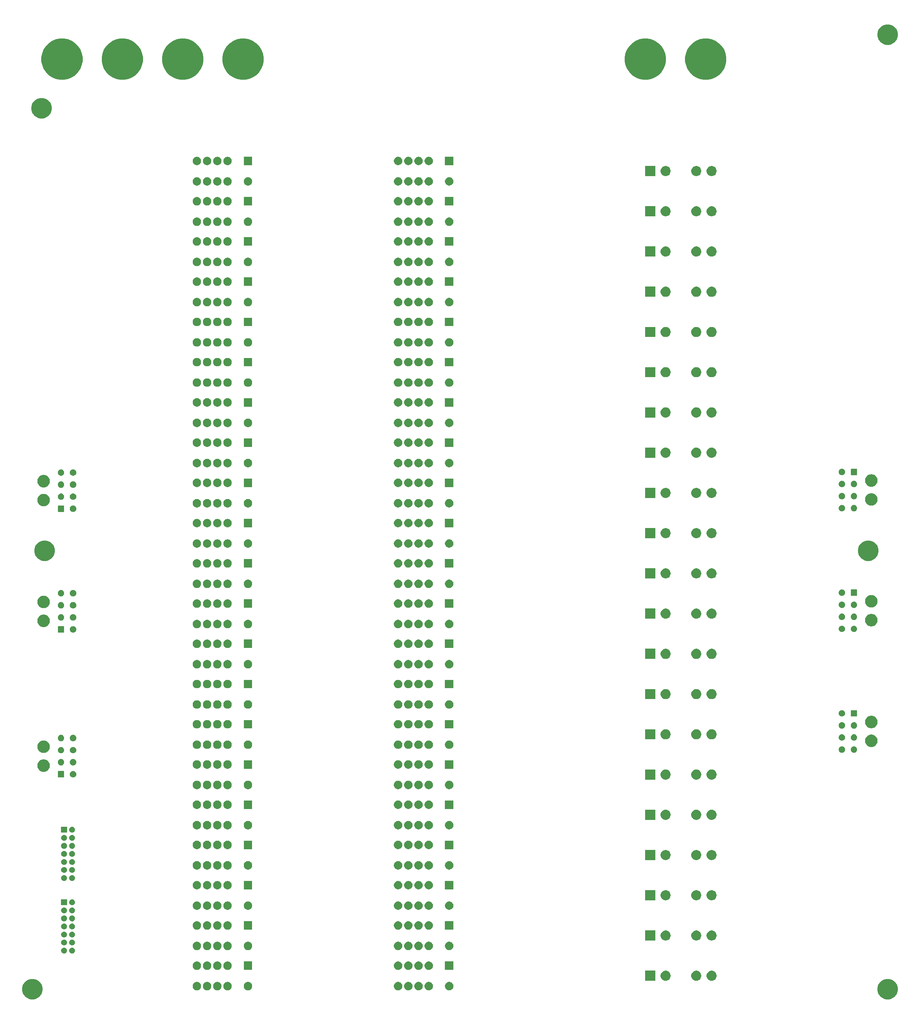
<source format=gbr>
G04 #@! TF.GenerationSoftware,KiCad,Pcbnew,(5.1.6)-1*
G04 #@! TF.CreationDate,2020-08-19T15:45:34-07:00*
G04 #@! TF.ProjectId,relayBoard,72656c61-7942-46f6-9172-642e6b696361,rev?*
G04 #@! TF.SameCoordinates,Original*
G04 #@! TF.FileFunction,Soldermask,Bot*
G04 #@! TF.FilePolarity,Negative*
%FSLAX46Y46*%
G04 Gerber Fmt 4.6, Leading zero omitted, Abs format (unit mm)*
G04 Created by KiCad (PCBNEW (5.1.6)-1) date 2020-08-19 15:45:34*
%MOMM*%
%LPD*%
G01*
G04 APERTURE LIST*
%ADD10C,0.100000*%
G04 APERTURE END LIST*
D10*
G36*
X232138098Y-178395033D02*
G01*
X232602350Y-178587332D01*
X232602352Y-178587333D01*
X233020168Y-178866509D01*
X233375491Y-179221832D01*
X233505248Y-179416027D01*
X233654668Y-179639650D01*
X233846967Y-180103902D01*
X233945000Y-180596747D01*
X233945000Y-181099253D01*
X233846967Y-181592098D01*
X233654668Y-182056350D01*
X233654667Y-182056352D01*
X233375491Y-182474168D01*
X233020168Y-182829491D01*
X232602352Y-183108667D01*
X232602351Y-183108668D01*
X232602350Y-183108668D01*
X232138098Y-183300967D01*
X231645253Y-183399000D01*
X231142747Y-183399000D01*
X230649902Y-183300967D01*
X230185650Y-183108668D01*
X230185649Y-183108668D01*
X230185648Y-183108667D01*
X229767832Y-182829491D01*
X229412509Y-182474168D01*
X229133333Y-182056352D01*
X229133332Y-182056350D01*
X228941033Y-181592098D01*
X228843000Y-181099253D01*
X228843000Y-180596747D01*
X228941033Y-180103902D01*
X229133332Y-179639650D01*
X229282752Y-179416027D01*
X229412509Y-179221832D01*
X229767832Y-178866509D01*
X230185648Y-178587333D01*
X230185650Y-178587332D01*
X230649902Y-178395033D01*
X231142747Y-178297000D01*
X231645253Y-178297000D01*
X232138098Y-178395033D01*
G37*
G36*
X19540098Y-178395033D02*
G01*
X20004350Y-178587332D01*
X20004352Y-178587333D01*
X20422168Y-178866509D01*
X20777491Y-179221832D01*
X20907248Y-179416027D01*
X21056668Y-179639650D01*
X21248967Y-180103902D01*
X21347000Y-180596747D01*
X21347000Y-181099253D01*
X21248967Y-181592098D01*
X21056668Y-182056350D01*
X21056667Y-182056352D01*
X20777491Y-182474168D01*
X20422168Y-182829491D01*
X20004352Y-183108667D01*
X20004351Y-183108668D01*
X20004350Y-183108668D01*
X19540098Y-183300967D01*
X19047253Y-183399000D01*
X18544747Y-183399000D01*
X18051902Y-183300967D01*
X17587650Y-183108668D01*
X17587649Y-183108668D01*
X17587648Y-183108667D01*
X17169832Y-182829491D01*
X16814509Y-182474168D01*
X16535333Y-182056352D01*
X16535332Y-182056350D01*
X16343033Y-181592098D01*
X16245000Y-181099253D01*
X16245000Y-180596747D01*
X16343033Y-180103902D01*
X16535332Y-179639650D01*
X16684752Y-179416027D01*
X16814509Y-179221832D01*
X17169832Y-178866509D01*
X17587648Y-178587333D01*
X17587650Y-178587332D01*
X18051902Y-178395033D01*
X18544747Y-178297000D01*
X19047253Y-178297000D01*
X19540098Y-178395033D01*
G37*
G36*
X59996564Y-179075389D02*
G01*
X60187833Y-179154615D01*
X60187835Y-179154616D01*
X60288431Y-179221832D01*
X60359973Y-179269635D01*
X60506365Y-179416027D01*
X60621385Y-179588167D01*
X60700611Y-179779436D01*
X60741000Y-179982484D01*
X60741000Y-180189516D01*
X60700611Y-180392564D01*
X60621385Y-180583833D01*
X60621384Y-180583835D01*
X60506365Y-180755973D01*
X60359973Y-180902365D01*
X60187835Y-181017384D01*
X60187834Y-181017385D01*
X60187833Y-181017385D01*
X59996564Y-181096611D01*
X59793516Y-181137000D01*
X59586484Y-181137000D01*
X59383436Y-181096611D01*
X59192167Y-181017385D01*
X59192166Y-181017385D01*
X59192165Y-181017384D01*
X59020027Y-180902365D01*
X58873635Y-180755973D01*
X58758616Y-180583835D01*
X58758615Y-180583833D01*
X58679389Y-180392564D01*
X58639000Y-180189516D01*
X58639000Y-179982484D01*
X58679389Y-179779436D01*
X58758615Y-179588167D01*
X58873635Y-179416027D01*
X59020027Y-179269635D01*
X59091569Y-179221832D01*
X59192165Y-179154616D01*
X59192167Y-179154615D01*
X59383436Y-179075389D01*
X59586484Y-179035000D01*
X59793516Y-179035000D01*
X59996564Y-179075389D01*
G37*
G36*
X115076564Y-179075389D02*
G01*
X115267833Y-179154615D01*
X115267835Y-179154616D01*
X115368431Y-179221832D01*
X115439973Y-179269635D01*
X115586365Y-179416027D01*
X115701385Y-179588167D01*
X115780611Y-179779436D01*
X115821000Y-179982484D01*
X115821000Y-180189516D01*
X115780611Y-180392564D01*
X115701385Y-180583833D01*
X115701384Y-180583835D01*
X115586365Y-180755973D01*
X115439973Y-180902365D01*
X115267835Y-181017384D01*
X115267834Y-181017385D01*
X115267833Y-181017385D01*
X115076564Y-181096611D01*
X114873516Y-181137000D01*
X114666484Y-181137000D01*
X114463436Y-181096611D01*
X114272167Y-181017385D01*
X114272166Y-181017385D01*
X114272165Y-181017384D01*
X114100027Y-180902365D01*
X113953635Y-180755973D01*
X113838616Y-180583835D01*
X113838615Y-180583833D01*
X113759389Y-180392564D01*
X113719000Y-180189516D01*
X113719000Y-179982484D01*
X113759389Y-179779436D01*
X113838615Y-179588167D01*
X113953635Y-179416027D01*
X114100027Y-179269635D01*
X114171569Y-179221832D01*
X114272165Y-179154616D01*
X114272167Y-179154615D01*
X114463436Y-179075389D01*
X114666484Y-179035000D01*
X114873516Y-179035000D01*
X115076564Y-179075389D01*
G37*
G36*
X62536564Y-179075389D02*
G01*
X62727833Y-179154615D01*
X62727835Y-179154616D01*
X62828431Y-179221832D01*
X62899973Y-179269635D01*
X63046365Y-179416027D01*
X63161385Y-179588167D01*
X63240611Y-179779436D01*
X63281000Y-179982484D01*
X63281000Y-180189516D01*
X63240611Y-180392564D01*
X63161385Y-180583833D01*
X63161384Y-180583835D01*
X63046365Y-180755973D01*
X62899973Y-180902365D01*
X62727835Y-181017384D01*
X62727834Y-181017385D01*
X62727833Y-181017385D01*
X62536564Y-181096611D01*
X62333516Y-181137000D01*
X62126484Y-181137000D01*
X61923436Y-181096611D01*
X61732167Y-181017385D01*
X61732166Y-181017385D01*
X61732165Y-181017384D01*
X61560027Y-180902365D01*
X61413635Y-180755973D01*
X61298616Y-180583835D01*
X61298615Y-180583833D01*
X61219389Y-180392564D01*
X61179000Y-180189516D01*
X61179000Y-179982484D01*
X61219389Y-179779436D01*
X61298615Y-179588167D01*
X61413635Y-179416027D01*
X61560027Y-179269635D01*
X61631569Y-179221832D01*
X61732165Y-179154616D01*
X61732167Y-179154615D01*
X61923436Y-179075389D01*
X62126484Y-179035000D01*
X62333516Y-179035000D01*
X62536564Y-179075389D01*
G37*
G36*
X67616564Y-179075389D02*
G01*
X67807833Y-179154615D01*
X67807835Y-179154616D01*
X67908431Y-179221832D01*
X67979973Y-179269635D01*
X68126365Y-179416027D01*
X68241385Y-179588167D01*
X68320611Y-179779436D01*
X68361000Y-179982484D01*
X68361000Y-180189516D01*
X68320611Y-180392564D01*
X68241385Y-180583833D01*
X68241384Y-180583835D01*
X68126365Y-180755973D01*
X67979973Y-180902365D01*
X67807835Y-181017384D01*
X67807834Y-181017385D01*
X67807833Y-181017385D01*
X67616564Y-181096611D01*
X67413516Y-181137000D01*
X67206484Y-181137000D01*
X67003436Y-181096611D01*
X66812167Y-181017385D01*
X66812166Y-181017385D01*
X66812165Y-181017384D01*
X66640027Y-180902365D01*
X66493635Y-180755973D01*
X66378616Y-180583835D01*
X66378615Y-180583833D01*
X66299389Y-180392564D01*
X66259000Y-180189516D01*
X66259000Y-179982484D01*
X66299389Y-179779436D01*
X66378615Y-179588167D01*
X66493635Y-179416027D01*
X66640027Y-179269635D01*
X66711569Y-179221832D01*
X66812165Y-179154616D01*
X66812167Y-179154615D01*
X67003436Y-179075389D01*
X67206484Y-179035000D01*
X67413516Y-179035000D01*
X67616564Y-179075389D01*
G37*
G36*
X72696564Y-179075389D02*
G01*
X72887833Y-179154615D01*
X72887835Y-179154616D01*
X72988431Y-179221832D01*
X73059973Y-179269635D01*
X73206365Y-179416027D01*
X73321385Y-179588167D01*
X73400611Y-179779436D01*
X73441000Y-179982484D01*
X73441000Y-180189516D01*
X73400611Y-180392564D01*
X73321385Y-180583833D01*
X73321384Y-180583835D01*
X73206365Y-180755973D01*
X73059973Y-180902365D01*
X72887835Y-181017384D01*
X72887834Y-181017385D01*
X72887833Y-181017385D01*
X72696564Y-181096611D01*
X72493516Y-181137000D01*
X72286484Y-181137000D01*
X72083436Y-181096611D01*
X71892167Y-181017385D01*
X71892166Y-181017385D01*
X71892165Y-181017384D01*
X71720027Y-180902365D01*
X71573635Y-180755973D01*
X71458616Y-180583835D01*
X71458615Y-180583833D01*
X71379389Y-180392564D01*
X71339000Y-180189516D01*
X71339000Y-179982484D01*
X71379389Y-179779436D01*
X71458615Y-179588167D01*
X71573635Y-179416027D01*
X71720027Y-179269635D01*
X71791569Y-179221832D01*
X71892165Y-179154616D01*
X71892167Y-179154615D01*
X72083436Y-179075389D01*
X72286484Y-179035000D01*
X72493516Y-179035000D01*
X72696564Y-179075389D01*
G37*
G36*
X65076564Y-179075389D02*
G01*
X65267833Y-179154615D01*
X65267835Y-179154616D01*
X65368431Y-179221832D01*
X65439973Y-179269635D01*
X65586365Y-179416027D01*
X65701385Y-179588167D01*
X65780611Y-179779436D01*
X65821000Y-179982484D01*
X65821000Y-180189516D01*
X65780611Y-180392564D01*
X65701385Y-180583833D01*
X65701384Y-180583835D01*
X65586365Y-180755973D01*
X65439973Y-180902365D01*
X65267835Y-181017384D01*
X65267834Y-181017385D01*
X65267833Y-181017385D01*
X65076564Y-181096611D01*
X64873516Y-181137000D01*
X64666484Y-181137000D01*
X64463436Y-181096611D01*
X64272167Y-181017385D01*
X64272166Y-181017385D01*
X64272165Y-181017384D01*
X64100027Y-180902365D01*
X63953635Y-180755973D01*
X63838616Y-180583835D01*
X63838615Y-180583833D01*
X63759389Y-180392564D01*
X63719000Y-180189516D01*
X63719000Y-179982484D01*
X63759389Y-179779436D01*
X63838615Y-179588167D01*
X63953635Y-179416027D01*
X64100027Y-179269635D01*
X64171569Y-179221832D01*
X64272165Y-179154616D01*
X64272167Y-179154615D01*
X64463436Y-179075389D01*
X64666484Y-179035000D01*
X64873516Y-179035000D01*
X65076564Y-179075389D01*
G37*
G36*
X109996564Y-179075389D02*
G01*
X110187833Y-179154615D01*
X110187835Y-179154616D01*
X110288431Y-179221832D01*
X110359973Y-179269635D01*
X110506365Y-179416027D01*
X110621385Y-179588167D01*
X110700611Y-179779436D01*
X110741000Y-179982484D01*
X110741000Y-180189516D01*
X110700611Y-180392564D01*
X110621385Y-180583833D01*
X110621384Y-180583835D01*
X110506365Y-180755973D01*
X110359973Y-180902365D01*
X110187835Y-181017384D01*
X110187834Y-181017385D01*
X110187833Y-181017385D01*
X109996564Y-181096611D01*
X109793516Y-181137000D01*
X109586484Y-181137000D01*
X109383436Y-181096611D01*
X109192167Y-181017385D01*
X109192166Y-181017385D01*
X109192165Y-181017384D01*
X109020027Y-180902365D01*
X108873635Y-180755973D01*
X108758616Y-180583835D01*
X108758615Y-180583833D01*
X108679389Y-180392564D01*
X108639000Y-180189516D01*
X108639000Y-179982484D01*
X108679389Y-179779436D01*
X108758615Y-179588167D01*
X108873635Y-179416027D01*
X109020027Y-179269635D01*
X109091569Y-179221832D01*
X109192165Y-179154616D01*
X109192167Y-179154615D01*
X109383436Y-179075389D01*
X109586484Y-179035000D01*
X109793516Y-179035000D01*
X109996564Y-179075389D01*
G37*
G36*
X112536564Y-179075389D02*
G01*
X112727833Y-179154615D01*
X112727835Y-179154616D01*
X112828431Y-179221832D01*
X112899973Y-179269635D01*
X113046365Y-179416027D01*
X113161385Y-179588167D01*
X113240611Y-179779436D01*
X113281000Y-179982484D01*
X113281000Y-180189516D01*
X113240611Y-180392564D01*
X113161385Y-180583833D01*
X113161384Y-180583835D01*
X113046365Y-180755973D01*
X112899973Y-180902365D01*
X112727835Y-181017384D01*
X112727834Y-181017385D01*
X112727833Y-181017385D01*
X112536564Y-181096611D01*
X112333516Y-181137000D01*
X112126484Y-181137000D01*
X111923436Y-181096611D01*
X111732167Y-181017385D01*
X111732166Y-181017385D01*
X111732165Y-181017384D01*
X111560027Y-180902365D01*
X111413635Y-180755973D01*
X111298616Y-180583835D01*
X111298615Y-180583833D01*
X111219389Y-180392564D01*
X111179000Y-180189516D01*
X111179000Y-179982484D01*
X111219389Y-179779436D01*
X111298615Y-179588167D01*
X111413635Y-179416027D01*
X111560027Y-179269635D01*
X111631569Y-179221832D01*
X111732165Y-179154616D01*
X111732167Y-179154615D01*
X111923436Y-179075389D01*
X112126484Y-179035000D01*
X112333516Y-179035000D01*
X112536564Y-179075389D01*
G37*
G36*
X117616564Y-179075389D02*
G01*
X117807833Y-179154615D01*
X117807835Y-179154616D01*
X117908431Y-179221832D01*
X117979973Y-179269635D01*
X118126365Y-179416027D01*
X118241385Y-179588167D01*
X118320611Y-179779436D01*
X118361000Y-179982484D01*
X118361000Y-180189516D01*
X118320611Y-180392564D01*
X118241385Y-180583833D01*
X118241384Y-180583835D01*
X118126365Y-180755973D01*
X117979973Y-180902365D01*
X117807835Y-181017384D01*
X117807834Y-181017385D01*
X117807833Y-181017385D01*
X117616564Y-181096611D01*
X117413516Y-181137000D01*
X117206484Y-181137000D01*
X117003436Y-181096611D01*
X116812167Y-181017385D01*
X116812166Y-181017385D01*
X116812165Y-181017384D01*
X116640027Y-180902365D01*
X116493635Y-180755973D01*
X116378616Y-180583835D01*
X116378615Y-180583833D01*
X116299389Y-180392564D01*
X116259000Y-180189516D01*
X116259000Y-179982484D01*
X116299389Y-179779436D01*
X116378615Y-179588167D01*
X116493635Y-179416027D01*
X116640027Y-179269635D01*
X116711569Y-179221832D01*
X116812165Y-179154616D01*
X116812167Y-179154615D01*
X117003436Y-179075389D01*
X117206484Y-179035000D01*
X117413516Y-179035000D01*
X117616564Y-179075389D01*
G37*
G36*
X122696564Y-179075389D02*
G01*
X122887833Y-179154615D01*
X122887835Y-179154616D01*
X122988431Y-179221832D01*
X123059973Y-179269635D01*
X123206365Y-179416027D01*
X123321385Y-179588167D01*
X123400611Y-179779436D01*
X123441000Y-179982484D01*
X123441000Y-180189516D01*
X123400611Y-180392564D01*
X123321385Y-180583833D01*
X123321384Y-180583835D01*
X123206365Y-180755973D01*
X123059973Y-180902365D01*
X122887835Y-181017384D01*
X122887834Y-181017385D01*
X122887833Y-181017385D01*
X122696564Y-181096611D01*
X122493516Y-181137000D01*
X122286484Y-181137000D01*
X122083436Y-181096611D01*
X121892167Y-181017385D01*
X121892166Y-181017385D01*
X121892165Y-181017384D01*
X121720027Y-180902365D01*
X121573635Y-180755973D01*
X121458616Y-180583835D01*
X121458615Y-180583833D01*
X121379389Y-180392564D01*
X121339000Y-180189516D01*
X121339000Y-179982484D01*
X121379389Y-179779436D01*
X121458615Y-179588167D01*
X121573635Y-179416027D01*
X121720027Y-179269635D01*
X121791569Y-179221832D01*
X121892165Y-179154616D01*
X121892167Y-179154615D01*
X122083436Y-179075389D01*
X122286484Y-179035000D01*
X122493516Y-179035000D01*
X122696564Y-179075389D01*
G37*
G36*
X173651000Y-178767000D02*
G01*
X171129000Y-178767000D01*
X171129000Y-176245000D01*
X173651000Y-176245000D01*
X173651000Y-178767000D01*
G37*
G36*
X184187819Y-176293459D02*
G01*
X184417306Y-176388516D01*
X184623840Y-176526517D01*
X184799483Y-176702160D01*
X184937484Y-176908694D01*
X185032541Y-177138181D01*
X185081000Y-177381801D01*
X185081000Y-177630199D01*
X185032541Y-177873819D01*
X184937484Y-178103306D01*
X184799483Y-178309840D01*
X184623840Y-178485483D01*
X184417306Y-178623484D01*
X184187819Y-178718541D01*
X183944199Y-178767000D01*
X183695801Y-178767000D01*
X183452181Y-178718541D01*
X183222694Y-178623484D01*
X183016160Y-178485483D01*
X182840517Y-178309840D01*
X182702516Y-178103306D01*
X182607459Y-177873819D01*
X182559000Y-177630199D01*
X182559000Y-177381801D01*
X182607459Y-177138181D01*
X182702516Y-176908694D01*
X182840517Y-176702160D01*
X183016160Y-176526517D01*
X183222694Y-176388516D01*
X183452181Y-176293459D01*
X183695801Y-176245000D01*
X183944199Y-176245000D01*
X184187819Y-176293459D01*
G37*
G36*
X176567819Y-176293459D02*
G01*
X176797306Y-176388516D01*
X177003840Y-176526517D01*
X177179483Y-176702160D01*
X177317484Y-176908694D01*
X177412541Y-177138181D01*
X177461000Y-177381801D01*
X177461000Y-177630199D01*
X177412541Y-177873819D01*
X177317484Y-178103306D01*
X177179483Y-178309840D01*
X177003840Y-178485483D01*
X176797306Y-178623484D01*
X176567819Y-178718541D01*
X176324199Y-178767000D01*
X176075801Y-178767000D01*
X175832181Y-178718541D01*
X175602694Y-178623484D01*
X175396160Y-178485483D01*
X175220517Y-178309840D01*
X175082516Y-178103306D01*
X174987459Y-177873819D01*
X174939000Y-177630199D01*
X174939000Y-177381801D01*
X174987459Y-177138181D01*
X175082516Y-176908694D01*
X175220517Y-176702160D01*
X175396160Y-176526517D01*
X175602694Y-176388516D01*
X175832181Y-176293459D01*
X176075801Y-176245000D01*
X176324199Y-176245000D01*
X176567819Y-176293459D01*
G37*
G36*
X187997819Y-176293459D02*
G01*
X188227306Y-176388516D01*
X188433840Y-176526517D01*
X188609483Y-176702160D01*
X188747484Y-176908694D01*
X188842541Y-177138181D01*
X188891000Y-177381801D01*
X188891000Y-177630199D01*
X188842541Y-177873819D01*
X188747484Y-178103306D01*
X188609483Y-178309840D01*
X188433840Y-178485483D01*
X188227306Y-178623484D01*
X187997819Y-178718541D01*
X187754199Y-178767000D01*
X187505801Y-178767000D01*
X187262181Y-178718541D01*
X187032694Y-178623484D01*
X186826160Y-178485483D01*
X186650517Y-178309840D01*
X186512516Y-178103306D01*
X186417459Y-177873819D01*
X186369000Y-177630199D01*
X186369000Y-177381801D01*
X186417459Y-177138181D01*
X186512516Y-176908694D01*
X186650517Y-176702160D01*
X186826160Y-176526517D01*
X187032694Y-176388516D01*
X187262181Y-176293459D01*
X187505801Y-176245000D01*
X187754199Y-176245000D01*
X187997819Y-176293459D01*
G37*
G36*
X73441000Y-176057000D02*
G01*
X71339000Y-176057000D01*
X71339000Y-173955000D01*
X73441000Y-173955000D01*
X73441000Y-176057000D01*
G37*
G36*
X115076564Y-173995389D02*
G01*
X115267833Y-174074615D01*
X115267835Y-174074616D01*
X115439973Y-174189635D01*
X115586365Y-174336027D01*
X115701385Y-174508167D01*
X115780611Y-174699436D01*
X115821000Y-174902484D01*
X115821000Y-175109516D01*
X115780611Y-175312564D01*
X115701385Y-175503833D01*
X115701384Y-175503835D01*
X115586365Y-175675973D01*
X115439973Y-175822365D01*
X115267835Y-175937384D01*
X115267834Y-175937385D01*
X115267833Y-175937385D01*
X115076564Y-176016611D01*
X114873516Y-176057000D01*
X114666484Y-176057000D01*
X114463436Y-176016611D01*
X114272167Y-175937385D01*
X114272166Y-175937385D01*
X114272165Y-175937384D01*
X114100027Y-175822365D01*
X113953635Y-175675973D01*
X113838616Y-175503835D01*
X113838615Y-175503833D01*
X113759389Y-175312564D01*
X113719000Y-175109516D01*
X113719000Y-174902484D01*
X113759389Y-174699436D01*
X113838615Y-174508167D01*
X113953635Y-174336027D01*
X114100027Y-174189635D01*
X114272165Y-174074616D01*
X114272167Y-174074615D01*
X114463436Y-173995389D01*
X114666484Y-173955000D01*
X114873516Y-173955000D01*
X115076564Y-173995389D01*
G37*
G36*
X123441000Y-176057000D02*
G01*
X121339000Y-176057000D01*
X121339000Y-173955000D01*
X123441000Y-173955000D01*
X123441000Y-176057000D01*
G37*
G36*
X112536564Y-173995389D02*
G01*
X112727833Y-174074615D01*
X112727835Y-174074616D01*
X112899973Y-174189635D01*
X113046365Y-174336027D01*
X113161385Y-174508167D01*
X113240611Y-174699436D01*
X113281000Y-174902484D01*
X113281000Y-175109516D01*
X113240611Y-175312564D01*
X113161385Y-175503833D01*
X113161384Y-175503835D01*
X113046365Y-175675973D01*
X112899973Y-175822365D01*
X112727835Y-175937384D01*
X112727834Y-175937385D01*
X112727833Y-175937385D01*
X112536564Y-176016611D01*
X112333516Y-176057000D01*
X112126484Y-176057000D01*
X111923436Y-176016611D01*
X111732167Y-175937385D01*
X111732166Y-175937385D01*
X111732165Y-175937384D01*
X111560027Y-175822365D01*
X111413635Y-175675973D01*
X111298616Y-175503835D01*
X111298615Y-175503833D01*
X111219389Y-175312564D01*
X111179000Y-175109516D01*
X111179000Y-174902484D01*
X111219389Y-174699436D01*
X111298615Y-174508167D01*
X111413635Y-174336027D01*
X111560027Y-174189635D01*
X111732165Y-174074616D01*
X111732167Y-174074615D01*
X111923436Y-173995389D01*
X112126484Y-173955000D01*
X112333516Y-173955000D01*
X112536564Y-173995389D01*
G37*
G36*
X109996564Y-173995389D02*
G01*
X110187833Y-174074615D01*
X110187835Y-174074616D01*
X110359973Y-174189635D01*
X110506365Y-174336027D01*
X110621385Y-174508167D01*
X110700611Y-174699436D01*
X110741000Y-174902484D01*
X110741000Y-175109516D01*
X110700611Y-175312564D01*
X110621385Y-175503833D01*
X110621384Y-175503835D01*
X110506365Y-175675973D01*
X110359973Y-175822365D01*
X110187835Y-175937384D01*
X110187834Y-175937385D01*
X110187833Y-175937385D01*
X109996564Y-176016611D01*
X109793516Y-176057000D01*
X109586484Y-176057000D01*
X109383436Y-176016611D01*
X109192167Y-175937385D01*
X109192166Y-175937385D01*
X109192165Y-175937384D01*
X109020027Y-175822365D01*
X108873635Y-175675973D01*
X108758616Y-175503835D01*
X108758615Y-175503833D01*
X108679389Y-175312564D01*
X108639000Y-175109516D01*
X108639000Y-174902484D01*
X108679389Y-174699436D01*
X108758615Y-174508167D01*
X108873635Y-174336027D01*
X109020027Y-174189635D01*
X109192165Y-174074616D01*
X109192167Y-174074615D01*
X109383436Y-173995389D01*
X109586484Y-173955000D01*
X109793516Y-173955000D01*
X109996564Y-173995389D01*
G37*
G36*
X67616564Y-173995389D02*
G01*
X67807833Y-174074615D01*
X67807835Y-174074616D01*
X67979973Y-174189635D01*
X68126365Y-174336027D01*
X68241385Y-174508167D01*
X68320611Y-174699436D01*
X68361000Y-174902484D01*
X68361000Y-175109516D01*
X68320611Y-175312564D01*
X68241385Y-175503833D01*
X68241384Y-175503835D01*
X68126365Y-175675973D01*
X67979973Y-175822365D01*
X67807835Y-175937384D01*
X67807834Y-175937385D01*
X67807833Y-175937385D01*
X67616564Y-176016611D01*
X67413516Y-176057000D01*
X67206484Y-176057000D01*
X67003436Y-176016611D01*
X66812167Y-175937385D01*
X66812166Y-175937385D01*
X66812165Y-175937384D01*
X66640027Y-175822365D01*
X66493635Y-175675973D01*
X66378616Y-175503835D01*
X66378615Y-175503833D01*
X66299389Y-175312564D01*
X66259000Y-175109516D01*
X66259000Y-174902484D01*
X66299389Y-174699436D01*
X66378615Y-174508167D01*
X66493635Y-174336027D01*
X66640027Y-174189635D01*
X66812165Y-174074616D01*
X66812167Y-174074615D01*
X67003436Y-173995389D01*
X67206484Y-173955000D01*
X67413516Y-173955000D01*
X67616564Y-173995389D01*
G37*
G36*
X62536564Y-173995389D02*
G01*
X62727833Y-174074615D01*
X62727835Y-174074616D01*
X62899973Y-174189635D01*
X63046365Y-174336027D01*
X63161385Y-174508167D01*
X63240611Y-174699436D01*
X63281000Y-174902484D01*
X63281000Y-175109516D01*
X63240611Y-175312564D01*
X63161385Y-175503833D01*
X63161384Y-175503835D01*
X63046365Y-175675973D01*
X62899973Y-175822365D01*
X62727835Y-175937384D01*
X62727834Y-175937385D01*
X62727833Y-175937385D01*
X62536564Y-176016611D01*
X62333516Y-176057000D01*
X62126484Y-176057000D01*
X61923436Y-176016611D01*
X61732167Y-175937385D01*
X61732166Y-175937385D01*
X61732165Y-175937384D01*
X61560027Y-175822365D01*
X61413635Y-175675973D01*
X61298616Y-175503835D01*
X61298615Y-175503833D01*
X61219389Y-175312564D01*
X61179000Y-175109516D01*
X61179000Y-174902484D01*
X61219389Y-174699436D01*
X61298615Y-174508167D01*
X61413635Y-174336027D01*
X61560027Y-174189635D01*
X61732165Y-174074616D01*
X61732167Y-174074615D01*
X61923436Y-173995389D01*
X62126484Y-173955000D01*
X62333516Y-173955000D01*
X62536564Y-173995389D01*
G37*
G36*
X59996564Y-173995389D02*
G01*
X60187833Y-174074615D01*
X60187835Y-174074616D01*
X60359973Y-174189635D01*
X60506365Y-174336027D01*
X60621385Y-174508167D01*
X60700611Y-174699436D01*
X60741000Y-174902484D01*
X60741000Y-175109516D01*
X60700611Y-175312564D01*
X60621385Y-175503833D01*
X60621384Y-175503835D01*
X60506365Y-175675973D01*
X60359973Y-175822365D01*
X60187835Y-175937384D01*
X60187834Y-175937385D01*
X60187833Y-175937385D01*
X59996564Y-176016611D01*
X59793516Y-176057000D01*
X59586484Y-176057000D01*
X59383436Y-176016611D01*
X59192167Y-175937385D01*
X59192166Y-175937385D01*
X59192165Y-175937384D01*
X59020027Y-175822365D01*
X58873635Y-175675973D01*
X58758616Y-175503835D01*
X58758615Y-175503833D01*
X58679389Y-175312564D01*
X58639000Y-175109516D01*
X58639000Y-174902484D01*
X58679389Y-174699436D01*
X58758615Y-174508167D01*
X58873635Y-174336027D01*
X59020027Y-174189635D01*
X59192165Y-174074616D01*
X59192167Y-174074615D01*
X59383436Y-173995389D01*
X59586484Y-173955000D01*
X59793516Y-173955000D01*
X59996564Y-173995389D01*
G37*
G36*
X117616564Y-173995389D02*
G01*
X117807833Y-174074615D01*
X117807835Y-174074616D01*
X117979973Y-174189635D01*
X118126365Y-174336027D01*
X118241385Y-174508167D01*
X118320611Y-174699436D01*
X118361000Y-174902484D01*
X118361000Y-175109516D01*
X118320611Y-175312564D01*
X118241385Y-175503833D01*
X118241384Y-175503835D01*
X118126365Y-175675973D01*
X117979973Y-175822365D01*
X117807835Y-175937384D01*
X117807834Y-175937385D01*
X117807833Y-175937385D01*
X117616564Y-176016611D01*
X117413516Y-176057000D01*
X117206484Y-176057000D01*
X117003436Y-176016611D01*
X116812167Y-175937385D01*
X116812166Y-175937385D01*
X116812165Y-175937384D01*
X116640027Y-175822365D01*
X116493635Y-175675973D01*
X116378616Y-175503835D01*
X116378615Y-175503833D01*
X116299389Y-175312564D01*
X116259000Y-175109516D01*
X116259000Y-174902484D01*
X116299389Y-174699436D01*
X116378615Y-174508167D01*
X116493635Y-174336027D01*
X116640027Y-174189635D01*
X116812165Y-174074616D01*
X116812167Y-174074615D01*
X117003436Y-173995389D01*
X117206484Y-173955000D01*
X117413516Y-173955000D01*
X117616564Y-173995389D01*
G37*
G36*
X65076564Y-173995389D02*
G01*
X65267833Y-174074615D01*
X65267835Y-174074616D01*
X65439973Y-174189635D01*
X65586365Y-174336027D01*
X65701385Y-174508167D01*
X65780611Y-174699436D01*
X65821000Y-174902484D01*
X65821000Y-175109516D01*
X65780611Y-175312564D01*
X65701385Y-175503833D01*
X65701384Y-175503835D01*
X65586365Y-175675973D01*
X65439973Y-175822365D01*
X65267835Y-175937384D01*
X65267834Y-175937385D01*
X65267833Y-175937385D01*
X65076564Y-176016611D01*
X64873516Y-176057000D01*
X64666484Y-176057000D01*
X64463436Y-176016611D01*
X64272167Y-175937385D01*
X64272166Y-175937385D01*
X64272165Y-175937384D01*
X64100027Y-175822365D01*
X63953635Y-175675973D01*
X63838616Y-175503835D01*
X63838615Y-175503833D01*
X63759389Y-175312564D01*
X63719000Y-175109516D01*
X63719000Y-174902484D01*
X63759389Y-174699436D01*
X63838615Y-174508167D01*
X63953635Y-174336027D01*
X64100027Y-174189635D01*
X64272165Y-174074616D01*
X64272167Y-174074615D01*
X64463436Y-173995389D01*
X64666484Y-173955000D01*
X64873516Y-173955000D01*
X65076564Y-173995389D01*
G37*
G36*
X28881766Y-170559899D02*
G01*
X29013888Y-170614626D01*
X29013890Y-170614627D01*
X29132798Y-170694079D01*
X29233921Y-170795202D01*
X29233922Y-170795204D01*
X29313374Y-170914112D01*
X29368101Y-171046234D01*
X29396000Y-171186494D01*
X29396000Y-171329506D01*
X29368101Y-171469766D01*
X29313374Y-171601888D01*
X29313373Y-171601890D01*
X29233921Y-171720798D01*
X29132798Y-171821921D01*
X29013890Y-171901373D01*
X29013889Y-171901374D01*
X29013888Y-171901374D01*
X28881766Y-171956101D01*
X28741506Y-171984000D01*
X28598494Y-171984000D01*
X28458234Y-171956101D01*
X28326112Y-171901374D01*
X28326111Y-171901374D01*
X28326110Y-171901373D01*
X28207202Y-171821921D01*
X28106079Y-171720798D01*
X28026627Y-171601890D01*
X28026626Y-171601888D01*
X27971899Y-171469766D01*
X27944000Y-171329506D01*
X27944000Y-171186494D01*
X27971899Y-171046234D01*
X28026626Y-170914112D01*
X28106078Y-170795204D01*
X28106079Y-170795202D01*
X28207202Y-170694079D01*
X28326110Y-170614627D01*
X28326112Y-170614626D01*
X28458234Y-170559899D01*
X28598494Y-170532000D01*
X28741506Y-170532000D01*
X28881766Y-170559899D01*
G37*
G36*
X26881766Y-170559899D02*
G01*
X27013888Y-170614626D01*
X27013890Y-170614627D01*
X27132798Y-170694079D01*
X27233921Y-170795202D01*
X27233922Y-170795204D01*
X27313374Y-170914112D01*
X27368101Y-171046234D01*
X27396000Y-171186494D01*
X27396000Y-171329506D01*
X27368101Y-171469766D01*
X27313374Y-171601888D01*
X27313373Y-171601890D01*
X27233921Y-171720798D01*
X27132798Y-171821921D01*
X27013890Y-171901373D01*
X27013889Y-171901374D01*
X27013888Y-171901374D01*
X26881766Y-171956101D01*
X26741506Y-171984000D01*
X26598494Y-171984000D01*
X26458234Y-171956101D01*
X26326112Y-171901374D01*
X26326111Y-171901374D01*
X26326110Y-171901373D01*
X26207202Y-171821921D01*
X26106079Y-171720798D01*
X26026627Y-171601890D01*
X26026626Y-171601888D01*
X25971899Y-171469766D01*
X25944000Y-171329506D01*
X25944000Y-171186494D01*
X25971899Y-171046234D01*
X26026626Y-170914112D01*
X26106078Y-170795204D01*
X26106079Y-170795202D01*
X26207202Y-170694079D01*
X26326110Y-170614627D01*
X26326112Y-170614626D01*
X26458234Y-170559899D01*
X26598494Y-170532000D01*
X26741506Y-170532000D01*
X26881766Y-170559899D01*
G37*
G36*
X109996564Y-169075389D02*
G01*
X110187833Y-169154615D01*
X110187835Y-169154616D01*
X110235545Y-169186495D01*
X110359973Y-169269635D01*
X110506365Y-169416027D01*
X110621385Y-169588167D01*
X110700611Y-169779436D01*
X110741000Y-169982484D01*
X110741000Y-170189516D01*
X110700611Y-170392564D01*
X110642855Y-170532000D01*
X110621384Y-170583835D01*
X110506365Y-170755973D01*
X110359973Y-170902365D01*
X110187835Y-171017384D01*
X110187834Y-171017385D01*
X110187833Y-171017385D01*
X109996564Y-171096611D01*
X109793516Y-171137000D01*
X109586484Y-171137000D01*
X109383436Y-171096611D01*
X109192167Y-171017385D01*
X109192166Y-171017385D01*
X109192165Y-171017384D01*
X109020027Y-170902365D01*
X108873635Y-170755973D01*
X108758616Y-170583835D01*
X108737145Y-170532000D01*
X108679389Y-170392564D01*
X108639000Y-170189516D01*
X108639000Y-169982484D01*
X108679389Y-169779436D01*
X108758615Y-169588167D01*
X108873635Y-169416027D01*
X109020027Y-169269635D01*
X109144455Y-169186495D01*
X109192165Y-169154616D01*
X109192167Y-169154615D01*
X109383436Y-169075389D01*
X109586484Y-169035000D01*
X109793516Y-169035000D01*
X109996564Y-169075389D01*
G37*
G36*
X115076564Y-169075389D02*
G01*
X115267833Y-169154615D01*
X115267835Y-169154616D01*
X115315545Y-169186495D01*
X115439973Y-169269635D01*
X115586365Y-169416027D01*
X115701385Y-169588167D01*
X115780611Y-169779436D01*
X115821000Y-169982484D01*
X115821000Y-170189516D01*
X115780611Y-170392564D01*
X115722855Y-170532000D01*
X115701384Y-170583835D01*
X115586365Y-170755973D01*
X115439973Y-170902365D01*
X115267835Y-171017384D01*
X115267834Y-171017385D01*
X115267833Y-171017385D01*
X115076564Y-171096611D01*
X114873516Y-171137000D01*
X114666484Y-171137000D01*
X114463436Y-171096611D01*
X114272167Y-171017385D01*
X114272166Y-171017385D01*
X114272165Y-171017384D01*
X114100027Y-170902365D01*
X113953635Y-170755973D01*
X113838616Y-170583835D01*
X113817145Y-170532000D01*
X113759389Y-170392564D01*
X113719000Y-170189516D01*
X113719000Y-169982484D01*
X113759389Y-169779436D01*
X113838615Y-169588167D01*
X113953635Y-169416027D01*
X114100027Y-169269635D01*
X114224455Y-169186495D01*
X114272165Y-169154616D01*
X114272167Y-169154615D01*
X114463436Y-169075389D01*
X114666484Y-169035000D01*
X114873516Y-169035000D01*
X115076564Y-169075389D01*
G37*
G36*
X62536564Y-169075389D02*
G01*
X62727833Y-169154615D01*
X62727835Y-169154616D01*
X62775545Y-169186495D01*
X62899973Y-169269635D01*
X63046365Y-169416027D01*
X63161385Y-169588167D01*
X63240611Y-169779436D01*
X63281000Y-169982484D01*
X63281000Y-170189516D01*
X63240611Y-170392564D01*
X63182855Y-170532000D01*
X63161384Y-170583835D01*
X63046365Y-170755973D01*
X62899973Y-170902365D01*
X62727835Y-171017384D01*
X62727834Y-171017385D01*
X62727833Y-171017385D01*
X62536564Y-171096611D01*
X62333516Y-171137000D01*
X62126484Y-171137000D01*
X61923436Y-171096611D01*
X61732167Y-171017385D01*
X61732166Y-171017385D01*
X61732165Y-171017384D01*
X61560027Y-170902365D01*
X61413635Y-170755973D01*
X61298616Y-170583835D01*
X61277145Y-170532000D01*
X61219389Y-170392564D01*
X61179000Y-170189516D01*
X61179000Y-169982484D01*
X61219389Y-169779436D01*
X61298615Y-169588167D01*
X61413635Y-169416027D01*
X61560027Y-169269635D01*
X61684455Y-169186495D01*
X61732165Y-169154616D01*
X61732167Y-169154615D01*
X61923436Y-169075389D01*
X62126484Y-169035000D01*
X62333516Y-169035000D01*
X62536564Y-169075389D01*
G37*
G36*
X65076564Y-169075389D02*
G01*
X65267833Y-169154615D01*
X65267835Y-169154616D01*
X65315545Y-169186495D01*
X65439973Y-169269635D01*
X65586365Y-169416027D01*
X65701385Y-169588167D01*
X65780611Y-169779436D01*
X65821000Y-169982484D01*
X65821000Y-170189516D01*
X65780611Y-170392564D01*
X65722855Y-170532000D01*
X65701384Y-170583835D01*
X65586365Y-170755973D01*
X65439973Y-170902365D01*
X65267835Y-171017384D01*
X65267834Y-171017385D01*
X65267833Y-171017385D01*
X65076564Y-171096611D01*
X64873516Y-171137000D01*
X64666484Y-171137000D01*
X64463436Y-171096611D01*
X64272167Y-171017385D01*
X64272166Y-171017385D01*
X64272165Y-171017384D01*
X64100027Y-170902365D01*
X63953635Y-170755973D01*
X63838616Y-170583835D01*
X63817145Y-170532000D01*
X63759389Y-170392564D01*
X63719000Y-170189516D01*
X63719000Y-169982484D01*
X63759389Y-169779436D01*
X63838615Y-169588167D01*
X63953635Y-169416027D01*
X64100027Y-169269635D01*
X64224455Y-169186495D01*
X64272165Y-169154616D01*
X64272167Y-169154615D01*
X64463436Y-169075389D01*
X64666484Y-169035000D01*
X64873516Y-169035000D01*
X65076564Y-169075389D01*
G37*
G36*
X67616564Y-169075389D02*
G01*
X67807833Y-169154615D01*
X67807835Y-169154616D01*
X67855545Y-169186495D01*
X67979973Y-169269635D01*
X68126365Y-169416027D01*
X68241385Y-169588167D01*
X68320611Y-169779436D01*
X68361000Y-169982484D01*
X68361000Y-170189516D01*
X68320611Y-170392564D01*
X68262855Y-170532000D01*
X68241384Y-170583835D01*
X68126365Y-170755973D01*
X67979973Y-170902365D01*
X67807835Y-171017384D01*
X67807834Y-171017385D01*
X67807833Y-171017385D01*
X67616564Y-171096611D01*
X67413516Y-171137000D01*
X67206484Y-171137000D01*
X67003436Y-171096611D01*
X66812167Y-171017385D01*
X66812166Y-171017385D01*
X66812165Y-171017384D01*
X66640027Y-170902365D01*
X66493635Y-170755973D01*
X66378616Y-170583835D01*
X66357145Y-170532000D01*
X66299389Y-170392564D01*
X66259000Y-170189516D01*
X66259000Y-169982484D01*
X66299389Y-169779436D01*
X66378615Y-169588167D01*
X66493635Y-169416027D01*
X66640027Y-169269635D01*
X66764455Y-169186495D01*
X66812165Y-169154616D01*
X66812167Y-169154615D01*
X67003436Y-169075389D01*
X67206484Y-169035000D01*
X67413516Y-169035000D01*
X67616564Y-169075389D01*
G37*
G36*
X122696564Y-169075389D02*
G01*
X122887833Y-169154615D01*
X122887835Y-169154616D01*
X122935545Y-169186495D01*
X123059973Y-169269635D01*
X123206365Y-169416027D01*
X123321385Y-169588167D01*
X123400611Y-169779436D01*
X123441000Y-169982484D01*
X123441000Y-170189516D01*
X123400611Y-170392564D01*
X123342855Y-170532000D01*
X123321384Y-170583835D01*
X123206365Y-170755973D01*
X123059973Y-170902365D01*
X122887835Y-171017384D01*
X122887834Y-171017385D01*
X122887833Y-171017385D01*
X122696564Y-171096611D01*
X122493516Y-171137000D01*
X122286484Y-171137000D01*
X122083436Y-171096611D01*
X121892167Y-171017385D01*
X121892166Y-171017385D01*
X121892165Y-171017384D01*
X121720027Y-170902365D01*
X121573635Y-170755973D01*
X121458616Y-170583835D01*
X121437145Y-170532000D01*
X121379389Y-170392564D01*
X121339000Y-170189516D01*
X121339000Y-169982484D01*
X121379389Y-169779436D01*
X121458615Y-169588167D01*
X121573635Y-169416027D01*
X121720027Y-169269635D01*
X121844455Y-169186495D01*
X121892165Y-169154616D01*
X121892167Y-169154615D01*
X122083436Y-169075389D01*
X122286484Y-169035000D01*
X122493516Y-169035000D01*
X122696564Y-169075389D01*
G37*
G36*
X117616564Y-169075389D02*
G01*
X117807833Y-169154615D01*
X117807835Y-169154616D01*
X117855545Y-169186495D01*
X117979973Y-169269635D01*
X118126365Y-169416027D01*
X118241385Y-169588167D01*
X118320611Y-169779436D01*
X118361000Y-169982484D01*
X118361000Y-170189516D01*
X118320611Y-170392564D01*
X118262855Y-170532000D01*
X118241384Y-170583835D01*
X118126365Y-170755973D01*
X117979973Y-170902365D01*
X117807835Y-171017384D01*
X117807834Y-171017385D01*
X117807833Y-171017385D01*
X117616564Y-171096611D01*
X117413516Y-171137000D01*
X117206484Y-171137000D01*
X117003436Y-171096611D01*
X116812167Y-171017385D01*
X116812166Y-171017385D01*
X116812165Y-171017384D01*
X116640027Y-170902365D01*
X116493635Y-170755973D01*
X116378616Y-170583835D01*
X116357145Y-170532000D01*
X116299389Y-170392564D01*
X116259000Y-170189516D01*
X116259000Y-169982484D01*
X116299389Y-169779436D01*
X116378615Y-169588167D01*
X116493635Y-169416027D01*
X116640027Y-169269635D01*
X116764455Y-169186495D01*
X116812165Y-169154616D01*
X116812167Y-169154615D01*
X117003436Y-169075389D01*
X117206484Y-169035000D01*
X117413516Y-169035000D01*
X117616564Y-169075389D01*
G37*
G36*
X112536564Y-169075389D02*
G01*
X112727833Y-169154615D01*
X112727835Y-169154616D01*
X112775545Y-169186495D01*
X112899973Y-169269635D01*
X113046365Y-169416027D01*
X113161385Y-169588167D01*
X113240611Y-169779436D01*
X113281000Y-169982484D01*
X113281000Y-170189516D01*
X113240611Y-170392564D01*
X113182855Y-170532000D01*
X113161384Y-170583835D01*
X113046365Y-170755973D01*
X112899973Y-170902365D01*
X112727835Y-171017384D01*
X112727834Y-171017385D01*
X112727833Y-171017385D01*
X112536564Y-171096611D01*
X112333516Y-171137000D01*
X112126484Y-171137000D01*
X111923436Y-171096611D01*
X111732167Y-171017385D01*
X111732166Y-171017385D01*
X111732165Y-171017384D01*
X111560027Y-170902365D01*
X111413635Y-170755973D01*
X111298616Y-170583835D01*
X111277145Y-170532000D01*
X111219389Y-170392564D01*
X111179000Y-170189516D01*
X111179000Y-169982484D01*
X111219389Y-169779436D01*
X111298615Y-169588167D01*
X111413635Y-169416027D01*
X111560027Y-169269635D01*
X111684455Y-169186495D01*
X111732165Y-169154616D01*
X111732167Y-169154615D01*
X111923436Y-169075389D01*
X112126484Y-169035000D01*
X112333516Y-169035000D01*
X112536564Y-169075389D01*
G37*
G36*
X72696564Y-169075389D02*
G01*
X72887833Y-169154615D01*
X72887835Y-169154616D01*
X72935545Y-169186495D01*
X73059973Y-169269635D01*
X73206365Y-169416027D01*
X73321385Y-169588167D01*
X73400611Y-169779436D01*
X73441000Y-169982484D01*
X73441000Y-170189516D01*
X73400611Y-170392564D01*
X73342855Y-170532000D01*
X73321384Y-170583835D01*
X73206365Y-170755973D01*
X73059973Y-170902365D01*
X72887835Y-171017384D01*
X72887834Y-171017385D01*
X72887833Y-171017385D01*
X72696564Y-171096611D01*
X72493516Y-171137000D01*
X72286484Y-171137000D01*
X72083436Y-171096611D01*
X71892167Y-171017385D01*
X71892166Y-171017385D01*
X71892165Y-171017384D01*
X71720027Y-170902365D01*
X71573635Y-170755973D01*
X71458616Y-170583835D01*
X71437145Y-170532000D01*
X71379389Y-170392564D01*
X71339000Y-170189516D01*
X71339000Y-169982484D01*
X71379389Y-169779436D01*
X71458615Y-169588167D01*
X71573635Y-169416027D01*
X71720027Y-169269635D01*
X71844455Y-169186495D01*
X71892165Y-169154616D01*
X71892167Y-169154615D01*
X72083436Y-169075389D01*
X72286484Y-169035000D01*
X72493516Y-169035000D01*
X72696564Y-169075389D01*
G37*
G36*
X59996564Y-169075389D02*
G01*
X60187833Y-169154615D01*
X60187835Y-169154616D01*
X60235545Y-169186495D01*
X60359973Y-169269635D01*
X60506365Y-169416027D01*
X60621385Y-169588167D01*
X60700611Y-169779436D01*
X60741000Y-169982484D01*
X60741000Y-170189516D01*
X60700611Y-170392564D01*
X60642855Y-170532000D01*
X60621384Y-170583835D01*
X60506365Y-170755973D01*
X60359973Y-170902365D01*
X60187835Y-171017384D01*
X60187834Y-171017385D01*
X60187833Y-171017385D01*
X59996564Y-171096611D01*
X59793516Y-171137000D01*
X59586484Y-171137000D01*
X59383436Y-171096611D01*
X59192167Y-171017385D01*
X59192166Y-171017385D01*
X59192165Y-171017384D01*
X59020027Y-170902365D01*
X58873635Y-170755973D01*
X58758616Y-170583835D01*
X58737145Y-170532000D01*
X58679389Y-170392564D01*
X58639000Y-170189516D01*
X58639000Y-169982484D01*
X58679389Y-169779436D01*
X58758615Y-169588167D01*
X58873635Y-169416027D01*
X59020027Y-169269635D01*
X59144455Y-169186495D01*
X59192165Y-169154616D01*
X59192167Y-169154615D01*
X59383436Y-169075389D01*
X59586484Y-169035000D01*
X59793516Y-169035000D01*
X59996564Y-169075389D01*
G37*
G36*
X28881766Y-168559899D02*
G01*
X29013888Y-168614626D01*
X29013890Y-168614627D01*
X29132798Y-168694079D01*
X29233921Y-168795202D01*
X29233922Y-168795204D01*
X29313374Y-168914112D01*
X29368101Y-169046234D01*
X29396000Y-169186494D01*
X29396000Y-169329506D01*
X29368101Y-169469766D01*
X29319058Y-169588165D01*
X29313373Y-169601890D01*
X29233921Y-169720798D01*
X29132798Y-169821921D01*
X29013890Y-169901373D01*
X29013889Y-169901374D01*
X29013888Y-169901374D01*
X28881766Y-169956101D01*
X28741506Y-169984000D01*
X28598494Y-169984000D01*
X28458234Y-169956101D01*
X28326112Y-169901374D01*
X28326111Y-169901374D01*
X28326110Y-169901373D01*
X28207202Y-169821921D01*
X28106079Y-169720798D01*
X28026627Y-169601890D01*
X28020942Y-169588165D01*
X27971899Y-169469766D01*
X27944000Y-169329506D01*
X27944000Y-169186494D01*
X27971899Y-169046234D01*
X28026626Y-168914112D01*
X28106078Y-168795204D01*
X28106079Y-168795202D01*
X28207202Y-168694079D01*
X28326110Y-168614627D01*
X28326112Y-168614626D01*
X28458234Y-168559899D01*
X28598494Y-168532000D01*
X28741506Y-168532000D01*
X28881766Y-168559899D01*
G37*
G36*
X26881766Y-168559899D02*
G01*
X27013888Y-168614626D01*
X27013890Y-168614627D01*
X27132798Y-168694079D01*
X27233921Y-168795202D01*
X27233922Y-168795204D01*
X27313374Y-168914112D01*
X27368101Y-169046234D01*
X27396000Y-169186494D01*
X27396000Y-169329506D01*
X27368101Y-169469766D01*
X27319058Y-169588165D01*
X27313373Y-169601890D01*
X27233921Y-169720798D01*
X27132798Y-169821921D01*
X27013890Y-169901373D01*
X27013889Y-169901374D01*
X27013888Y-169901374D01*
X26881766Y-169956101D01*
X26741506Y-169984000D01*
X26598494Y-169984000D01*
X26458234Y-169956101D01*
X26326112Y-169901374D01*
X26326111Y-169901374D01*
X26326110Y-169901373D01*
X26207202Y-169821921D01*
X26106079Y-169720798D01*
X26026627Y-169601890D01*
X26020942Y-169588165D01*
X25971899Y-169469766D01*
X25944000Y-169329506D01*
X25944000Y-169186494D01*
X25971899Y-169046234D01*
X26026626Y-168914112D01*
X26106078Y-168795204D01*
X26106079Y-168795202D01*
X26207202Y-168694079D01*
X26326110Y-168614627D01*
X26326112Y-168614626D01*
X26458234Y-168559899D01*
X26598494Y-168532000D01*
X26741506Y-168532000D01*
X26881766Y-168559899D01*
G37*
G36*
X173651000Y-168767000D02*
G01*
X171129000Y-168767000D01*
X171129000Y-166245000D01*
X173651000Y-166245000D01*
X173651000Y-168767000D01*
G37*
G36*
X187997819Y-166293459D02*
G01*
X188227306Y-166388516D01*
X188433840Y-166526517D01*
X188609483Y-166702160D01*
X188747484Y-166908694D01*
X188842541Y-167138181D01*
X188891000Y-167381801D01*
X188891000Y-167630199D01*
X188842541Y-167873819D01*
X188747484Y-168103306D01*
X188609483Y-168309840D01*
X188433840Y-168485483D01*
X188227306Y-168623484D01*
X187997819Y-168718541D01*
X187754199Y-168767000D01*
X187505801Y-168767000D01*
X187262181Y-168718541D01*
X187032694Y-168623484D01*
X186826160Y-168485483D01*
X186650517Y-168309840D01*
X186512516Y-168103306D01*
X186417459Y-167873819D01*
X186369000Y-167630199D01*
X186369000Y-167381801D01*
X186417459Y-167138181D01*
X186512516Y-166908694D01*
X186650517Y-166702160D01*
X186826160Y-166526517D01*
X187032694Y-166388516D01*
X187262181Y-166293459D01*
X187505801Y-166245000D01*
X187754199Y-166245000D01*
X187997819Y-166293459D01*
G37*
G36*
X184187819Y-166293459D02*
G01*
X184417306Y-166388516D01*
X184623840Y-166526517D01*
X184799483Y-166702160D01*
X184937484Y-166908694D01*
X185032541Y-167138181D01*
X185081000Y-167381801D01*
X185081000Y-167630199D01*
X185032541Y-167873819D01*
X184937484Y-168103306D01*
X184799483Y-168309840D01*
X184623840Y-168485483D01*
X184417306Y-168623484D01*
X184187819Y-168718541D01*
X183944199Y-168767000D01*
X183695801Y-168767000D01*
X183452181Y-168718541D01*
X183222694Y-168623484D01*
X183016160Y-168485483D01*
X182840517Y-168309840D01*
X182702516Y-168103306D01*
X182607459Y-167873819D01*
X182559000Y-167630199D01*
X182559000Y-167381801D01*
X182607459Y-167138181D01*
X182702516Y-166908694D01*
X182840517Y-166702160D01*
X183016160Y-166526517D01*
X183222694Y-166388516D01*
X183452181Y-166293459D01*
X183695801Y-166245000D01*
X183944199Y-166245000D01*
X184187819Y-166293459D01*
G37*
G36*
X176567819Y-166293459D02*
G01*
X176797306Y-166388516D01*
X177003840Y-166526517D01*
X177179483Y-166702160D01*
X177317484Y-166908694D01*
X177412541Y-167138181D01*
X177461000Y-167381801D01*
X177461000Y-167630199D01*
X177412541Y-167873819D01*
X177317484Y-168103306D01*
X177179483Y-168309840D01*
X177003840Y-168485483D01*
X176797306Y-168623484D01*
X176567819Y-168718541D01*
X176324199Y-168767000D01*
X176075801Y-168767000D01*
X175832181Y-168718541D01*
X175602694Y-168623484D01*
X175396160Y-168485483D01*
X175220517Y-168309840D01*
X175082516Y-168103306D01*
X174987459Y-167873819D01*
X174939000Y-167630199D01*
X174939000Y-167381801D01*
X174987459Y-167138181D01*
X175082516Y-166908694D01*
X175220517Y-166702160D01*
X175396160Y-166526517D01*
X175602694Y-166388516D01*
X175832181Y-166293459D01*
X176075801Y-166245000D01*
X176324199Y-166245000D01*
X176567819Y-166293459D01*
G37*
G36*
X28881766Y-166559899D02*
G01*
X29013888Y-166614626D01*
X29013890Y-166614627D01*
X29132798Y-166694079D01*
X29233921Y-166795202D01*
X29233922Y-166795204D01*
X29313374Y-166914112D01*
X29368101Y-167046234D01*
X29396000Y-167186494D01*
X29396000Y-167329506D01*
X29368101Y-167469766D01*
X29313374Y-167601888D01*
X29313373Y-167601890D01*
X29233921Y-167720798D01*
X29132798Y-167821921D01*
X29013890Y-167901373D01*
X29013889Y-167901374D01*
X29013888Y-167901374D01*
X28881766Y-167956101D01*
X28741506Y-167984000D01*
X28598494Y-167984000D01*
X28458234Y-167956101D01*
X28326112Y-167901374D01*
X28326111Y-167901374D01*
X28326110Y-167901373D01*
X28207202Y-167821921D01*
X28106079Y-167720798D01*
X28026627Y-167601890D01*
X28026626Y-167601888D01*
X27971899Y-167469766D01*
X27944000Y-167329506D01*
X27944000Y-167186494D01*
X27971899Y-167046234D01*
X28026626Y-166914112D01*
X28106078Y-166795204D01*
X28106079Y-166795202D01*
X28207202Y-166694079D01*
X28326110Y-166614627D01*
X28326112Y-166614626D01*
X28458234Y-166559899D01*
X28598494Y-166532000D01*
X28741506Y-166532000D01*
X28881766Y-166559899D01*
G37*
G36*
X26881766Y-166559899D02*
G01*
X27013888Y-166614626D01*
X27013890Y-166614627D01*
X27132798Y-166694079D01*
X27233921Y-166795202D01*
X27233922Y-166795204D01*
X27313374Y-166914112D01*
X27368101Y-167046234D01*
X27396000Y-167186494D01*
X27396000Y-167329506D01*
X27368101Y-167469766D01*
X27313374Y-167601888D01*
X27313373Y-167601890D01*
X27233921Y-167720798D01*
X27132798Y-167821921D01*
X27013890Y-167901373D01*
X27013889Y-167901374D01*
X27013888Y-167901374D01*
X26881766Y-167956101D01*
X26741506Y-167984000D01*
X26598494Y-167984000D01*
X26458234Y-167956101D01*
X26326112Y-167901374D01*
X26326111Y-167901374D01*
X26326110Y-167901373D01*
X26207202Y-167821921D01*
X26106079Y-167720798D01*
X26026627Y-167601890D01*
X26026626Y-167601888D01*
X25971899Y-167469766D01*
X25944000Y-167329506D01*
X25944000Y-167186494D01*
X25971899Y-167046234D01*
X26026626Y-166914112D01*
X26106078Y-166795204D01*
X26106079Y-166795202D01*
X26207202Y-166694079D01*
X26326110Y-166614627D01*
X26326112Y-166614626D01*
X26458234Y-166559899D01*
X26598494Y-166532000D01*
X26741506Y-166532000D01*
X26881766Y-166559899D01*
G37*
G36*
X59996564Y-163995389D02*
G01*
X60187833Y-164074615D01*
X60187835Y-164074616D01*
X60359973Y-164189635D01*
X60506365Y-164336027D01*
X60621385Y-164508167D01*
X60700611Y-164699436D01*
X60741000Y-164902484D01*
X60741000Y-165109516D01*
X60700611Y-165312564D01*
X60693593Y-165329506D01*
X60621384Y-165503835D01*
X60506365Y-165675973D01*
X60359973Y-165822365D01*
X60187835Y-165937384D01*
X60187834Y-165937385D01*
X60187833Y-165937385D01*
X59996564Y-166016611D01*
X59793516Y-166057000D01*
X59586484Y-166057000D01*
X59383436Y-166016611D01*
X59192167Y-165937385D01*
X59192166Y-165937385D01*
X59192165Y-165937384D01*
X59020027Y-165822365D01*
X58873635Y-165675973D01*
X58758616Y-165503835D01*
X58686407Y-165329506D01*
X58679389Y-165312564D01*
X58639000Y-165109516D01*
X58639000Y-164902484D01*
X58679389Y-164699436D01*
X58758615Y-164508167D01*
X58873635Y-164336027D01*
X59020027Y-164189635D01*
X59192165Y-164074616D01*
X59192167Y-164074615D01*
X59383436Y-163995389D01*
X59586484Y-163955000D01*
X59793516Y-163955000D01*
X59996564Y-163995389D01*
G37*
G36*
X109996564Y-163995389D02*
G01*
X110187833Y-164074615D01*
X110187835Y-164074616D01*
X110359973Y-164189635D01*
X110506365Y-164336027D01*
X110621385Y-164508167D01*
X110700611Y-164699436D01*
X110741000Y-164902484D01*
X110741000Y-165109516D01*
X110700611Y-165312564D01*
X110693593Y-165329506D01*
X110621384Y-165503835D01*
X110506365Y-165675973D01*
X110359973Y-165822365D01*
X110187835Y-165937384D01*
X110187834Y-165937385D01*
X110187833Y-165937385D01*
X109996564Y-166016611D01*
X109793516Y-166057000D01*
X109586484Y-166057000D01*
X109383436Y-166016611D01*
X109192167Y-165937385D01*
X109192166Y-165937385D01*
X109192165Y-165937384D01*
X109020027Y-165822365D01*
X108873635Y-165675973D01*
X108758616Y-165503835D01*
X108686407Y-165329506D01*
X108679389Y-165312564D01*
X108639000Y-165109516D01*
X108639000Y-164902484D01*
X108679389Y-164699436D01*
X108758615Y-164508167D01*
X108873635Y-164336027D01*
X109020027Y-164189635D01*
X109192165Y-164074616D01*
X109192167Y-164074615D01*
X109383436Y-163995389D01*
X109586484Y-163955000D01*
X109793516Y-163955000D01*
X109996564Y-163995389D01*
G37*
G36*
X112536564Y-163995389D02*
G01*
X112727833Y-164074615D01*
X112727835Y-164074616D01*
X112899973Y-164189635D01*
X113046365Y-164336027D01*
X113161385Y-164508167D01*
X113240611Y-164699436D01*
X113281000Y-164902484D01*
X113281000Y-165109516D01*
X113240611Y-165312564D01*
X113233593Y-165329506D01*
X113161384Y-165503835D01*
X113046365Y-165675973D01*
X112899973Y-165822365D01*
X112727835Y-165937384D01*
X112727834Y-165937385D01*
X112727833Y-165937385D01*
X112536564Y-166016611D01*
X112333516Y-166057000D01*
X112126484Y-166057000D01*
X111923436Y-166016611D01*
X111732167Y-165937385D01*
X111732166Y-165937385D01*
X111732165Y-165937384D01*
X111560027Y-165822365D01*
X111413635Y-165675973D01*
X111298616Y-165503835D01*
X111226407Y-165329506D01*
X111219389Y-165312564D01*
X111179000Y-165109516D01*
X111179000Y-164902484D01*
X111219389Y-164699436D01*
X111298615Y-164508167D01*
X111413635Y-164336027D01*
X111560027Y-164189635D01*
X111732165Y-164074616D01*
X111732167Y-164074615D01*
X111923436Y-163995389D01*
X112126484Y-163955000D01*
X112333516Y-163955000D01*
X112536564Y-163995389D01*
G37*
G36*
X117616564Y-163995389D02*
G01*
X117807833Y-164074615D01*
X117807835Y-164074616D01*
X117979973Y-164189635D01*
X118126365Y-164336027D01*
X118241385Y-164508167D01*
X118320611Y-164699436D01*
X118361000Y-164902484D01*
X118361000Y-165109516D01*
X118320611Y-165312564D01*
X118313593Y-165329506D01*
X118241384Y-165503835D01*
X118126365Y-165675973D01*
X117979973Y-165822365D01*
X117807835Y-165937384D01*
X117807834Y-165937385D01*
X117807833Y-165937385D01*
X117616564Y-166016611D01*
X117413516Y-166057000D01*
X117206484Y-166057000D01*
X117003436Y-166016611D01*
X116812167Y-165937385D01*
X116812166Y-165937385D01*
X116812165Y-165937384D01*
X116640027Y-165822365D01*
X116493635Y-165675973D01*
X116378616Y-165503835D01*
X116306407Y-165329506D01*
X116299389Y-165312564D01*
X116259000Y-165109516D01*
X116259000Y-164902484D01*
X116299389Y-164699436D01*
X116378615Y-164508167D01*
X116493635Y-164336027D01*
X116640027Y-164189635D01*
X116812165Y-164074616D01*
X116812167Y-164074615D01*
X117003436Y-163995389D01*
X117206484Y-163955000D01*
X117413516Y-163955000D01*
X117616564Y-163995389D01*
G37*
G36*
X123441000Y-166057000D02*
G01*
X121339000Y-166057000D01*
X121339000Y-163955000D01*
X123441000Y-163955000D01*
X123441000Y-166057000D01*
G37*
G36*
X62536564Y-163995389D02*
G01*
X62727833Y-164074615D01*
X62727835Y-164074616D01*
X62899973Y-164189635D01*
X63046365Y-164336027D01*
X63161385Y-164508167D01*
X63240611Y-164699436D01*
X63281000Y-164902484D01*
X63281000Y-165109516D01*
X63240611Y-165312564D01*
X63233593Y-165329506D01*
X63161384Y-165503835D01*
X63046365Y-165675973D01*
X62899973Y-165822365D01*
X62727835Y-165937384D01*
X62727834Y-165937385D01*
X62727833Y-165937385D01*
X62536564Y-166016611D01*
X62333516Y-166057000D01*
X62126484Y-166057000D01*
X61923436Y-166016611D01*
X61732167Y-165937385D01*
X61732166Y-165937385D01*
X61732165Y-165937384D01*
X61560027Y-165822365D01*
X61413635Y-165675973D01*
X61298616Y-165503835D01*
X61226407Y-165329506D01*
X61219389Y-165312564D01*
X61179000Y-165109516D01*
X61179000Y-164902484D01*
X61219389Y-164699436D01*
X61298615Y-164508167D01*
X61413635Y-164336027D01*
X61560027Y-164189635D01*
X61732165Y-164074616D01*
X61732167Y-164074615D01*
X61923436Y-163995389D01*
X62126484Y-163955000D01*
X62333516Y-163955000D01*
X62536564Y-163995389D01*
G37*
G36*
X65076564Y-163995389D02*
G01*
X65267833Y-164074615D01*
X65267835Y-164074616D01*
X65439973Y-164189635D01*
X65586365Y-164336027D01*
X65701385Y-164508167D01*
X65780611Y-164699436D01*
X65821000Y-164902484D01*
X65821000Y-165109516D01*
X65780611Y-165312564D01*
X65773593Y-165329506D01*
X65701384Y-165503835D01*
X65586365Y-165675973D01*
X65439973Y-165822365D01*
X65267835Y-165937384D01*
X65267834Y-165937385D01*
X65267833Y-165937385D01*
X65076564Y-166016611D01*
X64873516Y-166057000D01*
X64666484Y-166057000D01*
X64463436Y-166016611D01*
X64272167Y-165937385D01*
X64272166Y-165937385D01*
X64272165Y-165937384D01*
X64100027Y-165822365D01*
X63953635Y-165675973D01*
X63838616Y-165503835D01*
X63766407Y-165329506D01*
X63759389Y-165312564D01*
X63719000Y-165109516D01*
X63719000Y-164902484D01*
X63759389Y-164699436D01*
X63838615Y-164508167D01*
X63953635Y-164336027D01*
X64100027Y-164189635D01*
X64272165Y-164074616D01*
X64272167Y-164074615D01*
X64463436Y-163995389D01*
X64666484Y-163955000D01*
X64873516Y-163955000D01*
X65076564Y-163995389D01*
G37*
G36*
X115076564Y-163995389D02*
G01*
X115267833Y-164074615D01*
X115267835Y-164074616D01*
X115439973Y-164189635D01*
X115586365Y-164336027D01*
X115701385Y-164508167D01*
X115780611Y-164699436D01*
X115821000Y-164902484D01*
X115821000Y-165109516D01*
X115780611Y-165312564D01*
X115773593Y-165329506D01*
X115701384Y-165503835D01*
X115586365Y-165675973D01*
X115439973Y-165822365D01*
X115267835Y-165937384D01*
X115267834Y-165937385D01*
X115267833Y-165937385D01*
X115076564Y-166016611D01*
X114873516Y-166057000D01*
X114666484Y-166057000D01*
X114463436Y-166016611D01*
X114272167Y-165937385D01*
X114272166Y-165937385D01*
X114272165Y-165937384D01*
X114100027Y-165822365D01*
X113953635Y-165675973D01*
X113838616Y-165503835D01*
X113766407Y-165329506D01*
X113759389Y-165312564D01*
X113719000Y-165109516D01*
X113719000Y-164902484D01*
X113759389Y-164699436D01*
X113838615Y-164508167D01*
X113953635Y-164336027D01*
X114100027Y-164189635D01*
X114272165Y-164074616D01*
X114272167Y-164074615D01*
X114463436Y-163995389D01*
X114666484Y-163955000D01*
X114873516Y-163955000D01*
X115076564Y-163995389D01*
G37*
G36*
X73441000Y-166057000D02*
G01*
X71339000Y-166057000D01*
X71339000Y-163955000D01*
X73441000Y-163955000D01*
X73441000Y-166057000D01*
G37*
G36*
X67616564Y-163995389D02*
G01*
X67807833Y-164074615D01*
X67807835Y-164074616D01*
X67979973Y-164189635D01*
X68126365Y-164336027D01*
X68241385Y-164508167D01*
X68320611Y-164699436D01*
X68361000Y-164902484D01*
X68361000Y-165109516D01*
X68320611Y-165312564D01*
X68313593Y-165329506D01*
X68241384Y-165503835D01*
X68126365Y-165675973D01*
X67979973Y-165822365D01*
X67807835Y-165937384D01*
X67807834Y-165937385D01*
X67807833Y-165937385D01*
X67616564Y-166016611D01*
X67413516Y-166057000D01*
X67206484Y-166057000D01*
X67003436Y-166016611D01*
X66812167Y-165937385D01*
X66812166Y-165937385D01*
X66812165Y-165937384D01*
X66640027Y-165822365D01*
X66493635Y-165675973D01*
X66378616Y-165503835D01*
X66306407Y-165329506D01*
X66299389Y-165312564D01*
X66259000Y-165109516D01*
X66259000Y-164902484D01*
X66299389Y-164699436D01*
X66378615Y-164508167D01*
X66493635Y-164336027D01*
X66640027Y-164189635D01*
X66812165Y-164074616D01*
X66812167Y-164074615D01*
X67003436Y-163995389D01*
X67206484Y-163955000D01*
X67413516Y-163955000D01*
X67616564Y-163995389D01*
G37*
G36*
X26881766Y-164559899D02*
G01*
X27013888Y-164614626D01*
X27013890Y-164614627D01*
X27132798Y-164694079D01*
X27233921Y-164795202D01*
X27305606Y-164902486D01*
X27313374Y-164914112D01*
X27368101Y-165046234D01*
X27396000Y-165186494D01*
X27396000Y-165329506D01*
X27368101Y-165469766D01*
X27313374Y-165601888D01*
X27313373Y-165601890D01*
X27233921Y-165720798D01*
X27132798Y-165821921D01*
X27013890Y-165901373D01*
X27013889Y-165901374D01*
X27013888Y-165901374D01*
X26881766Y-165956101D01*
X26741506Y-165984000D01*
X26598494Y-165984000D01*
X26458234Y-165956101D01*
X26326112Y-165901374D01*
X26326111Y-165901374D01*
X26326110Y-165901373D01*
X26207202Y-165821921D01*
X26106079Y-165720798D01*
X26026627Y-165601890D01*
X26026626Y-165601888D01*
X25971899Y-165469766D01*
X25944000Y-165329506D01*
X25944000Y-165186494D01*
X25971899Y-165046234D01*
X26026626Y-164914112D01*
X26034394Y-164902486D01*
X26106079Y-164795202D01*
X26207202Y-164694079D01*
X26326110Y-164614627D01*
X26326112Y-164614626D01*
X26458234Y-164559899D01*
X26598494Y-164532000D01*
X26741506Y-164532000D01*
X26881766Y-164559899D01*
G37*
G36*
X28881766Y-164559899D02*
G01*
X29013888Y-164614626D01*
X29013890Y-164614627D01*
X29132798Y-164694079D01*
X29233921Y-164795202D01*
X29305606Y-164902486D01*
X29313374Y-164914112D01*
X29368101Y-165046234D01*
X29396000Y-165186494D01*
X29396000Y-165329506D01*
X29368101Y-165469766D01*
X29313374Y-165601888D01*
X29313373Y-165601890D01*
X29233921Y-165720798D01*
X29132798Y-165821921D01*
X29013890Y-165901373D01*
X29013889Y-165901374D01*
X29013888Y-165901374D01*
X28881766Y-165956101D01*
X28741506Y-165984000D01*
X28598494Y-165984000D01*
X28458234Y-165956101D01*
X28326112Y-165901374D01*
X28326111Y-165901374D01*
X28326110Y-165901373D01*
X28207202Y-165821921D01*
X28106079Y-165720798D01*
X28026627Y-165601890D01*
X28026626Y-165601888D01*
X27971899Y-165469766D01*
X27944000Y-165329506D01*
X27944000Y-165186494D01*
X27971899Y-165046234D01*
X28026626Y-164914112D01*
X28034394Y-164902486D01*
X28106079Y-164795202D01*
X28207202Y-164694079D01*
X28326110Y-164614627D01*
X28326112Y-164614626D01*
X28458234Y-164559899D01*
X28598494Y-164532000D01*
X28741506Y-164532000D01*
X28881766Y-164559899D01*
G37*
G36*
X26881766Y-162559899D02*
G01*
X27013888Y-162614626D01*
X27013890Y-162614627D01*
X27132798Y-162694079D01*
X27233921Y-162795202D01*
X27233922Y-162795204D01*
X27313374Y-162914112D01*
X27368101Y-163046234D01*
X27396000Y-163186494D01*
X27396000Y-163329506D01*
X27368101Y-163469766D01*
X27313374Y-163601888D01*
X27313373Y-163601890D01*
X27233921Y-163720798D01*
X27132798Y-163821921D01*
X27013890Y-163901373D01*
X27013889Y-163901374D01*
X27013888Y-163901374D01*
X26881766Y-163956101D01*
X26741506Y-163984000D01*
X26598494Y-163984000D01*
X26458234Y-163956101D01*
X26326112Y-163901374D01*
X26326111Y-163901374D01*
X26326110Y-163901373D01*
X26207202Y-163821921D01*
X26106079Y-163720798D01*
X26026627Y-163601890D01*
X26026626Y-163601888D01*
X25971899Y-163469766D01*
X25944000Y-163329506D01*
X25944000Y-163186494D01*
X25971899Y-163046234D01*
X26026626Y-162914112D01*
X26106078Y-162795204D01*
X26106079Y-162795202D01*
X26207202Y-162694079D01*
X26326110Y-162614627D01*
X26326112Y-162614626D01*
X26458234Y-162559899D01*
X26598494Y-162532000D01*
X26741506Y-162532000D01*
X26881766Y-162559899D01*
G37*
G36*
X28881766Y-162559899D02*
G01*
X29013888Y-162614626D01*
X29013890Y-162614627D01*
X29132798Y-162694079D01*
X29233921Y-162795202D01*
X29233922Y-162795204D01*
X29313374Y-162914112D01*
X29368101Y-163046234D01*
X29396000Y-163186494D01*
X29396000Y-163329506D01*
X29368101Y-163469766D01*
X29313374Y-163601888D01*
X29313373Y-163601890D01*
X29233921Y-163720798D01*
X29132798Y-163821921D01*
X29013890Y-163901373D01*
X29013889Y-163901374D01*
X29013888Y-163901374D01*
X28881766Y-163956101D01*
X28741506Y-163984000D01*
X28598494Y-163984000D01*
X28458234Y-163956101D01*
X28326112Y-163901374D01*
X28326111Y-163901374D01*
X28326110Y-163901373D01*
X28207202Y-163821921D01*
X28106079Y-163720798D01*
X28026627Y-163601890D01*
X28026626Y-163601888D01*
X27971899Y-163469766D01*
X27944000Y-163329506D01*
X27944000Y-163186494D01*
X27971899Y-163046234D01*
X28026626Y-162914112D01*
X28106078Y-162795204D01*
X28106079Y-162795202D01*
X28207202Y-162694079D01*
X28326110Y-162614627D01*
X28326112Y-162614626D01*
X28458234Y-162559899D01*
X28598494Y-162532000D01*
X28741506Y-162532000D01*
X28881766Y-162559899D01*
G37*
G36*
X28881766Y-160559899D02*
G01*
X29013888Y-160614626D01*
X29013890Y-160614627D01*
X29132798Y-160694079D01*
X29233921Y-160795202D01*
X29233922Y-160795204D01*
X29313374Y-160914112D01*
X29368101Y-161046234D01*
X29396000Y-161186494D01*
X29396000Y-161329506D01*
X29368101Y-161469766D01*
X29313374Y-161601888D01*
X29313373Y-161601890D01*
X29233921Y-161720798D01*
X29132798Y-161821921D01*
X29013890Y-161901373D01*
X29013889Y-161901374D01*
X29013888Y-161901374D01*
X28881766Y-161956101D01*
X28741506Y-161984000D01*
X28598494Y-161984000D01*
X28458234Y-161956101D01*
X28326112Y-161901374D01*
X28326111Y-161901374D01*
X28326110Y-161901373D01*
X28207202Y-161821921D01*
X28106079Y-161720798D01*
X28026627Y-161601890D01*
X28026626Y-161601888D01*
X27971899Y-161469766D01*
X27944000Y-161329506D01*
X27944000Y-161186494D01*
X27971899Y-161046234D01*
X28026626Y-160914112D01*
X28106078Y-160795204D01*
X28106079Y-160795202D01*
X28207202Y-160694079D01*
X28326110Y-160614627D01*
X28326112Y-160614626D01*
X28458234Y-160559899D01*
X28598494Y-160532000D01*
X28741506Y-160532000D01*
X28881766Y-160559899D01*
G37*
G36*
X26881766Y-160559899D02*
G01*
X27013888Y-160614626D01*
X27013890Y-160614627D01*
X27132798Y-160694079D01*
X27233921Y-160795202D01*
X27233922Y-160795204D01*
X27313374Y-160914112D01*
X27368101Y-161046234D01*
X27396000Y-161186494D01*
X27396000Y-161329506D01*
X27368101Y-161469766D01*
X27313374Y-161601888D01*
X27313373Y-161601890D01*
X27233921Y-161720798D01*
X27132798Y-161821921D01*
X27013890Y-161901373D01*
X27013889Y-161901374D01*
X27013888Y-161901374D01*
X26881766Y-161956101D01*
X26741506Y-161984000D01*
X26598494Y-161984000D01*
X26458234Y-161956101D01*
X26326112Y-161901374D01*
X26326111Y-161901374D01*
X26326110Y-161901373D01*
X26207202Y-161821921D01*
X26106079Y-161720798D01*
X26026627Y-161601890D01*
X26026626Y-161601888D01*
X25971899Y-161469766D01*
X25944000Y-161329506D01*
X25944000Y-161186494D01*
X25971899Y-161046234D01*
X26026626Y-160914112D01*
X26106078Y-160795204D01*
X26106079Y-160795202D01*
X26207202Y-160694079D01*
X26326110Y-160614627D01*
X26326112Y-160614626D01*
X26458234Y-160559899D01*
X26598494Y-160532000D01*
X26741506Y-160532000D01*
X26881766Y-160559899D01*
G37*
G36*
X117616564Y-159075389D02*
G01*
X117807833Y-159154615D01*
X117807835Y-159154616D01*
X117855545Y-159186495D01*
X117979973Y-159269635D01*
X118126365Y-159416027D01*
X118241385Y-159588167D01*
X118320611Y-159779436D01*
X118361000Y-159982484D01*
X118361000Y-160189516D01*
X118320611Y-160392564D01*
X118262855Y-160532000D01*
X118241384Y-160583835D01*
X118126365Y-160755973D01*
X117979973Y-160902365D01*
X117807835Y-161017384D01*
X117807834Y-161017385D01*
X117807833Y-161017385D01*
X117616564Y-161096611D01*
X117413516Y-161137000D01*
X117206484Y-161137000D01*
X117003436Y-161096611D01*
X116812167Y-161017385D01*
X116812166Y-161017385D01*
X116812165Y-161017384D01*
X116640027Y-160902365D01*
X116493635Y-160755973D01*
X116378616Y-160583835D01*
X116357145Y-160532000D01*
X116299389Y-160392564D01*
X116259000Y-160189516D01*
X116259000Y-159982484D01*
X116299389Y-159779436D01*
X116378615Y-159588167D01*
X116493635Y-159416027D01*
X116640027Y-159269635D01*
X116764455Y-159186495D01*
X116812165Y-159154616D01*
X116812167Y-159154615D01*
X117003436Y-159075389D01*
X117206484Y-159035000D01*
X117413516Y-159035000D01*
X117616564Y-159075389D01*
G37*
G36*
X72696564Y-159075389D02*
G01*
X72887833Y-159154615D01*
X72887835Y-159154616D01*
X72935545Y-159186495D01*
X73059973Y-159269635D01*
X73206365Y-159416027D01*
X73321385Y-159588167D01*
X73400611Y-159779436D01*
X73441000Y-159982484D01*
X73441000Y-160189516D01*
X73400611Y-160392564D01*
X73342855Y-160532000D01*
X73321384Y-160583835D01*
X73206365Y-160755973D01*
X73059973Y-160902365D01*
X72887835Y-161017384D01*
X72887834Y-161017385D01*
X72887833Y-161017385D01*
X72696564Y-161096611D01*
X72493516Y-161137000D01*
X72286484Y-161137000D01*
X72083436Y-161096611D01*
X71892167Y-161017385D01*
X71892166Y-161017385D01*
X71892165Y-161017384D01*
X71720027Y-160902365D01*
X71573635Y-160755973D01*
X71458616Y-160583835D01*
X71437145Y-160532000D01*
X71379389Y-160392564D01*
X71339000Y-160189516D01*
X71339000Y-159982484D01*
X71379389Y-159779436D01*
X71458615Y-159588167D01*
X71573635Y-159416027D01*
X71720027Y-159269635D01*
X71844455Y-159186495D01*
X71892165Y-159154616D01*
X71892167Y-159154615D01*
X72083436Y-159075389D01*
X72286484Y-159035000D01*
X72493516Y-159035000D01*
X72696564Y-159075389D01*
G37*
G36*
X67616564Y-159075389D02*
G01*
X67807833Y-159154615D01*
X67807835Y-159154616D01*
X67855545Y-159186495D01*
X67979973Y-159269635D01*
X68126365Y-159416027D01*
X68241385Y-159588167D01*
X68320611Y-159779436D01*
X68361000Y-159982484D01*
X68361000Y-160189516D01*
X68320611Y-160392564D01*
X68262855Y-160532000D01*
X68241384Y-160583835D01*
X68126365Y-160755973D01*
X67979973Y-160902365D01*
X67807835Y-161017384D01*
X67807834Y-161017385D01*
X67807833Y-161017385D01*
X67616564Y-161096611D01*
X67413516Y-161137000D01*
X67206484Y-161137000D01*
X67003436Y-161096611D01*
X66812167Y-161017385D01*
X66812166Y-161017385D01*
X66812165Y-161017384D01*
X66640027Y-160902365D01*
X66493635Y-160755973D01*
X66378616Y-160583835D01*
X66357145Y-160532000D01*
X66299389Y-160392564D01*
X66259000Y-160189516D01*
X66259000Y-159982484D01*
X66299389Y-159779436D01*
X66378615Y-159588167D01*
X66493635Y-159416027D01*
X66640027Y-159269635D01*
X66764455Y-159186495D01*
X66812165Y-159154616D01*
X66812167Y-159154615D01*
X67003436Y-159075389D01*
X67206484Y-159035000D01*
X67413516Y-159035000D01*
X67616564Y-159075389D01*
G37*
G36*
X62536564Y-159075389D02*
G01*
X62727833Y-159154615D01*
X62727835Y-159154616D01*
X62775545Y-159186495D01*
X62899973Y-159269635D01*
X63046365Y-159416027D01*
X63161385Y-159588167D01*
X63240611Y-159779436D01*
X63281000Y-159982484D01*
X63281000Y-160189516D01*
X63240611Y-160392564D01*
X63182855Y-160532000D01*
X63161384Y-160583835D01*
X63046365Y-160755973D01*
X62899973Y-160902365D01*
X62727835Y-161017384D01*
X62727834Y-161017385D01*
X62727833Y-161017385D01*
X62536564Y-161096611D01*
X62333516Y-161137000D01*
X62126484Y-161137000D01*
X61923436Y-161096611D01*
X61732167Y-161017385D01*
X61732166Y-161017385D01*
X61732165Y-161017384D01*
X61560027Y-160902365D01*
X61413635Y-160755973D01*
X61298616Y-160583835D01*
X61277145Y-160532000D01*
X61219389Y-160392564D01*
X61179000Y-160189516D01*
X61179000Y-159982484D01*
X61219389Y-159779436D01*
X61298615Y-159588167D01*
X61413635Y-159416027D01*
X61560027Y-159269635D01*
X61684455Y-159186495D01*
X61732165Y-159154616D01*
X61732167Y-159154615D01*
X61923436Y-159075389D01*
X62126484Y-159035000D01*
X62333516Y-159035000D01*
X62536564Y-159075389D01*
G37*
G36*
X109996564Y-159075389D02*
G01*
X110187833Y-159154615D01*
X110187835Y-159154616D01*
X110235545Y-159186495D01*
X110359973Y-159269635D01*
X110506365Y-159416027D01*
X110621385Y-159588167D01*
X110700611Y-159779436D01*
X110741000Y-159982484D01*
X110741000Y-160189516D01*
X110700611Y-160392564D01*
X110642855Y-160532000D01*
X110621384Y-160583835D01*
X110506365Y-160755973D01*
X110359973Y-160902365D01*
X110187835Y-161017384D01*
X110187834Y-161017385D01*
X110187833Y-161017385D01*
X109996564Y-161096611D01*
X109793516Y-161137000D01*
X109586484Y-161137000D01*
X109383436Y-161096611D01*
X109192167Y-161017385D01*
X109192166Y-161017385D01*
X109192165Y-161017384D01*
X109020027Y-160902365D01*
X108873635Y-160755973D01*
X108758616Y-160583835D01*
X108737145Y-160532000D01*
X108679389Y-160392564D01*
X108639000Y-160189516D01*
X108639000Y-159982484D01*
X108679389Y-159779436D01*
X108758615Y-159588167D01*
X108873635Y-159416027D01*
X109020027Y-159269635D01*
X109144455Y-159186495D01*
X109192165Y-159154616D01*
X109192167Y-159154615D01*
X109383436Y-159075389D01*
X109586484Y-159035000D01*
X109793516Y-159035000D01*
X109996564Y-159075389D01*
G37*
G36*
X112536564Y-159075389D02*
G01*
X112727833Y-159154615D01*
X112727835Y-159154616D01*
X112775545Y-159186495D01*
X112899973Y-159269635D01*
X113046365Y-159416027D01*
X113161385Y-159588167D01*
X113240611Y-159779436D01*
X113281000Y-159982484D01*
X113281000Y-160189516D01*
X113240611Y-160392564D01*
X113182855Y-160532000D01*
X113161384Y-160583835D01*
X113046365Y-160755973D01*
X112899973Y-160902365D01*
X112727835Y-161017384D01*
X112727834Y-161017385D01*
X112727833Y-161017385D01*
X112536564Y-161096611D01*
X112333516Y-161137000D01*
X112126484Y-161137000D01*
X111923436Y-161096611D01*
X111732167Y-161017385D01*
X111732166Y-161017385D01*
X111732165Y-161017384D01*
X111560027Y-160902365D01*
X111413635Y-160755973D01*
X111298616Y-160583835D01*
X111277145Y-160532000D01*
X111219389Y-160392564D01*
X111179000Y-160189516D01*
X111179000Y-159982484D01*
X111219389Y-159779436D01*
X111298615Y-159588167D01*
X111413635Y-159416027D01*
X111560027Y-159269635D01*
X111684455Y-159186495D01*
X111732165Y-159154616D01*
X111732167Y-159154615D01*
X111923436Y-159075389D01*
X112126484Y-159035000D01*
X112333516Y-159035000D01*
X112536564Y-159075389D01*
G37*
G36*
X122696564Y-159075389D02*
G01*
X122887833Y-159154615D01*
X122887835Y-159154616D01*
X122935545Y-159186495D01*
X123059973Y-159269635D01*
X123206365Y-159416027D01*
X123321385Y-159588167D01*
X123400611Y-159779436D01*
X123441000Y-159982484D01*
X123441000Y-160189516D01*
X123400611Y-160392564D01*
X123342855Y-160532000D01*
X123321384Y-160583835D01*
X123206365Y-160755973D01*
X123059973Y-160902365D01*
X122887835Y-161017384D01*
X122887834Y-161017385D01*
X122887833Y-161017385D01*
X122696564Y-161096611D01*
X122493516Y-161137000D01*
X122286484Y-161137000D01*
X122083436Y-161096611D01*
X121892167Y-161017385D01*
X121892166Y-161017385D01*
X121892165Y-161017384D01*
X121720027Y-160902365D01*
X121573635Y-160755973D01*
X121458616Y-160583835D01*
X121437145Y-160532000D01*
X121379389Y-160392564D01*
X121339000Y-160189516D01*
X121339000Y-159982484D01*
X121379389Y-159779436D01*
X121458615Y-159588167D01*
X121573635Y-159416027D01*
X121720027Y-159269635D01*
X121844455Y-159186495D01*
X121892165Y-159154616D01*
X121892167Y-159154615D01*
X122083436Y-159075389D01*
X122286484Y-159035000D01*
X122493516Y-159035000D01*
X122696564Y-159075389D01*
G37*
G36*
X115076564Y-159075389D02*
G01*
X115267833Y-159154615D01*
X115267835Y-159154616D01*
X115315545Y-159186495D01*
X115439973Y-159269635D01*
X115586365Y-159416027D01*
X115701385Y-159588167D01*
X115780611Y-159779436D01*
X115821000Y-159982484D01*
X115821000Y-160189516D01*
X115780611Y-160392564D01*
X115722855Y-160532000D01*
X115701384Y-160583835D01*
X115586365Y-160755973D01*
X115439973Y-160902365D01*
X115267835Y-161017384D01*
X115267834Y-161017385D01*
X115267833Y-161017385D01*
X115076564Y-161096611D01*
X114873516Y-161137000D01*
X114666484Y-161137000D01*
X114463436Y-161096611D01*
X114272167Y-161017385D01*
X114272166Y-161017385D01*
X114272165Y-161017384D01*
X114100027Y-160902365D01*
X113953635Y-160755973D01*
X113838616Y-160583835D01*
X113817145Y-160532000D01*
X113759389Y-160392564D01*
X113719000Y-160189516D01*
X113719000Y-159982484D01*
X113759389Y-159779436D01*
X113838615Y-159588167D01*
X113953635Y-159416027D01*
X114100027Y-159269635D01*
X114224455Y-159186495D01*
X114272165Y-159154616D01*
X114272167Y-159154615D01*
X114463436Y-159075389D01*
X114666484Y-159035000D01*
X114873516Y-159035000D01*
X115076564Y-159075389D01*
G37*
G36*
X59996564Y-159075389D02*
G01*
X60187833Y-159154615D01*
X60187835Y-159154616D01*
X60235545Y-159186495D01*
X60359973Y-159269635D01*
X60506365Y-159416027D01*
X60621385Y-159588167D01*
X60700611Y-159779436D01*
X60741000Y-159982484D01*
X60741000Y-160189516D01*
X60700611Y-160392564D01*
X60642855Y-160532000D01*
X60621384Y-160583835D01*
X60506365Y-160755973D01*
X60359973Y-160902365D01*
X60187835Y-161017384D01*
X60187834Y-161017385D01*
X60187833Y-161017385D01*
X59996564Y-161096611D01*
X59793516Y-161137000D01*
X59586484Y-161137000D01*
X59383436Y-161096611D01*
X59192167Y-161017385D01*
X59192166Y-161017385D01*
X59192165Y-161017384D01*
X59020027Y-160902365D01*
X58873635Y-160755973D01*
X58758616Y-160583835D01*
X58737145Y-160532000D01*
X58679389Y-160392564D01*
X58639000Y-160189516D01*
X58639000Y-159982484D01*
X58679389Y-159779436D01*
X58758615Y-159588167D01*
X58873635Y-159416027D01*
X59020027Y-159269635D01*
X59144455Y-159186495D01*
X59192165Y-159154616D01*
X59192167Y-159154615D01*
X59383436Y-159075389D01*
X59586484Y-159035000D01*
X59793516Y-159035000D01*
X59996564Y-159075389D01*
G37*
G36*
X65076564Y-159075389D02*
G01*
X65267833Y-159154615D01*
X65267835Y-159154616D01*
X65315545Y-159186495D01*
X65439973Y-159269635D01*
X65586365Y-159416027D01*
X65701385Y-159588167D01*
X65780611Y-159779436D01*
X65821000Y-159982484D01*
X65821000Y-160189516D01*
X65780611Y-160392564D01*
X65722855Y-160532000D01*
X65701384Y-160583835D01*
X65586365Y-160755973D01*
X65439973Y-160902365D01*
X65267835Y-161017384D01*
X65267834Y-161017385D01*
X65267833Y-161017385D01*
X65076564Y-161096611D01*
X64873516Y-161137000D01*
X64666484Y-161137000D01*
X64463436Y-161096611D01*
X64272167Y-161017385D01*
X64272166Y-161017385D01*
X64272165Y-161017384D01*
X64100027Y-160902365D01*
X63953635Y-160755973D01*
X63838616Y-160583835D01*
X63817145Y-160532000D01*
X63759389Y-160392564D01*
X63719000Y-160189516D01*
X63719000Y-159982484D01*
X63759389Y-159779436D01*
X63838615Y-159588167D01*
X63953635Y-159416027D01*
X64100027Y-159269635D01*
X64224455Y-159186495D01*
X64272165Y-159154616D01*
X64272167Y-159154615D01*
X64463436Y-159075389D01*
X64666484Y-159035000D01*
X64873516Y-159035000D01*
X65076564Y-159075389D01*
G37*
G36*
X27396000Y-159984000D02*
G01*
X25944000Y-159984000D01*
X25944000Y-158532000D01*
X27396000Y-158532000D01*
X27396000Y-159984000D01*
G37*
G36*
X28881766Y-158559899D02*
G01*
X29013888Y-158614626D01*
X29013890Y-158614627D01*
X29132798Y-158694079D01*
X29233921Y-158795202D01*
X29233922Y-158795204D01*
X29313374Y-158914112D01*
X29368101Y-159046234D01*
X29396000Y-159186494D01*
X29396000Y-159329506D01*
X29368101Y-159469766D01*
X29319058Y-159588165D01*
X29313373Y-159601890D01*
X29233921Y-159720798D01*
X29132798Y-159821921D01*
X29013890Y-159901373D01*
X29013889Y-159901374D01*
X29013888Y-159901374D01*
X28881766Y-159956101D01*
X28741506Y-159984000D01*
X28598494Y-159984000D01*
X28458234Y-159956101D01*
X28326112Y-159901374D01*
X28326111Y-159901374D01*
X28326110Y-159901373D01*
X28207202Y-159821921D01*
X28106079Y-159720798D01*
X28026627Y-159601890D01*
X28020942Y-159588165D01*
X27971899Y-159469766D01*
X27944000Y-159329506D01*
X27944000Y-159186494D01*
X27971899Y-159046234D01*
X28026626Y-158914112D01*
X28106078Y-158795204D01*
X28106079Y-158795202D01*
X28207202Y-158694079D01*
X28326110Y-158614627D01*
X28326112Y-158614626D01*
X28458234Y-158559899D01*
X28598494Y-158532000D01*
X28741506Y-158532000D01*
X28881766Y-158559899D01*
G37*
G36*
X173651000Y-158767000D02*
G01*
X171129000Y-158767000D01*
X171129000Y-156245000D01*
X173651000Y-156245000D01*
X173651000Y-158767000D01*
G37*
G36*
X176567819Y-156293459D02*
G01*
X176797306Y-156388516D01*
X177003840Y-156526517D01*
X177179483Y-156702160D01*
X177317484Y-156908694D01*
X177412541Y-157138181D01*
X177461000Y-157381801D01*
X177461000Y-157630199D01*
X177412541Y-157873819D01*
X177317484Y-158103306D01*
X177179483Y-158309840D01*
X177003840Y-158485483D01*
X176797306Y-158623484D01*
X176567819Y-158718541D01*
X176324199Y-158767000D01*
X176075801Y-158767000D01*
X175832181Y-158718541D01*
X175602694Y-158623484D01*
X175396160Y-158485483D01*
X175220517Y-158309840D01*
X175082516Y-158103306D01*
X174987459Y-157873819D01*
X174939000Y-157630199D01*
X174939000Y-157381801D01*
X174987459Y-157138181D01*
X175082516Y-156908694D01*
X175220517Y-156702160D01*
X175396160Y-156526517D01*
X175602694Y-156388516D01*
X175832181Y-156293459D01*
X176075801Y-156245000D01*
X176324199Y-156245000D01*
X176567819Y-156293459D01*
G37*
G36*
X187997819Y-156293459D02*
G01*
X188227306Y-156388516D01*
X188433840Y-156526517D01*
X188609483Y-156702160D01*
X188747484Y-156908694D01*
X188842541Y-157138181D01*
X188891000Y-157381801D01*
X188891000Y-157630199D01*
X188842541Y-157873819D01*
X188747484Y-158103306D01*
X188609483Y-158309840D01*
X188433840Y-158485483D01*
X188227306Y-158623484D01*
X187997819Y-158718541D01*
X187754199Y-158767000D01*
X187505801Y-158767000D01*
X187262181Y-158718541D01*
X187032694Y-158623484D01*
X186826160Y-158485483D01*
X186650517Y-158309840D01*
X186512516Y-158103306D01*
X186417459Y-157873819D01*
X186369000Y-157630199D01*
X186369000Y-157381801D01*
X186417459Y-157138181D01*
X186512516Y-156908694D01*
X186650517Y-156702160D01*
X186826160Y-156526517D01*
X187032694Y-156388516D01*
X187262181Y-156293459D01*
X187505801Y-156245000D01*
X187754199Y-156245000D01*
X187997819Y-156293459D01*
G37*
G36*
X184187819Y-156293459D02*
G01*
X184417306Y-156388516D01*
X184623840Y-156526517D01*
X184799483Y-156702160D01*
X184937484Y-156908694D01*
X185032541Y-157138181D01*
X185081000Y-157381801D01*
X185081000Y-157630199D01*
X185032541Y-157873819D01*
X184937484Y-158103306D01*
X184799483Y-158309840D01*
X184623840Y-158485483D01*
X184417306Y-158623484D01*
X184187819Y-158718541D01*
X183944199Y-158767000D01*
X183695801Y-158767000D01*
X183452181Y-158718541D01*
X183222694Y-158623484D01*
X183016160Y-158485483D01*
X182840517Y-158309840D01*
X182702516Y-158103306D01*
X182607459Y-157873819D01*
X182559000Y-157630199D01*
X182559000Y-157381801D01*
X182607459Y-157138181D01*
X182702516Y-156908694D01*
X182840517Y-156702160D01*
X183016160Y-156526517D01*
X183222694Y-156388516D01*
X183452181Y-156293459D01*
X183695801Y-156245000D01*
X183944199Y-156245000D01*
X184187819Y-156293459D01*
G37*
G36*
X117616564Y-153995389D02*
G01*
X117807833Y-154074615D01*
X117807835Y-154074616D01*
X117979973Y-154189635D01*
X118126365Y-154336027D01*
X118241385Y-154508167D01*
X118320611Y-154699436D01*
X118361000Y-154902484D01*
X118361000Y-155109516D01*
X118320611Y-155312564D01*
X118241385Y-155503833D01*
X118241384Y-155503835D01*
X118126365Y-155675973D01*
X117979973Y-155822365D01*
X117807835Y-155937384D01*
X117807834Y-155937385D01*
X117807833Y-155937385D01*
X117616564Y-156016611D01*
X117413516Y-156057000D01*
X117206484Y-156057000D01*
X117003436Y-156016611D01*
X116812167Y-155937385D01*
X116812166Y-155937385D01*
X116812165Y-155937384D01*
X116640027Y-155822365D01*
X116493635Y-155675973D01*
X116378616Y-155503835D01*
X116378615Y-155503833D01*
X116299389Y-155312564D01*
X116259000Y-155109516D01*
X116259000Y-154902484D01*
X116299389Y-154699436D01*
X116378615Y-154508167D01*
X116493635Y-154336027D01*
X116640027Y-154189635D01*
X116812165Y-154074616D01*
X116812167Y-154074615D01*
X117003436Y-153995389D01*
X117206484Y-153955000D01*
X117413516Y-153955000D01*
X117616564Y-153995389D01*
G37*
G36*
X123441000Y-156057000D02*
G01*
X121339000Y-156057000D01*
X121339000Y-153955000D01*
X123441000Y-153955000D01*
X123441000Y-156057000D01*
G37*
G36*
X115076564Y-153995389D02*
G01*
X115267833Y-154074615D01*
X115267835Y-154074616D01*
X115439973Y-154189635D01*
X115586365Y-154336027D01*
X115701385Y-154508167D01*
X115780611Y-154699436D01*
X115821000Y-154902484D01*
X115821000Y-155109516D01*
X115780611Y-155312564D01*
X115701385Y-155503833D01*
X115701384Y-155503835D01*
X115586365Y-155675973D01*
X115439973Y-155822365D01*
X115267835Y-155937384D01*
X115267834Y-155937385D01*
X115267833Y-155937385D01*
X115076564Y-156016611D01*
X114873516Y-156057000D01*
X114666484Y-156057000D01*
X114463436Y-156016611D01*
X114272167Y-155937385D01*
X114272166Y-155937385D01*
X114272165Y-155937384D01*
X114100027Y-155822365D01*
X113953635Y-155675973D01*
X113838616Y-155503835D01*
X113838615Y-155503833D01*
X113759389Y-155312564D01*
X113719000Y-155109516D01*
X113719000Y-154902484D01*
X113759389Y-154699436D01*
X113838615Y-154508167D01*
X113953635Y-154336027D01*
X114100027Y-154189635D01*
X114272165Y-154074616D01*
X114272167Y-154074615D01*
X114463436Y-153995389D01*
X114666484Y-153955000D01*
X114873516Y-153955000D01*
X115076564Y-153995389D01*
G37*
G36*
X112536564Y-153995389D02*
G01*
X112727833Y-154074615D01*
X112727835Y-154074616D01*
X112899973Y-154189635D01*
X113046365Y-154336027D01*
X113161385Y-154508167D01*
X113240611Y-154699436D01*
X113281000Y-154902484D01*
X113281000Y-155109516D01*
X113240611Y-155312564D01*
X113161385Y-155503833D01*
X113161384Y-155503835D01*
X113046365Y-155675973D01*
X112899973Y-155822365D01*
X112727835Y-155937384D01*
X112727834Y-155937385D01*
X112727833Y-155937385D01*
X112536564Y-156016611D01*
X112333516Y-156057000D01*
X112126484Y-156057000D01*
X111923436Y-156016611D01*
X111732167Y-155937385D01*
X111732166Y-155937385D01*
X111732165Y-155937384D01*
X111560027Y-155822365D01*
X111413635Y-155675973D01*
X111298616Y-155503835D01*
X111298615Y-155503833D01*
X111219389Y-155312564D01*
X111179000Y-155109516D01*
X111179000Y-154902484D01*
X111219389Y-154699436D01*
X111298615Y-154508167D01*
X111413635Y-154336027D01*
X111560027Y-154189635D01*
X111732165Y-154074616D01*
X111732167Y-154074615D01*
X111923436Y-153995389D01*
X112126484Y-153955000D01*
X112333516Y-153955000D01*
X112536564Y-153995389D01*
G37*
G36*
X59996564Y-153995389D02*
G01*
X60187833Y-154074615D01*
X60187835Y-154074616D01*
X60359973Y-154189635D01*
X60506365Y-154336027D01*
X60621385Y-154508167D01*
X60700611Y-154699436D01*
X60741000Y-154902484D01*
X60741000Y-155109516D01*
X60700611Y-155312564D01*
X60621385Y-155503833D01*
X60621384Y-155503835D01*
X60506365Y-155675973D01*
X60359973Y-155822365D01*
X60187835Y-155937384D01*
X60187834Y-155937385D01*
X60187833Y-155937385D01*
X59996564Y-156016611D01*
X59793516Y-156057000D01*
X59586484Y-156057000D01*
X59383436Y-156016611D01*
X59192167Y-155937385D01*
X59192166Y-155937385D01*
X59192165Y-155937384D01*
X59020027Y-155822365D01*
X58873635Y-155675973D01*
X58758616Y-155503835D01*
X58758615Y-155503833D01*
X58679389Y-155312564D01*
X58639000Y-155109516D01*
X58639000Y-154902484D01*
X58679389Y-154699436D01*
X58758615Y-154508167D01*
X58873635Y-154336027D01*
X59020027Y-154189635D01*
X59192165Y-154074616D01*
X59192167Y-154074615D01*
X59383436Y-153995389D01*
X59586484Y-153955000D01*
X59793516Y-153955000D01*
X59996564Y-153995389D01*
G37*
G36*
X62536564Y-153995389D02*
G01*
X62727833Y-154074615D01*
X62727835Y-154074616D01*
X62899973Y-154189635D01*
X63046365Y-154336027D01*
X63161385Y-154508167D01*
X63240611Y-154699436D01*
X63281000Y-154902484D01*
X63281000Y-155109516D01*
X63240611Y-155312564D01*
X63161385Y-155503833D01*
X63161384Y-155503835D01*
X63046365Y-155675973D01*
X62899973Y-155822365D01*
X62727835Y-155937384D01*
X62727834Y-155937385D01*
X62727833Y-155937385D01*
X62536564Y-156016611D01*
X62333516Y-156057000D01*
X62126484Y-156057000D01*
X61923436Y-156016611D01*
X61732167Y-155937385D01*
X61732166Y-155937385D01*
X61732165Y-155937384D01*
X61560027Y-155822365D01*
X61413635Y-155675973D01*
X61298616Y-155503835D01*
X61298615Y-155503833D01*
X61219389Y-155312564D01*
X61179000Y-155109516D01*
X61179000Y-154902484D01*
X61219389Y-154699436D01*
X61298615Y-154508167D01*
X61413635Y-154336027D01*
X61560027Y-154189635D01*
X61732165Y-154074616D01*
X61732167Y-154074615D01*
X61923436Y-153995389D01*
X62126484Y-153955000D01*
X62333516Y-153955000D01*
X62536564Y-153995389D01*
G37*
G36*
X67616564Y-153995389D02*
G01*
X67807833Y-154074615D01*
X67807835Y-154074616D01*
X67979973Y-154189635D01*
X68126365Y-154336027D01*
X68241385Y-154508167D01*
X68320611Y-154699436D01*
X68361000Y-154902484D01*
X68361000Y-155109516D01*
X68320611Y-155312564D01*
X68241385Y-155503833D01*
X68241384Y-155503835D01*
X68126365Y-155675973D01*
X67979973Y-155822365D01*
X67807835Y-155937384D01*
X67807834Y-155937385D01*
X67807833Y-155937385D01*
X67616564Y-156016611D01*
X67413516Y-156057000D01*
X67206484Y-156057000D01*
X67003436Y-156016611D01*
X66812167Y-155937385D01*
X66812166Y-155937385D01*
X66812165Y-155937384D01*
X66640027Y-155822365D01*
X66493635Y-155675973D01*
X66378616Y-155503835D01*
X66378615Y-155503833D01*
X66299389Y-155312564D01*
X66259000Y-155109516D01*
X66259000Y-154902484D01*
X66299389Y-154699436D01*
X66378615Y-154508167D01*
X66493635Y-154336027D01*
X66640027Y-154189635D01*
X66812165Y-154074616D01*
X66812167Y-154074615D01*
X67003436Y-153995389D01*
X67206484Y-153955000D01*
X67413516Y-153955000D01*
X67616564Y-153995389D01*
G37*
G36*
X73441000Y-156057000D02*
G01*
X71339000Y-156057000D01*
X71339000Y-153955000D01*
X73441000Y-153955000D01*
X73441000Y-156057000D01*
G37*
G36*
X65076564Y-153995389D02*
G01*
X65267833Y-154074615D01*
X65267835Y-154074616D01*
X65439973Y-154189635D01*
X65586365Y-154336027D01*
X65701385Y-154508167D01*
X65780611Y-154699436D01*
X65821000Y-154902484D01*
X65821000Y-155109516D01*
X65780611Y-155312564D01*
X65701385Y-155503833D01*
X65701384Y-155503835D01*
X65586365Y-155675973D01*
X65439973Y-155822365D01*
X65267835Y-155937384D01*
X65267834Y-155937385D01*
X65267833Y-155937385D01*
X65076564Y-156016611D01*
X64873516Y-156057000D01*
X64666484Y-156057000D01*
X64463436Y-156016611D01*
X64272167Y-155937385D01*
X64272166Y-155937385D01*
X64272165Y-155937384D01*
X64100027Y-155822365D01*
X63953635Y-155675973D01*
X63838616Y-155503835D01*
X63838615Y-155503833D01*
X63759389Y-155312564D01*
X63719000Y-155109516D01*
X63719000Y-154902484D01*
X63759389Y-154699436D01*
X63838615Y-154508167D01*
X63953635Y-154336027D01*
X64100027Y-154189635D01*
X64272165Y-154074616D01*
X64272167Y-154074615D01*
X64463436Y-153995389D01*
X64666484Y-153955000D01*
X64873516Y-153955000D01*
X65076564Y-153995389D01*
G37*
G36*
X109996564Y-153995389D02*
G01*
X110187833Y-154074615D01*
X110187835Y-154074616D01*
X110359973Y-154189635D01*
X110506365Y-154336027D01*
X110621385Y-154508167D01*
X110700611Y-154699436D01*
X110741000Y-154902484D01*
X110741000Y-155109516D01*
X110700611Y-155312564D01*
X110621385Y-155503833D01*
X110621384Y-155503835D01*
X110506365Y-155675973D01*
X110359973Y-155822365D01*
X110187835Y-155937384D01*
X110187834Y-155937385D01*
X110187833Y-155937385D01*
X109996564Y-156016611D01*
X109793516Y-156057000D01*
X109586484Y-156057000D01*
X109383436Y-156016611D01*
X109192167Y-155937385D01*
X109192166Y-155937385D01*
X109192165Y-155937384D01*
X109020027Y-155822365D01*
X108873635Y-155675973D01*
X108758616Y-155503835D01*
X108758615Y-155503833D01*
X108679389Y-155312564D01*
X108639000Y-155109516D01*
X108639000Y-154902484D01*
X108679389Y-154699436D01*
X108758615Y-154508167D01*
X108873635Y-154336027D01*
X109020027Y-154189635D01*
X109192165Y-154074616D01*
X109192167Y-154074615D01*
X109383436Y-153995389D01*
X109586484Y-153955000D01*
X109793516Y-153955000D01*
X109996564Y-153995389D01*
G37*
G36*
X26881766Y-152525899D02*
G01*
X27013888Y-152580626D01*
X27013890Y-152580627D01*
X27132798Y-152660079D01*
X27233921Y-152761202D01*
X27233922Y-152761204D01*
X27313374Y-152880112D01*
X27368101Y-153012234D01*
X27396000Y-153152494D01*
X27396000Y-153295506D01*
X27368101Y-153435766D01*
X27313374Y-153567888D01*
X27313373Y-153567890D01*
X27233921Y-153686798D01*
X27132798Y-153787921D01*
X27013890Y-153867373D01*
X27013889Y-153867374D01*
X27013888Y-153867374D01*
X26881766Y-153922101D01*
X26741506Y-153950000D01*
X26598494Y-153950000D01*
X26458234Y-153922101D01*
X26326112Y-153867374D01*
X26326111Y-153867374D01*
X26326110Y-153867373D01*
X26207202Y-153787921D01*
X26106079Y-153686798D01*
X26026627Y-153567890D01*
X26026626Y-153567888D01*
X25971899Y-153435766D01*
X25944000Y-153295506D01*
X25944000Y-153152494D01*
X25971899Y-153012234D01*
X26026626Y-152880112D01*
X26106078Y-152761204D01*
X26106079Y-152761202D01*
X26207202Y-152660079D01*
X26326110Y-152580627D01*
X26326112Y-152580626D01*
X26458234Y-152525899D01*
X26598494Y-152498000D01*
X26741506Y-152498000D01*
X26881766Y-152525899D01*
G37*
G36*
X28881766Y-152525899D02*
G01*
X29013888Y-152580626D01*
X29013890Y-152580627D01*
X29132798Y-152660079D01*
X29233921Y-152761202D01*
X29233922Y-152761204D01*
X29313374Y-152880112D01*
X29368101Y-153012234D01*
X29396000Y-153152494D01*
X29396000Y-153295506D01*
X29368101Y-153435766D01*
X29313374Y-153567888D01*
X29313373Y-153567890D01*
X29233921Y-153686798D01*
X29132798Y-153787921D01*
X29013890Y-153867373D01*
X29013889Y-153867374D01*
X29013888Y-153867374D01*
X28881766Y-153922101D01*
X28741506Y-153950000D01*
X28598494Y-153950000D01*
X28458234Y-153922101D01*
X28326112Y-153867374D01*
X28326111Y-153867374D01*
X28326110Y-153867373D01*
X28207202Y-153787921D01*
X28106079Y-153686798D01*
X28026627Y-153567890D01*
X28026626Y-153567888D01*
X27971899Y-153435766D01*
X27944000Y-153295506D01*
X27944000Y-153152494D01*
X27971899Y-153012234D01*
X28026626Y-152880112D01*
X28106078Y-152761204D01*
X28106079Y-152761202D01*
X28207202Y-152660079D01*
X28326110Y-152580627D01*
X28326112Y-152580626D01*
X28458234Y-152525899D01*
X28598494Y-152498000D01*
X28741506Y-152498000D01*
X28881766Y-152525899D01*
G37*
G36*
X26881766Y-150525899D02*
G01*
X27013888Y-150580626D01*
X27013890Y-150580627D01*
X27132798Y-150660079D01*
X27233921Y-150761202D01*
X27233922Y-150761204D01*
X27313374Y-150880112D01*
X27368101Y-151012234D01*
X27396000Y-151152494D01*
X27396000Y-151295506D01*
X27368101Y-151435766D01*
X27313374Y-151567888D01*
X27313373Y-151567890D01*
X27233921Y-151686798D01*
X27132798Y-151787921D01*
X27013890Y-151867373D01*
X27013889Y-151867374D01*
X27013888Y-151867374D01*
X26881766Y-151922101D01*
X26741506Y-151950000D01*
X26598494Y-151950000D01*
X26458234Y-151922101D01*
X26326112Y-151867374D01*
X26326111Y-151867374D01*
X26326110Y-151867373D01*
X26207202Y-151787921D01*
X26106079Y-151686798D01*
X26026627Y-151567890D01*
X26026626Y-151567888D01*
X25971899Y-151435766D01*
X25944000Y-151295506D01*
X25944000Y-151152494D01*
X25971899Y-151012234D01*
X26026626Y-150880112D01*
X26106078Y-150761204D01*
X26106079Y-150761202D01*
X26207202Y-150660079D01*
X26326110Y-150580627D01*
X26326112Y-150580626D01*
X26458234Y-150525899D01*
X26598494Y-150498000D01*
X26741506Y-150498000D01*
X26881766Y-150525899D01*
G37*
G36*
X28881766Y-150525899D02*
G01*
X29013888Y-150580626D01*
X29013890Y-150580627D01*
X29132798Y-150660079D01*
X29233921Y-150761202D01*
X29233922Y-150761204D01*
X29313374Y-150880112D01*
X29368101Y-151012234D01*
X29396000Y-151152494D01*
X29396000Y-151295506D01*
X29368101Y-151435766D01*
X29313374Y-151567888D01*
X29313373Y-151567890D01*
X29233921Y-151686798D01*
X29132798Y-151787921D01*
X29013890Y-151867373D01*
X29013889Y-151867374D01*
X29013888Y-151867374D01*
X28881766Y-151922101D01*
X28741506Y-151950000D01*
X28598494Y-151950000D01*
X28458234Y-151922101D01*
X28326112Y-151867374D01*
X28326111Y-151867374D01*
X28326110Y-151867373D01*
X28207202Y-151787921D01*
X28106079Y-151686798D01*
X28026627Y-151567890D01*
X28026626Y-151567888D01*
X27971899Y-151435766D01*
X27944000Y-151295506D01*
X27944000Y-151152494D01*
X27971899Y-151012234D01*
X28026626Y-150880112D01*
X28106078Y-150761204D01*
X28106079Y-150761202D01*
X28207202Y-150660079D01*
X28326110Y-150580627D01*
X28326112Y-150580626D01*
X28458234Y-150525899D01*
X28598494Y-150498000D01*
X28741506Y-150498000D01*
X28881766Y-150525899D01*
G37*
G36*
X122696564Y-149075389D02*
G01*
X122887833Y-149154615D01*
X122887835Y-149154616D01*
X123059973Y-149269635D01*
X123206365Y-149416027D01*
X123307837Y-149567890D01*
X123321385Y-149588167D01*
X123400611Y-149779436D01*
X123441000Y-149982484D01*
X123441000Y-150189516D01*
X123400611Y-150392564D01*
X123322713Y-150580626D01*
X123321384Y-150583835D01*
X123206365Y-150755973D01*
X123059973Y-150902365D01*
X122887835Y-151017384D01*
X122887834Y-151017385D01*
X122887833Y-151017385D01*
X122696564Y-151096611D01*
X122493516Y-151137000D01*
X122286484Y-151137000D01*
X122083436Y-151096611D01*
X121892167Y-151017385D01*
X121892166Y-151017385D01*
X121892165Y-151017384D01*
X121720027Y-150902365D01*
X121573635Y-150755973D01*
X121458616Y-150583835D01*
X121457287Y-150580626D01*
X121379389Y-150392564D01*
X121339000Y-150189516D01*
X121339000Y-149982484D01*
X121379389Y-149779436D01*
X121458615Y-149588167D01*
X121472164Y-149567890D01*
X121573635Y-149416027D01*
X121720027Y-149269635D01*
X121892165Y-149154616D01*
X121892167Y-149154615D01*
X122083436Y-149075389D01*
X122286484Y-149035000D01*
X122493516Y-149035000D01*
X122696564Y-149075389D01*
G37*
G36*
X59996564Y-149075389D02*
G01*
X60187833Y-149154615D01*
X60187835Y-149154616D01*
X60359973Y-149269635D01*
X60506365Y-149416027D01*
X60607837Y-149567890D01*
X60621385Y-149588167D01*
X60700611Y-149779436D01*
X60741000Y-149982484D01*
X60741000Y-150189516D01*
X60700611Y-150392564D01*
X60622713Y-150580626D01*
X60621384Y-150583835D01*
X60506365Y-150755973D01*
X60359973Y-150902365D01*
X60187835Y-151017384D01*
X60187834Y-151017385D01*
X60187833Y-151017385D01*
X59996564Y-151096611D01*
X59793516Y-151137000D01*
X59586484Y-151137000D01*
X59383436Y-151096611D01*
X59192167Y-151017385D01*
X59192166Y-151017385D01*
X59192165Y-151017384D01*
X59020027Y-150902365D01*
X58873635Y-150755973D01*
X58758616Y-150583835D01*
X58757287Y-150580626D01*
X58679389Y-150392564D01*
X58639000Y-150189516D01*
X58639000Y-149982484D01*
X58679389Y-149779436D01*
X58758615Y-149588167D01*
X58772164Y-149567890D01*
X58873635Y-149416027D01*
X59020027Y-149269635D01*
X59192165Y-149154616D01*
X59192167Y-149154615D01*
X59383436Y-149075389D01*
X59586484Y-149035000D01*
X59793516Y-149035000D01*
X59996564Y-149075389D01*
G37*
G36*
X62536564Y-149075389D02*
G01*
X62727833Y-149154615D01*
X62727835Y-149154616D01*
X62899973Y-149269635D01*
X63046365Y-149416027D01*
X63147837Y-149567890D01*
X63161385Y-149588167D01*
X63240611Y-149779436D01*
X63281000Y-149982484D01*
X63281000Y-150189516D01*
X63240611Y-150392564D01*
X63162713Y-150580626D01*
X63161384Y-150583835D01*
X63046365Y-150755973D01*
X62899973Y-150902365D01*
X62727835Y-151017384D01*
X62727834Y-151017385D01*
X62727833Y-151017385D01*
X62536564Y-151096611D01*
X62333516Y-151137000D01*
X62126484Y-151137000D01*
X61923436Y-151096611D01*
X61732167Y-151017385D01*
X61732166Y-151017385D01*
X61732165Y-151017384D01*
X61560027Y-150902365D01*
X61413635Y-150755973D01*
X61298616Y-150583835D01*
X61297287Y-150580626D01*
X61219389Y-150392564D01*
X61179000Y-150189516D01*
X61179000Y-149982484D01*
X61219389Y-149779436D01*
X61298615Y-149588167D01*
X61312164Y-149567890D01*
X61413635Y-149416027D01*
X61560027Y-149269635D01*
X61732165Y-149154616D01*
X61732167Y-149154615D01*
X61923436Y-149075389D01*
X62126484Y-149035000D01*
X62333516Y-149035000D01*
X62536564Y-149075389D01*
G37*
G36*
X67616564Y-149075389D02*
G01*
X67807833Y-149154615D01*
X67807835Y-149154616D01*
X67979973Y-149269635D01*
X68126365Y-149416027D01*
X68227837Y-149567890D01*
X68241385Y-149588167D01*
X68320611Y-149779436D01*
X68361000Y-149982484D01*
X68361000Y-150189516D01*
X68320611Y-150392564D01*
X68242713Y-150580626D01*
X68241384Y-150583835D01*
X68126365Y-150755973D01*
X67979973Y-150902365D01*
X67807835Y-151017384D01*
X67807834Y-151017385D01*
X67807833Y-151017385D01*
X67616564Y-151096611D01*
X67413516Y-151137000D01*
X67206484Y-151137000D01*
X67003436Y-151096611D01*
X66812167Y-151017385D01*
X66812166Y-151017385D01*
X66812165Y-151017384D01*
X66640027Y-150902365D01*
X66493635Y-150755973D01*
X66378616Y-150583835D01*
X66377287Y-150580626D01*
X66299389Y-150392564D01*
X66259000Y-150189516D01*
X66259000Y-149982484D01*
X66299389Y-149779436D01*
X66378615Y-149588167D01*
X66392164Y-149567890D01*
X66493635Y-149416027D01*
X66640027Y-149269635D01*
X66812165Y-149154616D01*
X66812167Y-149154615D01*
X67003436Y-149075389D01*
X67206484Y-149035000D01*
X67413516Y-149035000D01*
X67616564Y-149075389D01*
G37*
G36*
X72696564Y-149075389D02*
G01*
X72887833Y-149154615D01*
X72887835Y-149154616D01*
X73059973Y-149269635D01*
X73206365Y-149416027D01*
X73307837Y-149567890D01*
X73321385Y-149588167D01*
X73400611Y-149779436D01*
X73441000Y-149982484D01*
X73441000Y-150189516D01*
X73400611Y-150392564D01*
X73322713Y-150580626D01*
X73321384Y-150583835D01*
X73206365Y-150755973D01*
X73059973Y-150902365D01*
X72887835Y-151017384D01*
X72887834Y-151017385D01*
X72887833Y-151017385D01*
X72696564Y-151096611D01*
X72493516Y-151137000D01*
X72286484Y-151137000D01*
X72083436Y-151096611D01*
X71892167Y-151017385D01*
X71892166Y-151017385D01*
X71892165Y-151017384D01*
X71720027Y-150902365D01*
X71573635Y-150755973D01*
X71458616Y-150583835D01*
X71457287Y-150580626D01*
X71379389Y-150392564D01*
X71339000Y-150189516D01*
X71339000Y-149982484D01*
X71379389Y-149779436D01*
X71458615Y-149588167D01*
X71472164Y-149567890D01*
X71573635Y-149416027D01*
X71720027Y-149269635D01*
X71892165Y-149154616D01*
X71892167Y-149154615D01*
X72083436Y-149075389D01*
X72286484Y-149035000D01*
X72493516Y-149035000D01*
X72696564Y-149075389D01*
G37*
G36*
X115076564Y-149075389D02*
G01*
X115267833Y-149154615D01*
X115267835Y-149154616D01*
X115439973Y-149269635D01*
X115586365Y-149416027D01*
X115687837Y-149567890D01*
X115701385Y-149588167D01*
X115780611Y-149779436D01*
X115821000Y-149982484D01*
X115821000Y-150189516D01*
X115780611Y-150392564D01*
X115702713Y-150580626D01*
X115701384Y-150583835D01*
X115586365Y-150755973D01*
X115439973Y-150902365D01*
X115267835Y-151017384D01*
X115267834Y-151017385D01*
X115267833Y-151017385D01*
X115076564Y-151096611D01*
X114873516Y-151137000D01*
X114666484Y-151137000D01*
X114463436Y-151096611D01*
X114272167Y-151017385D01*
X114272166Y-151017385D01*
X114272165Y-151017384D01*
X114100027Y-150902365D01*
X113953635Y-150755973D01*
X113838616Y-150583835D01*
X113837287Y-150580626D01*
X113759389Y-150392564D01*
X113719000Y-150189516D01*
X113719000Y-149982484D01*
X113759389Y-149779436D01*
X113838615Y-149588167D01*
X113852164Y-149567890D01*
X113953635Y-149416027D01*
X114100027Y-149269635D01*
X114272165Y-149154616D01*
X114272167Y-149154615D01*
X114463436Y-149075389D01*
X114666484Y-149035000D01*
X114873516Y-149035000D01*
X115076564Y-149075389D01*
G37*
G36*
X109996564Y-149075389D02*
G01*
X110187833Y-149154615D01*
X110187835Y-149154616D01*
X110359973Y-149269635D01*
X110506365Y-149416027D01*
X110607837Y-149567890D01*
X110621385Y-149588167D01*
X110700611Y-149779436D01*
X110741000Y-149982484D01*
X110741000Y-150189516D01*
X110700611Y-150392564D01*
X110622713Y-150580626D01*
X110621384Y-150583835D01*
X110506365Y-150755973D01*
X110359973Y-150902365D01*
X110187835Y-151017384D01*
X110187834Y-151017385D01*
X110187833Y-151017385D01*
X109996564Y-151096611D01*
X109793516Y-151137000D01*
X109586484Y-151137000D01*
X109383436Y-151096611D01*
X109192167Y-151017385D01*
X109192166Y-151017385D01*
X109192165Y-151017384D01*
X109020027Y-150902365D01*
X108873635Y-150755973D01*
X108758616Y-150583835D01*
X108757287Y-150580626D01*
X108679389Y-150392564D01*
X108639000Y-150189516D01*
X108639000Y-149982484D01*
X108679389Y-149779436D01*
X108758615Y-149588167D01*
X108772164Y-149567890D01*
X108873635Y-149416027D01*
X109020027Y-149269635D01*
X109192165Y-149154616D01*
X109192167Y-149154615D01*
X109383436Y-149075389D01*
X109586484Y-149035000D01*
X109793516Y-149035000D01*
X109996564Y-149075389D01*
G37*
G36*
X117616564Y-149075389D02*
G01*
X117807833Y-149154615D01*
X117807835Y-149154616D01*
X117979973Y-149269635D01*
X118126365Y-149416027D01*
X118227837Y-149567890D01*
X118241385Y-149588167D01*
X118320611Y-149779436D01*
X118361000Y-149982484D01*
X118361000Y-150189516D01*
X118320611Y-150392564D01*
X118242713Y-150580626D01*
X118241384Y-150583835D01*
X118126365Y-150755973D01*
X117979973Y-150902365D01*
X117807835Y-151017384D01*
X117807834Y-151017385D01*
X117807833Y-151017385D01*
X117616564Y-151096611D01*
X117413516Y-151137000D01*
X117206484Y-151137000D01*
X117003436Y-151096611D01*
X116812167Y-151017385D01*
X116812166Y-151017385D01*
X116812165Y-151017384D01*
X116640027Y-150902365D01*
X116493635Y-150755973D01*
X116378616Y-150583835D01*
X116377287Y-150580626D01*
X116299389Y-150392564D01*
X116259000Y-150189516D01*
X116259000Y-149982484D01*
X116299389Y-149779436D01*
X116378615Y-149588167D01*
X116392164Y-149567890D01*
X116493635Y-149416027D01*
X116640027Y-149269635D01*
X116812165Y-149154616D01*
X116812167Y-149154615D01*
X117003436Y-149075389D01*
X117206484Y-149035000D01*
X117413516Y-149035000D01*
X117616564Y-149075389D01*
G37*
G36*
X112536564Y-149075389D02*
G01*
X112727833Y-149154615D01*
X112727835Y-149154616D01*
X112899973Y-149269635D01*
X113046365Y-149416027D01*
X113147837Y-149567890D01*
X113161385Y-149588167D01*
X113240611Y-149779436D01*
X113281000Y-149982484D01*
X113281000Y-150189516D01*
X113240611Y-150392564D01*
X113162713Y-150580626D01*
X113161384Y-150583835D01*
X113046365Y-150755973D01*
X112899973Y-150902365D01*
X112727835Y-151017384D01*
X112727834Y-151017385D01*
X112727833Y-151017385D01*
X112536564Y-151096611D01*
X112333516Y-151137000D01*
X112126484Y-151137000D01*
X111923436Y-151096611D01*
X111732167Y-151017385D01*
X111732166Y-151017385D01*
X111732165Y-151017384D01*
X111560027Y-150902365D01*
X111413635Y-150755973D01*
X111298616Y-150583835D01*
X111297287Y-150580626D01*
X111219389Y-150392564D01*
X111179000Y-150189516D01*
X111179000Y-149982484D01*
X111219389Y-149779436D01*
X111298615Y-149588167D01*
X111312164Y-149567890D01*
X111413635Y-149416027D01*
X111560027Y-149269635D01*
X111732165Y-149154616D01*
X111732167Y-149154615D01*
X111923436Y-149075389D01*
X112126484Y-149035000D01*
X112333516Y-149035000D01*
X112536564Y-149075389D01*
G37*
G36*
X65076564Y-149075389D02*
G01*
X65267833Y-149154615D01*
X65267835Y-149154616D01*
X65439973Y-149269635D01*
X65586365Y-149416027D01*
X65687837Y-149567890D01*
X65701385Y-149588167D01*
X65780611Y-149779436D01*
X65821000Y-149982484D01*
X65821000Y-150189516D01*
X65780611Y-150392564D01*
X65702713Y-150580626D01*
X65701384Y-150583835D01*
X65586365Y-150755973D01*
X65439973Y-150902365D01*
X65267835Y-151017384D01*
X65267834Y-151017385D01*
X65267833Y-151017385D01*
X65076564Y-151096611D01*
X64873516Y-151137000D01*
X64666484Y-151137000D01*
X64463436Y-151096611D01*
X64272167Y-151017385D01*
X64272166Y-151017385D01*
X64272165Y-151017384D01*
X64100027Y-150902365D01*
X63953635Y-150755973D01*
X63838616Y-150583835D01*
X63837287Y-150580626D01*
X63759389Y-150392564D01*
X63719000Y-150189516D01*
X63719000Y-149982484D01*
X63759389Y-149779436D01*
X63838615Y-149588167D01*
X63852164Y-149567890D01*
X63953635Y-149416027D01*
X64100027Y-149269635D01*
X64272165Y-149154616D01*
X64272167Y-149154615D01*
X64463436Y-149075389D01*
X64666484Y-149035000D01*
X64873516Y-149035000D01*
X65076564Y-149075389D01*
G37*
G36*
X28881766Y-148525899D02*
G01*
X29013888Y-148580626D01*
X29013890Y-148580627D01*
X29132798Y-148660079D01*
X29233921Y-148761202D01*
X29233922Y-148761204D01*
X29313374Y-148880112D01*
X29368101Y-149012234D01*
X29396000Y-149152494D01*
X29396000Y-149295506D01*
X29368101Y-149435766D01*
X29313374Y-149567888D01*
X29313373Y-149567890D01*
X29233921Y-149686798D01*
X29132798Y-149787921D01*
X29013890Y-149867373D01*
X29013889Y-149867374D01*
X29013888Y-149867374D01*
X28881766Y-149922101D01*
X28741506Y-149950000D01*
X28598494Y-149950000D01*
X28458234Y-149922101D01*
X28326112Y-149867374D01*
X28326111Y-149867374D01*
X28326110Y-149867373D01*
X28207202Y-149787921D01*
X28106079Y-149686798D01*
X28026627Y-149567890D01*
X28026626Y-149567888D01*
X27971899Y-149435766D01*
X27944000Y-149295506D01*
X27944000Y-149152494D01*
X27971899Y-149012234D01*
X28026626Y-148880112D01*
X28106078Y-148761204D01*
X28106079Y-148761202D01*
X28207202Y-148660079D01*
X28326110Y-148580627D01*
X28326112Y-148580626D01*
X28458234Y-148525899D01*
X28598494Y-148498000D01*
X28741506Y-148498000D01*
X28881766Y-148525899D01*
G37*
G36*
X26881766Y-148525899D02*
G01*
X27013888Y-148580626D01*
X27013890Y-148580627D01*
X27132798Y-148660079D01*
X27233921Y-148761202D01*
X27233922Y-148761204D01*
X27313374Y-148880112D01*
X27368101Y-149012234D01*
X27396000Y-149152494D01*
X27396000Y-149295506D01*
X27368101Y-149435766D01*
X27313374Y-149567888D01*
X27313373Y-149567890D01*
X27233921Y-149686798D01*
X27132798Y-149787921D01*
X27013890Y-149867373D01*
X27013889Y-149867374D01*
X27013888Y-149867374D01*
X26881766Y-149922101D01*
X26741506Y-149950000D01*
X26598494Y-149950000D01*
X26458234Y-149922101D01*
X26326112Y-149867374D01*
X26326111Y-149867374D01*
X26326110Y-149867373D01*
X26207202Y-149787921D01*
X26106079Y-149686798D01*
X26026627Y-149567890D01*
X26026626Y-149567888D01*
X25971899Y-149435766D01*
X25944000Y-149295506D01*
X25944000Y-149152494D01*
X25971899Y-149012234D01*
X26026626Y-148880112D01*
X26106078Y-148761204D01*
X26106079Y-148761202D01*
X26207202Y-148660079D01*
X26326110Y-148580627D01*
X26326112Y-148580626D01*
X26458234Y-148525899D01*
X26598494Y-148498000D01*
X26741506Y-148498000D01*
X26881766Y-148525899D01*
G37*
G36*
X187997819Y-146293459D02*
G01*
X188227306Y-146388516D01*
X188433840Y-146526517D01*
X188609483Y-146702160D01*
X188747484Y-146908694D01*
X188842541Y-147138181D01*
X188891000Y-147381801D01*
X188891000Y-147630199D01*
X188842541Y-147873819D01*
X188747484Y-148103306D01*
X188609483Y-148309840D01*
X188433840Y-148485483D01*
X188227306Y-148623484D01*
X187997819Y-148718541D01*
X187754199Y-148767000D01*
X187505801Y-148767000D01*
X187262181Y-148718541D01*
X187032694Y-148623484D01*
X186826160Y-148485483D01*
X186650517Y-148309840D01*
X186512516Y-148103306D01*
X186417459Y-147873819D01*
X186369000Y-147630199D01*
X186369000Y-147381801D01*
X186417459Y-147138181D01*
X186512516Y-146908694D01*
X186650517Y-146702160D01*
X186826160Y-146526517D01*
X187032694Y-146388516D01*
X187262181Y-146293459D01*
X187505801Y-146245000D01*
X187754199Y-146245000D01*
X187997819Y-146293459D01*
G37*
G36*
X173651000Y-148767000D02*
G01*
X171129000Y-148767000D01*
X171129000Y-146245000D01*
X173651000Y-146245000D01*
X173651000Y-148767000D01*
G37*
G36*
X184187819Y-146293459D02*
G01*
X184417306Y-146388516D01*
X184623840Y-146526517D01*
X184799483Y-146702160D01*
X184937484Y-146908694D01*
X185032541Y-147138181D01*
X185081000Y-147381801D01*
X185081000Y-147630199D01*
X185032541Y-147873819D01*
X184937484Y-148103306D01*
X184799483Y-148309840D01*
X184623840Y-148485483D01*
X184417306Y-148623484D01*
X184187819Y-148718541D01*
X183944199Y-148767000D01*
X183695801Y-148767000D01*
X183452181Y-148718541D01*
X183222694Y-148623484D01*
X183016160Y-148485483D01*
X182840517Y-148309840D01*
X182702516Y-148103306D01*
X182607459Y-147873819D01*
X182559000Y-147630199D01*
X182559000Y-147381801D01*
X182607459Y-147138181D01*
X182702516Y-146908694D01*
X182840517Y-146702160D01*
X183016160Y-146526517D01*
X183222694Y-146388516D01*
X183452181Y-146293459D01*
X183695801Y-146245000D01*
X183944199Y-146245000D01*
X184187819Y-146293459D01*
G37*
G36*
X176567819Y-146293459D02*
G01*
X176797306Y-146388516D01*
X177003840Y-146526517D01*
X177179483Y-146702160D01*
X177317484Y-146908694D01*
X177412541Y-147138181D01*
X177461000Y-147381801D01*
X177461000Y-147630199D01*
X177412541Y-147873819D01*
X177317484Y-148103306D01*
X177179483Y-148309840D01*
X177003840Y-148485483D01*
X176797306Y-148623484D01*
X176567819Y-148718541D01*
X176324199Y-148767000D01*
X176075801Y-148767000D01*
X175832181Y-148718541D01*
X175602694Y-148623484D01*
X175396160Y-148485483D01*
X175220517Y-148309840D01*
X175082516Y-148103306D01*
X174987459Y-147873819D01*
X174939000Y-147630199D01*
X174939000Y-147381801D01*
X174987459Y-147138181D01*
X175082516Y-146908694D01*
X175220517Y-146702160D01*
X175396160Y-146526517D01*
X175602694Y-146388516D01*
X175832181Y-146293459D01*
X176075801Y-146245000D01*
X176324199Y-146245000D01*
X176567819Y-146293459D01*
G37*
G36*
X28881766Y-146525899D02*
G01*
X29013888Y-146580626D01*
X29013890Y-146580627D01*
X29132798Y-146660079D01*
X29233921Y-146761202D01*
X29233922Y-146761204D01*
X29313374Y-146880112D01*
X29368101Y-147012234D01*
X29396000Y-147152494D01*
X29396000Y-147295506D01*
X29368101Y-147435766D01*
X29313374Y-147567888D01*
X29313373Y-147567890D01*
X29233921Y-147686798D01*
X29132798Y-147787921D01*
X29013890Y-147867373D01*
X29013889Y-147867374D01*
X29013888Y-147867374D01*
X28881766Y-147922101D01*
X28741506Y-147950000D01*
X28598494Y-147950000D01*
X28458234Y-147922101D01*
X28326112Y-147867374D01*
X28326111Y-147867374D01*
X28326110Y-147867373D01*
X28207202Y-147787921D01*
X28106079Y-147686798D01*
X28026627Y-147567890D01*
X28026626Y-147567888D01*
X27971899Y-147435766D01*
X27944000Y-147295506D01*
X27944000Y-147152494D01*
X27971899Y-147012234D01*
X28026626Y-146880112D01*
X28106078Y-146761204D01*
X28106079Y-146761202D01*
X28207202Y-146660079D01*
X28326110Y-146580627D01*
X28326112Y-146580626D01*
X28458234Y-146525899D01*
X28598494Y-146498000D01*
X28741506Y-146498000D01*
X28881766Y-146525899D01*
G37*
G36*
X26881766Y-146525899D02*
G01*
X27013888Y-146580626D01*
X27013890Y-146580627D01*
X27132798Y-146660079D01*
X27233921Y-146761202D01*
X27233922Y-146761204D01*
X27313374Y-146880112D01*
X27368101Y-147012234D01*
X27396000Y-147152494D01*
X27396000Y-147295506D01*
X27368101Y-147435766D01*
X27313374Y-147567888D01*
X27313373Y-147567890D01*
X27233921Y-147686798D01*
X27132798Y-147787921D01*
X27013890Y-147867373D01*
X27013889Y-147867374D01*
X27013888Y-147867374D01*
X26881766Y-147922101D01*
X26741506Y-147950000D01*
X26598494Y-147950000D01*
X26458234Y-147922101D01*
X26326112Y-147867374D01*
X26326111Y-147867374D01*
X26326110Y-147867373D01*
X26207202Y-147787921D01*
X26106079Y-147686798D01*
X26026627Y-147567890D01*
X26026626Y-147567888D01*
X25971899Y-147435766D01*
X25944000Y-147295506D01*
X25944000Y-147152494D01*
X25971899Y-147012234D01*
X26026626Y-146880112D01*
X26106078Y-146761204D01*
X26106079Y-146761202D01*
X26207202Y-146660079D01*
X26326110Y-146580627D01*
X26326112Y-146580626D01*
X26458234Y-146525899D01*
X26598494Y-146498000D01*
X26741506Y-146498000D01*
X26881766Y-146525899D01*
G37*
G36*
X115076564Y-143995389D02*
G01*
X115267833Y-144074615D01*
X115267835Y-144074616D01*
X115439973Y-144189635D01*
X115586365Y-144336027D01*
X115701385Y-144508167D01*
X115780611Y-144699436D01*
X115821000Y-144902484D01*
X115821000Y-145109516D01*
X115780611Y-145312564D01*
X115729579Y-145435766D01*
X115701384Y-145503835D01*
X115586365Y-145675973D01*
X115439973Y-145822365D01*
X115267835Y-145937384D01*
X115267834Y-145937385D01*
X115267833Y-145937385D01*
X115076564Y-146016611D01*
X114873516Y-146057000D01*
X114666484Y-146057000D01*
X114463436Y-146016611D01*
X114272167Y-145937385D01*
X114272166Y-145937385D01*
X114272165Y-145937384D01*
X114100027Y-145822365D01*
X113953635Y-145675973D01*
X113838616Y-145503835D01*
X113810421Y-145435766D01*
X113759389Y-145312564D01*
X113719000Y-145109516D01*
X113719000Y-144902484D01*
X113759389Y-144699436D01*
X113838615Y-144508167D01*
X113953635Y-144336027D01*
X114100027Y-144189635D01*
X114272165Y-144074616D01*
X114272167Y-144074615D01*
X114463436Y-143995389D01*
X114666484Y-143955000D01*
X114873516Y-143955000D01*
X115076564Y-143995389D01*
G37*
G36*
X117616564Y-143995389D02*
G01*
X117807833Y-144074615D01*
X117807835Y-144074616D01*
X117979973Y-144189635D01*
X118126365Y-144336027D01*
X118241385Y-144508167D01*
X118320611Y-144699436D01*
X118361000Y-144902484D01*
X118361000Y-145109516D01*
X118320611Y-145312564D01*
X118269579Y-145435766D01*
X118241384Y-145503835D01*
X118126365Y-145675973D01*
X117979973Y-145822365D01*
X117807835Y-145937384D01*
X117807834Y-145937385D01*
X117807833Y-145937385D01*
X117616564Y-146016611D01*
X117413516Y-146057000D01*
X117206484Y-146057000D01*
X117003436Y-146016611D01*
X116812167Y-145937385D01*
X116812166Y-145937385D01*
X116812165Y-145937384D01*
X116640027Y-145822365D01*
X116493635Y-145675973D01*
X116378616Y-145503835D01*
X116350421Y-145435766D01*
X116299389Y-145312564D01*
X116259000Y-145109516D01*
X116259000Y-144902484D01*
X116299389Y-144699436D01*
X116378615Y-144508167D01*
X116493635Y-144336027D01*
X116640027Y-144189635D01*
X116812165Y-144074616D01*
X116812167Y-144074615D01*
X117003436Y-143995389D01*
X117206484Y-143955000D01*
X117413516Y-143955000D01*
X117616564Y-143995389D01*
G37*
G36*
X123441000Y-146057000D02*
G01*
X121339000Y-146057000D01*
X121339000Y-143955000D01*
X123441000Y-143955000D01*
X123441000Y-146057000D01*
G37*
G36*
X59996564Y-143995389D02*
G01*
X60187833Y-144074615D01*
X60187835Y-144074616D01*
X60359973Y-144189635D01*
X60506365Y-144336027D01*
X60621385Y-144508167D01*
X60700611Y-144699436D01*
X60741000Y-144902484D01*
X60741000Y-145109516D01*
X60700611Y-145312564D01*
X60649579Y-145435766D01*
X60621384Y-145503835D01*
X60506365Y-145675973D01*
X60359973Y-145822365D01*
X60187835Y-145937384D01*
X60187834Y-145937385D01*
X60187833Y-145937385D01*
X59996564Y-146016611D01*
X59793516Y-146057000D01*
X59586484Y-146057000D01*
X59383436Y-146016611D01*
X59192167Y-145937385D01*
X59192166Y-145937385D01*
X59192165Y-145937384D01*
X59020027Y-145822365D01*
X58873635Y-145675973D01*
X58758616Y-145503835D01*
X58730421Y-145435766D01*
X58679389Y-145312564D01*
X58639000Y-145109516D01*
X58639000Y-144902484D01*
X58679389Y-144699436D01*
X58758615Y-144508167D01*
X58873635Y-144336027D01*
X59020027Y-144189635D01*
X59192165Y-144074616D01*
X59192167Y-144074615D01*
X59383436Y-143995389D01*
X59586484Y-143955000D01*
X59793516Y-143955000D01*
X59996564Y-143995389D01*
G37*
G36*
X62536564Y-143995389D02*
G01*
X62727833Y-144074615D01*
X62727835Y-144074616D01*
X62899973Y-144189635D01*
X63046365Y-144336027D01*
X63161385Y-144508167D01*
X63240611Y-144699436D01*
X63281000Y-144902484D01*
X63281000Y-145109516D01*
X63240611Y-145312564D01*
X63189579Y-145435766D01*
X63161384Y-145503835D01*
X63046365Y-145675973D01*
X62899973Y-145822365D01*
X62727835Y-145937384D01*
X62727834Y-145937385D01*
X62727833Y-145937385D01*
X62536564Y-146016611D01*
X62333516Y-146057000D01*
X62126484Y-146057000D01*
X61923436Y-146016611D01*
X61732167Y-145937385D01*
X61732166Y-145937385D01*
X61732165Y-145937384D01*
X61560027Y-145822365D01*
X61413635Y-145675973D01*
X61298616Y-145503835D01*
X61270421Y-145435766D01*
X61219389Y-145312564D01*
X61179000Y-145109516D01*
X61179000Y-144902484D01*
X61219389Y-144699436D01*
X61298615Y-144508167D01*
X61413635Y-144336027D01*
X61560027Y-144189635D01*
X61732165Y-144074616D01*
X61732167Y-144074615D01*
X61923436Y-143995389D01*
X62126484Y-143955000D01*
X62333516Y-143955000D01*
X62536564Y-143995389D01*
G37*
G36*
X112536564Y-143995389D02*
G01*
X112727833Y-144074615D01*
X112727835Y-144074616D01*
X112899973Y-144189635D01*
X113046365Y-144336027D01*
X113161385Y-144508167D01*
X113240611Y-144699436D01*
X113281000Y-144902484D01*
X113281000Y-145109516D01*
X113240611Y-145312564D01*
X113189579Y-145435766D01*
X113161384Y-145503835D01*
X113046365Y-145675973D01*
X112899973Y-145822365D01*
X112727835Y-145937384D01*
X112727834Y-145937385D01*
X112727833Y-145937385D01*
X112536564Y-146016611D01*
X112333516Y-146057000D01*
X112126484Y-146057000D01*
X111923436Y-146016611D01*
X111732167Y-145937385D01*
X111732166Y-145937385D01*
X111732165Y-145937384D01*
X111560027Y-145822365D01*
X111413635Y-145675973D01*
X111298616Y-145503835D01*
X111270421Y-145435766D01*
X111219389Y-145312564D01*
X111179000Y-145109516D01*
X111179000Y-144902484D01*
X111219389Y-144699436D01*
X111298615Y-144508167D01*
X111413635Y-144336027D01*
X111560027Y-144189635D01*
X111732165Y-144074616D01*
X111732167Y-144074615D01*
X111923436Y-143995389D01*
X112126484Y-143955000D01*
X112333516Y-143955000D01*
X112536564Y-143995389D01*
G37*
G36*
X109996564Y-143995389D02*
G01*
X110187833Y-144074615D01*
X110187835Y-144074616D01*
X110359973Y-144189635D01*
X110506365Y-144336027D01*
X110621385Y-144508167D01*
X110700611Y-144699436D01*
X110741000Y-144902484D01*
X110741000Y-145109516D01*
X110700611Y-145312564D01*
X110649579Y-145435766D01*
X110621384Y-145503835D01*
X110506365Y-145675973D01*
X110359973Y-145822365D01*
X110187835Y-145937384D01*
X110187834Y-145937385D01*
X110187833Y-145937385D01*
X109996564Y-146016611D01*
X109793516Y-146057000D01*
X109586484Y-146057000D01*
X109383436Y-146016611D01*
X109192167Y-145937385D01*
X109192166Y-145937385D01*
X109192165Y-145937384D01*
X109020027Y-145822365D01*
X108873635Y-145675973D01*
X108758616Y-145503835D01*
X108730421Y-145435766D01*
X108679389Y-145312564D01*
X108639000Y-145109516D01*
X108639000Y-144902484D01*
X108679389Y-144699436D01*
X108758615Y-144508167D01*
X108873635Y-144336027D01*
X109020027Y-144189635D01*
X109192165Y-144074616D01*
X109192167Y-144074615D01*
X109383436Y-143995389D01*
X109586484Y-143955000D01*
X109793516Y-143955000D01*
X109996564Y-143995389D01*
G37*
G36*
X67616564Y-143995389D02*
G01*
X67807833Y-144074615D01*
X67807835Y-144074616D01*
X67979973Y-144189635D01*
X68126365Y-144336027D01*
X68241385Y-144508167D01*
X68320611Y-144699436D01*
X68361000Y-144902484D01*
X68361000Y-145109516D01*
X68320611Y-145312564D01*
X68269579Y-145435766D01*
X68241384Y-145503835D01*
X68126365Y-145675973D01*
X67979973Y-145822365D01*
X67807835Y-145937384D01*
X67807834Y-145937385D01*
X67807833Y-145937385D01*
X67616564Y-146016611D01*
X67413516Y-146057000D01*
X67206484Y-146057000D01*
X67003436Y-146016611D01*
X66812167Y-145937385D01*
X66812166Y-145937385D01*
X66812165Y-145937384D01*
X66640027Y-145822365D01*
X66493635Y-145675973D01*
X66378616Y-145503835D01*
X66350421Y-145435766D01*
X66299389Y-145312564D01*
X66259000Y-145109516D01*
X66259000Y-144902484D01*
X66299389Y-144699436D01*
X66378615Y-144508167D01*
X66493635Y-144336027D01*
X66640027Y-144189635D01*
X66812165Y-144074616D01*
X66812167Y-144074615D01*
X67003436Y-143995389D01*
X67206484Y-143955000D01*
X67413516Y-143955000D01*
X67616564Y-143995389D01*
G37*
G36*
X73441000Y-146057000D02*
G01*
X71339000Y-146057000D01*
X71339000Y-143955000D01*
X73441000Y-143955000D01*
X73441000Y-146057000D01*
G37*
G36*
X65076564Y-143995389D02*
G01*
X65267833Y-144074615D01*
X65267835Y-144074616D01*
X65439973Y-144189635D01*
X65586365Y-144336027D01*
X65701385Y-144508167D01*
X65780611Y-144699436D01*
X65821000Y-144902484D01*
X65821000Y-145109516D01*
X65780611Y-145312564D01*
X65729579Y-145435766D01*
X65701384Y-145503835D01*
X65586365Y-145675973D01*
X65439973Y-145822365D01*
X65267835Y-145937384D01*
X65267834Y-145937385D01*
X65267833Y-145937385D01*
X65076564Y-146016611D01*
X64873516Y-146057000D01*
X64666484Y-146057000D01*
X64463436Y-146016611D01*
X64272167Y-145937385D01*
X64272166Y-145937385D01*
X64272165Y-145937384D01*
X64100027Y-145822365D01*
X63953635Y-145675973D01*
X63838616Y-145503835D01*
X63810421Y-145435766D01*
X63759389Y-145312564D01*
X63719000Y-145109516D01*
X63719000Y-144902484D01*
X63759389Y-144699436D01*
X63838615Y-144508167D01*
X63953635Y-144336027D01*
X64100027Y-144189635D01*
X64272165Y-144074616D01*
X64272167Y-144074615D01*
X64463436Y-143995389D01*
X64666484Y-143955000D01*
X64873516Y-143955000D01*
X65076564Y-143995389D01*
G37*
G36*
X28881766Y-144525899D02*
G01*
X29013888Y-144580626D01*
X29013890Y-144580627D01*
X29132798Y-144660079D01*
X29233921Y-144761202D01*
X29233922Y-144761204D01*
X29313374Y-144880112D01*
X29368101Y-145012234D01*
X29396000Y-145152494D01*
X29396000Y-145295506D01*
X29368101Y-145435766D01*
X29313374Y-145567888D01*
X29313373Y-145567890D01*
X29233921Y-145686798D01*
X29132798Y-145787921D01*
X29013890Y-145867373D01*
X29013889Y-145867374D01*
X29013888Y-145867374D01*
X28881766Y-145922101D01*
X28741506Y-145950000D01*
X28598494Y-145950000D01*
X28458234Y-145922101D01*
X28326112Y-145867374D01*
X28326111Y-145867374D01*
X28326110Y-145867373D01*
X28207202Y-145787921D01*
X28106079Y-145686798D01*
X28026627Y-145567890D01*
X28026626Y-145567888D01*
X27971899Y-145435766D01*
X27944000Y-145295506D01*
X27944000Y-145152494D01*
X27971899Y-145012234D01*
X28026626Y-144880112D01*
X28106078Y-144761204D01*
X28106079Y-144761202D01*
X28207202Y-144660079D01*
X28326110Y-144580627D01*
X28326112Y-144580626D01*
X28458234Y-144525899D01*
X28598494Y-144498000D01*
X28741506Y-144498000D01*
X28881766Y-144525899D01*
G37*
G36*
X26881766Y-144525899D02*
G01*
X27013888Y-144580626D01*
X27013890Y-144580627D01*
X27132798Y-144660079D01*
X27233921Y-144761202D01*
X27233922Y-144761204D01*
X27313374Y-144880112D01*
X27368101Y-145012234D01*
X27396000Y-145152494D01*
X27396000Y-145295506D01*
X27368101Y-145435766D01*
X27313374Y-145567888D01*
X27313373Y-145567890D01*
X27233921Y-145686798D01*
X27132798Y-145787921D01*
X27013890Y-145867373D01*
X27013889Y-145867374D01*
X27013888Y-145867374D01*
X26881766Y-145922101D01*
X26741506Y-145950000D01*
X26598494Y-145950000D01*
X26458234Y-145922101D01*
X26326112Y-145867374D01*
X26326111Y-145867374D01*
X26326110Y-145867373D01*
X26207202Y-145787921D01*
X26106079Y-145686798D01*
X26026627Y-145567890D01*
X26026626Y-145567888D01*
X25971899Y-145435766D01*
X25944000Y-145295506D01*
X25944000Y-145152494D01*
X25971899Y-145012234D01*
X26026626Y-144880112D01*
X26106078Y-144761204D01*
X26106079Y-144761202D01*
X26207202Y-144660079D01*
X26326110Y-144580627D01*
X26326112Y-144580626D01*
X26458234Y-144525899D01*
X26598494Y-144498000D01*
X26741506Y-144498000D01*
X26881766Y-144525899D01*
G37*
G36*
X28881766Y-142525899D02*
G01*
X29013888Y-142580626D01*
X29013890Y-142580627D01*
X29132798Y-142660079D01*
X29233921Y-142761202D01*
X29233922Y-142761204D01*
X29313374Y-142880112D01*
X29368101Y-143012234D01*
X29396000Y-143152494D01*
X29396000Y-143295506D01*
X29368101Y-143435766D01*
X29313374Y-143567888D01*
X29313373Y-143567890D01*
X29233921Y-143686798D01*
X29132798Y-143787921D01*
X29013890Y-143867373D01*
X29013889Y-143867374D01*
X29013888Y-143867374D01*
X28881766Y-143922101D01*
X28741506Y-143950000D01*
X28598494Y-143950000D01*
X28458234Y-143922101D01*
X28326112Y-143867374D01*
X28326111Y-143867374D01*
X28326110Y-143867373D01*
X28207202Y-143787921D01*
X28106079Y-143686798D01*
X28026627Y-143567890D01*
X28026626Y-143567888D01*
X27971899Y-143435766D01*
X27944000Y-143295506D01*
X27944000Y-143152494D01*
X27971899Y-143012234D01*
X28026626Y-142880112D01*
X28106078Y-142761204D01*
X28106079Y-142761202D01*
X28207202Y-142660079D01*
X28326110Y-142580627D01*
X28326112Y-142580626D01*
X28458234Y-142525899D01*
X28598494Y-142498000D01*
X28741506Y-142498000D01*
X28881766Y-142525899D01*
G37*
G36*
X26881766Y-142525899D02*
G01*
X27013888Y-142580626D01*
X27013890Y-142580627D01*
X27132798Y-142660079D01*
X27233921Y-142761202D01*
X27233922Y-142761204D01*
X27313374Y-142880112D01*
X27368101Y-143012234D01*
X27396000Y-143152494D01*
X27396000Y-143295506D01*
X27368101Y-143435766D01*
X27313374Y-143567888D01*
X27313373Y-143567890D01*
X27233921Y-143686798D01*
X27132798Y-143787921D01*
X27013890Y-143867373D01*
X27013889Y-143867374D01*
X27013888Y-143867374D01*
X26881766Y-143922101D01*
X26741506Y-143950000D01*
X26598494Y-143950000D01*
X26458234Y-143922101D01*
X26326112Y-143867374D01*
X26326111Y-143867374D01*
X26326110Y-143867373D01*
X26207202Y-143787921D01*
X26106079Y-143686798D01*
X26026627Y-143567890D01*
X26026626Y-143567888D01*
X25971899Y-143435766D01*
X25944000Y-143295506D01*
X25944000Y-143152494D01*
X25971899Y-143012234D01*
X26026626Y-142880112D01*
X26106078Y-142761204D01*
X26106079Y-142761202D01*
X26207202Y-142660079D01*
X26326110Y-142580627D01*
X26326112Y-142580626D01*
X26458234Y-142525899D01*
X26598494Y-142498000D01*
X26741506Y-142498000D01*
X26881766Y-142525899D01*
G37*
G36*
X27396000Y-141950000D02*
G01*
X25944000Y-141950000D01*
X25944000Y-140498000D01*
X27396000Y-140498000D01*
X27396000Y-141950000D01*
G37*
G36*
X28881766Y-140525899D02*
G01*
X29013888Y-140580626D01*
X29013890Y-140580627D01*
X29132798Y-140660079D01*
X29233921Y-140761202D01*
X29233922Y-140761204D01*
X29313374Y-140880112D01*
X29368101Y-141012234D01*
X29396000Y-141152494D01*
X29396000Y-141295506D01*
X29368101Y-141435766D01*
X29313374Y-141567888D01*
X29313373Y-141567890D01*
X29233921Y-141686798D01*
X29132798Y-141787921D01*
X29013890Y-141867373D01*
X29013889Y-141867374D01*
X29013888Y-141867374D01*
X28881766Y-141922101D01*
X28741506Y-141950000D01*
X28598494Y-141950000D01*
X28458234Y-141922101D01*
X28326112Y-141867374D01*
X28326111Y-141867374D01*
X28326110Y-141867373D01*
X28207202Y-141787921D01*
X28106079Y-141686798D01*
X28026627Y-141567890D01*
X28026626Y-141567888D01*
X27971899Y-141435766D01*
X27944000Y-141295506D01*
X27944000Y-141152494D01*
X27971899Y-141012234D01*
X28026626Y-140880112D01*
X28106078Y-140761204D01*
X28106079Y-140761202D01*
X28207202Y-140660079D01*
X28326110Y-140580627D01*
X28326112Y-140580626D01*
X28458234Y-140525899D01*
X28598494Y-140498000D01*
X28741506Y-140498000D01*
X28881766Y-140525899D01*
G37*
G36*
X122696564Y-139075389D02*
G01*
X122887833Y-139154615D01*
X122887835Y-139154616D01*
X123059973Y-139269635D01*
X123206365Y-139416027D01*
X123321385Y-139588167D01*
X123400611Y-139779436D01*
X123441000Y-139982484D01*
X123441000Y-140189516D01*
X123400611Y-140392564D01*
X123322713Y-140580626D01*
X123321384Y-140583835D01*
X123206365Y-140755973D01*
X123059973Y-140902365D01*
X122887835Y-141017384D01*
X122887834Y-141017385D01*
X122887833Y-141017385D01*
X122696564Y-141096611D01*
X122493516Y-141137000D01*
X122286484Y-141137000D01*
X122083436Y-141096611D01*
X121892167Y-141017385D01*
X121892166Y-141017385D01*
X121892165Y-141017384D01*
X121720027Y-140902365D01*
X121573635Y-140755973D01*
X121458616Y-140583835D01*
X121457287Y-140580626D01*
X121379389Y-140392564D01*
X121339000Y-140189516D01*
X121339000Y-139982484D01*
X121379389Y-139779436D01*
X121458615Y-139588167D01*
X121573635Y-139416027D01*
X121720027Y-139269635D01*
X121892165Y-139154616D01*
X121892167Y-139154615D01*
X122083436Y-139075389D01*
X122286484Y-139035000D01*
X122493516Y-139035000D01*
X122696564Y-139075389D01*
G37*
G36*
X117616564Y-139075389D02*
G01*
X117807833Y-139154615D01*
X117807835Y-139154616D01*
X117979973Y-139269635D01*
X118126365Y-139416027D01*
X118241385Y-139588167D01*
X118320611Y-139779436D01*
X118361000Y-139982484D01*
X118361000Y-140189516D01*
X118320611Y-140392564D01*
X118242713Y-140580626D01*
X118241384Y-140583835D01*
X118126365Y-140755973D01*
X117979973Y-140902365D01*
X117807835Y-141017384D01*
X117807834Y-141017385D01*
X117807833Y-141017385D01*
X117616564Y-141096611D01*
X117413516Y-141137000D01*
X117206484Y-141137000D01*
X117003436Y-141096611D01*
X116812167Y-141017385D01*
X116812166Y-141017385D01*
X116812165Y-141017384D01*
X116640027Y-140902365D01*
X116493635Y-140755973D01*
X116378616Y-140583835D01*
X116377287Y-140580626D01*
X116299389Y-140392564D01*
X116259000Y-140189516D01*
X116259000Y-139982484D01*
X116299389Y-139779436D01*
X116378615Y-139588167D01*
X116493635Y-139416027D01*
X116640027Y-139269635D01*
X116812165Y-139154616D01*
X116812167Y-139154615D01*
X117003436Y-139075389D01*
X117206484Y-139035000D01*
X117413516Y-139035000D01*
X117616564Y-139075389D01*
G37*
G36*
X115076564Y-139075389D02*
G01*
X115267833Y-139154615D01*
X115267835Y-139154616D01*
X115439973Y-139269635D01*
X115586365Y-139416027D01*
X115701385Y-139588167D01*
X115780611Y-139779436D01*
X115821000Y-139982484D01*
X115821000Y-140189516D01*
X115780611Y-140392564D01*
X115702713Y-140580626D01*
X115701384Y-140583835D01*
X115586365Y-140755973D01*
X115439973Y-140902365D01*
X115267835Y-141017384D01*
X115267834Y-141017385D01*
X115267833Y-141017385D01*
X115076564Y-141096611D01*
X114873516Y-141137000D01*
X114666484Y-141137000D01*
X114463436Y-141096611D01*
X114272167Y-141017385D01*
X114272166Y-141017385D01*
X114272165Y-141017384D01*
X114100027Y-140902365D01*
X113953635Y-140755973D01*
X113838616Y-140583835D01*
X113837287Y-140580626D01*
X113759389Y-140392564D01*
X113719000Y-140189516D01*
X113719000Y-139982484D01*
X113759389Y-139779436D01*
X113838615Y-139588167D01*
X113953635Y-139416027D01*
X114100027Y-139269635D01*
X114272165Y-139154616D01*
X114272167Y-139154615D01*
X114463436Y-139075389D01*
X114666484Y-139035000D01*
X114873516Y-139035000D01*
X115076564Y-139075389D01*
G37*
G36*
X59996564Y-139075389D02*
G01*
X60187833Y-139154615D01*
X60187835Y-139154616D01*
X60359973Y-139269635D01*
X60506365Y-139416027D01*
X60621385Y-139588167D01*
X60700611Y-139779436D01*
X60741000Y-139982484D01*
X60741000Y-140189516D01*
X60700611Y-140392564D01*
X60622713Y-140580626D01*
X60621384Y-140583835D01*
X60506365Y-140755973D01*
X60359973Y-140902365D01*
X60187835Y-141017384D01*
X60187834Y-141017385D01*
X60187833Y-141017385D01*
X59996564Y-141096611D01*
X59793516Y-141137000D01*
X59586484Y-141137000D01*
X59383436Y-141096611D01*
X59192167Y-141017385D01*
X59192166Y-141017385D01*
X59192165Y-141017384D01*
X59020027Y-140902365D01*
X58873635Y-140755973D01*
X58758616Y-140583835D01*
X58757287Y-140580626D01*
X58679389Y-140392564D01*
X58639000Y-140189516D01*
X58639000Y-139982484D01*
X58679389Y-139779436D01*
X58758615Y-139588167D01*
X58873635Y-139416027D01*
X59020027Y-139269635D01*
X59192165Y-139154616D01*
X59192167Y-139154615D01*
X59383436Y-139075389D01*
X59586484Y-139035000D01*
X59793516Y-139035000D01*
X59996564Y-139075389D01*
G37*
G36*
X62536564Y-139075389D02*
G01*
X62727833Y-139154615D01*
X62727835Y-139154616D01*
X62899973Y-139269635D01*
X63046365Y-139416027D01*
X63161385Y-139588167D01*
X63240611Y-139779436D01*
X63281000Y-139982484D01*
X63281000Y-140189516D01*
X63240611Y-140392564D01*
X63162713Y-140580626D01*
X63161384Y-140583835D01*
X63046365Y-140755973D01*
X62899973Y-140902365D01*
X62727835Y-141017384D01*
X62727834Y-141017385D01*
X62727833Y-141017385D01*
X62536564Y-141096611D01*
X62333516Y-141137000D01*
X62126484Y-141137000D01*
X61923436Y-141096611D01*
X61732167Y-141017385D01*
X61732166Y-141017385D01*
X61732165Y-141017384D01*
X61560027Y-140902365D01*
X61413635Y-140755973D01*
X61298616Y-140583835D01*
X61297287Y-140580626D01*
X61219389Y-140392564D01*
X61179000Y-140189516D01*
X61179000Y-139982484D01*
X61219389Y-139779436D01*
X61298615Y-139588167D01*
X61413635Y-139416027D01*
X61560027Y-139269635D01*
X61732165Y-139154616D01*
X61732167Y-139154615D01*
X61923436Y-139075389D01*
X62126484Y-139035000D01*
X62333516Y-139035000D01*
X62536564Y-139075389D01*
G37*
G36*
X67616564Y-139075389D02*
G01*
X67807833Y-139154615D01*
X67807835Y-139154616D01*
X67979973Y-139269635D01*
X68126365Y-139416027D01*
X68241385Y-139588167D01*
X68320611Y-139779436D01*
X68361000Y-139982484D01*
X68361000Y-140189516D01*
X68320611Y-140392564D01*
X68242713Y-140580626D01*
X68241384Y-140583835D01*
X68126365Y-140755973D01*
X67979973Y-140902365D01*
X67807835Y-141017384D01*
X67807834Y-141017385D01*
X67807833Y-141017385D01*
X67616564Y-141096611D01*
X67413516Y-141137000D01*
X67206484Y-141137000D01*
X67003436Y-141096611D01*
X66812167Y-141017385D01*
X66812166Y-141017385D01*
X66812165Y-141017384D01*
X66640027Y-140902365D01*
X66493635Y-140755973D01*
X66378616Y-140583835D01*
X66377287Y-140580626D01*
X66299389Y-140392564D01*
X66259000Y-140189516D01*
X66259000Y-139982484D01*
X66299389Y-139779436D01*
X66378615Y-139588167D01*
X66493635Y-139416027D01*
X66640027Y-139269635D01*
X66812165Y-139154616D01*
X66812167Y-139154615D01*
X67003436Y-139075389D01*
X67206484Y-139035000D01*
X67413516Y-139035000D01*
X67616564Y-139075389D01*
G37*
G36*
X72696564Y-139075389D02*
G01*
X72887833Y-139154615D01*
X72887835Y-139154616D01*
X73059973Y-139269635D01*
X73206365Y-139416027D01*
X73321385Y-139588167D01*
X73400611Y-139779436D01*
X73441000Y-139982484D01*
X73441000Y-140189516D01*
X73400611Y-140392564D01*
X73322713Y-140580626D01*
X73321384Y-140583835D01*
X73206365Y-140755973D01*
X73059973Y-140902365D01*
X72887835Y-141017384D01*
X72887834Y-141017385D01*
X72887833Y-141017385D01*
X72696564Y-141096611D01*
X72493516Y-141137000D01*
X72286484Y-141137000D01*
X72083436Y-141096611D01*
X71892167Y-141017385D01*
X71892166Y-141017385D01*
X71892165Y-141017384D01*
X71720027Y-140902365D01*
X71573635Y-140755973D01*
X71458616Y-140583835D01*
X71457287Y-140580626D01*
X71379389Y-140392564D01*
X71339000Y-140189516D01*
X71339000Y-139982484D01*
X71379389Y-139779436D01*
X71458615Y-139588167D01*
X71573635Y-139416027D01*
X71720027Y-139269635D01*
X71892165Y-139154616D01*
X71892167Y-139154615D01*
X72083436Y-139075389D01*
X72286484Y-139035000D01*
X72493516Y-139035000D01*
X72696564Y-139075389D01*
G37*
G36*
X112536564Y-139075389D02*
G01*
X112727833Y-139154615D01*
X112727835Y-139154616D01*
X112899973Y-139269635D01*
X113046365Y-139416027D01*
X113161385Y-139588167D01*
X113240611Y-139779436D01*
X113281000Y-139982484D01*
X113281000Y-140189516D01*
X113240611Y-140392564D01*
X113162713Y-140580626D01*
X113161384Y-140583835D01*
X113046365Y-140755973D01*
X112899973Y-140902365D01*
X112727835Y-141017384D01*
X112727834Y-141017385D01*
X112727833Y-141017385D01*
X112536564Y-141096611D01*
X112333516Y-141137000D01*
X112126484Y-141137000D01*
X111923436Y-141096611D01*
X111732167Y-141017385D01*
X111732166Y-141017385D01*
X111732165Y-141017384D01*
X111560027Y-140902365D01*
X111413635Y-140755973D01*
X111298616Y-140583835D01*
X111297287Y-140580626D01*
X111219389Y-140392564D01*
X111179000Y-140189516D01*
X111179000Y-139982484D01*
X111219389Y-139779436D01*
X111298615Y-139588167D01*
X111413635Y-139416027D01*
X111560027Y-139269635D01*
X111732165Y-139154616D01*
X111732167Y-139154615D01*
X111923436Y-139075389D01*
X112126484Y-139035000D01*
X112333516Y-139035000D01*
X112536564Y-139075389D01*
G37*
G36*
X109996564Y-139075389D02*
G01*
X110187833Y-139154615D01*
X110187835Y-139154616D01*
X110359973Y-139269635D01*
X110506365Y-139416027D01*
X110621385Y-139588167D01*
X110700611Y-139779436D01*
X110741000Y-139982484D01*
X110741000Y-140189516D01*
X110700611Y-140392564D01*
X110622713Y-140580626D01*
X110621384Y-140583835D01*
X110506365Y-140755973D01*
X110359973Y-140902365D01*
X110187835Y-141017384D01*
X110187834Y-141017385D01*
X110187833Y-141017385D01*
X109996564Y-141096611D01*
X109793516Y-141137000D01*
X109586484Y-141137000D01*
X109383436Y-141096611D01*
X109192167Y-141017385D01*
X109192166Y-141017385D01*
X109192165Y-141017384D01*
X109020027Y-140902365D01*
X108873635Y-140755973D01*
X108758616Y-140583835D01*
X108757287Y-140580626D01*
X108679389Y-140392564D01*
X108639000Y-140189516D01*
X108639000Y-139982484D01*
X108679389Y-139779436D01*
X108758615Y-139588167D01*
X108873635Y-139416027D01*
X109020027Y-139269635D01*
X109192165Y-139154616D01*
X109192167Y-139154615D01*
X109383436Y-139075389D01*
X109586484Y-139035000D01*
X109793516Y-139035000D01*
X109996564Y-139075389D01*
G37*
G36*
X65076564Y-139075389D02*
G01*
X65267833Y-139154615D01*
X65267835Y-139154616D01*
X65439973Y-139269635D01*
X65586365Y-139416027D01*
X65701385Y-139588167D01*
X65780611Y-139779436D01*
X65821000Y-139982484D01*
X65821000Y-140189516D01*
X65780611Y-140392564D01*
X65702713Y-140580626D01*
X65701384Y-140583835D01*
X65586365Y-140755973D01*
X65439973Y-140902365D01*
X65267835Y-141017384D01*
X65267834Y-141017385D01*
X65267833Y-141017385D01*
X65076564Y-141096611D01*
X64873516Y-141137000D01*
X64666484Y-141137000D01*
X64463436Y-141096611D01*
X64272167Y-141017385D01*
X64272166Y-141017385D01*
X64272165Y-141017384D01*
X64100027Y-140902365D01*
X63953635Y-140755973D01*
X63838616Y-140583835D01*
X63837287Y-140580626D01*
X63759389Y-140392564D01*
X63719000Y-140189516D01*
X63719000Y-139982484D01*
X63759389Y-139779436D01*
X63838615Y-139588167D01*
X63953635Y-139416027D01*
X64100027Y-139269635D01*
X64272165Y-139154616D01*
X64272167Y-139154615D01*
X64463436Y-139075389D01*
X64666484Y-139035000D01*
X64873516Y-139035000D01*
X65076564Y-139075389D01*
G37*
G36*
X187997819Y-136293459D02*
G01*
X188227306Y-136388516D01*
X188433840Y-136526517D01*
X188609483Y-136702160D01*
X188747484Y-136908694D01*
X188842541Y-137138181D01*
X188891000Y-137381801D01*
X188891000Y-137630199D01*
X188842541Y-137873819D01*
X188747484Y-138103306D01*
X188609483Y-138309840D01*
X188433840Y-138485483D01*
X188227306Y-138623484D01*
X187997819Y-138718541D01*
X187754199Y-138767000D01*
X187505801Y-138767000D01*
X187262181Y-138718541D01*
X187032694Y-138623484D01*
X186826160Y-138485483D01*
X186650517Y-138309840D01*
X186512516Y-138103306D01*
X186417459Y-137873819D01*
X186369000Y-137630199D01*
X186369000Y-137381801D01*
X186417459Y-137138181D01*
X186512516Y-136908694D01*
X186650517Y-136702160D01*
X186826160Y-136526517D01*
X187032694Y-136388516D01*
X187262181Y-136293459D01*
X187505801Y-136245000D01*
X187754199Y-136245000D01*
X187997819Y-136293459D01*
G37*
G36*
X184187819Y-136293459D02*
G01*
X184417306Y-136388516D01*
X184623840Y-136526517D01*
X184799483Y-136702160D01*
X184937484Y-136908694D01*
X185032541Y-137138181D01*
X185081000Y-137381801D01*
X185081000Y-137630199D01*
X185032541Y-137873819D01*
X184937484Y-138103306D01*
X184799483Y-138309840D01*
X184623840Y-138485483D01*
X184417306Y-138623484D01*
X184187819Y-138718541D01*
X183944199Y-138767000D01*
X183695801Y-138767000D01*
X183452181Y-138718541D01*
X183222694Y-138623484D01*
X183016160Y-138485483D01*
X182840517Y-138309840D01*
X182702516Y-138103306D01*
X182607459Y-137873819D01*
X182559000Y-137630199D01*
X182559000Y-137381801D01*
X182607459Y-137138181D01*
X182702516Y-136908694D01*
X182840517Y-136702160D01*
X183016160Y-136526517D01*
X183222694Y-136388516D01*
X183452181Y-136293459D01*
X183695801Y-136245000D01*
X183944199Y-136245000D01*
X184187819Y-136293459D01*
G37*
G36*
X176567819Y-136293459D02*
G01*
X176797306Y-136388516D01*
X177003840Y-136526517D01*
X177179483Y-136702160D01*
X177317484Y-136908694D01*
X177412541Y-137138181D01*
X177461000Y-137381801D01*
X177461000Y-137630199D01*
X177412541Y-137873819D01*
X177317484Y-138103306D01*
X177179483Y-138309840D01*
X177003840Y-138485483D01*
X176797306Y-138623484D01*
X176567819Y-138718541D01*
X176324199Y-138767000D01*
X176075801Y-138767000D01*
X175832181Y-138718541D01*
X175602694Y-138623484D01*
X175396160Y-138485483D01*
X175220517Y-138309840D01*
X175082516Y-138103306D01*
X174987459Y-137873819D01*
X174939000Y-137630199D01*
X174939000Y-137381801D01*
X174987459Y-137138181D01*
X175082516Y-136908694D01*
X175220517Y-136702160D01*
X175396160Y-136526517D01*
X175602694Y-136388516D01*
X175832181Y-136293459D01*
X176075801Y-136245000D01*
X176324199Y-136245000D01*
X176567819Y-136293459D01*
G37*
G36*
X173651000Y-138767000D02*
G01*
X171129000Y-138767000D01*
X171129000Y-136245000D01*
X173651000Y-136245000D01*
X173651000Y-138767000D01*
G37*
G36*
X112536564Y-133995389D02*
G01*
X112727833Y-134074615D01*
X112727835Y-134074616D01*
X112899973Y-134189635D01*
X113046365Y-134336027D01*
X113161385Y-134508167D01*
X113240611Y-134699436D01*
X113281000Y-134902484D01*
X113281000Y-135109516D01*
X113240611Y-135312564D01*
X113161385Y-135503833D01*
X113161384Y-135503835D01*
X113046365Y-135675973D01*
X112899973Y-135822365D01*
X112727835Y-135937384D01*
X112727834Y-135937385D01*
X112727833Y-135937385D01*
X112536564Y-136016611D01*
X112333516Y-136057000D01*
X112126484Y-136057000D01*
X111923436Y-136016611D01*
X111732167Y-135937385D01*
X111732166Y-135937385D01*
X111732165Y-135937384D01*
X111560027Y-135822365D01*
X111413635Y-135675973D01*
X111298616Y-135503835D01*
X111298615Y-135503833D01*
X111219389Y-135312564D01*
X111179000Y-135109516D01*
X111179000Y-134902484D01*
X111219389Y-134699436D01*
X111298615Y-134508167D01*
X111413635Y-134336027D01*
X111560027Y-134189635D01*
X111732165Y-134074616D01*
X111732167Y-134074615D01*
X111923436Y-133995389D01*
X112126484Y-133955000D01*
X112333516Y-133955000D01*
X112536564Y-133995389D01*
G37*
G36*
X62536564Y-133995389D02*
G01*
X62727833Y-134074615D01*
X62727835Y-134074616D01*
X62899973Y-134189635D01*
X63046365Y-134336027D01*
X63161385Y-134508167D01*
X63240611Y-134699436D01*
X63281000Y-134902484D01*
X63281000Y-135109516D01*
X63240611Y-135312564D01*
X63161385Y-135503833D01*
X63161384Y-135503835D01*
X63046365Y-135675973D01*
X62899973Y-135822365D01*
X62727835Y-135937384D01*
X62727834Y-135937385D01*
X62727833Y-135937385D01*
X62536564Y-136016611D01*
X62333516Y-136057000D01*
X62126484Y-136057000D01*
X61923436Y-136016611D01*
X61732167Y-135937385D01*
X61732166Y-135937385D01*
X61732165Y-135937384D01*
X61560027Y-135822365D01*
X61413635Y-135675973D01*
X61298616Y-135503835D01*
X61298615Y-135503833D01*
X61219389Y-135312564D01*
X61179000Y-135109516D01*
X61179000Y-134902484D01*
X61219389Y-134699436D01*
X61298615Y-134508167D01*
X61413635Y-134336027D01*
X61560027Y-134189635D01*
X61732165Y-134074616D01*
X61732167Y-134074615D01*
X61923436Y-133995389D01*
X62126484Y-133955000D01*
X62333516Y-133955000D01*
X62536564Y-133995389D01*
G37*
G36*
X59996564Y-133995389D02*
G01*
X60187833Y-134074615D01*
X60187835Y-134074616D01*
X60359973Y-134189635D01*
X60506365Y-134336027D01*
X60621385Y-134508167D01*
X60700611Y-134699436D01*
X60741000Y-134902484D01*
X60741000Y-135109516D01*
X60700611Y-135312564D01*
X60621385Y-135503833D01*
X60621384Y-135503835D01*
X60506365Y-135675973D01*
X60359973Y-135822365D01*
X60187835Y-135937384D01*
X60187834Y-135937385D01*
X60187833Y-135937385D01*
X59996564Y-136016611D01*
X59793516Y-136057000D01*
X59586484Y-136057000D01*
X59383436Y-136016611D01*
X59192167Y-135937385D01*
X59192166Y-135937385D01*
X59192165Y-135937384D01*
X59020027Y-135822365D01*
X58873635Y-135675973D01*
X58758616Y-135503835D01*
X58758615Y-135503833D01*
X58679389Y-135312564D01*
X58639000Y-135109516D01*
X58639000Y-134902484D01*
X58679389Y-134699436D01*
X58758615Y-134508167D01*
X58873635Y-134336027D01*
X59020027Y-134189635D01*
X59192165Y-134074616D01*
X59192167Y-134074615D01*
X59383436Y-133995389D01*
X59586484Y-133955000D01*
X59793516Y-133955000D01*
X59996564Y-133995389D01*
G37*
G36*
X109996564Y-133995389D02*
G01*
X110187833Y-134074615D01*
X110187835Y-134074616D01*
X110359973Y-134189635D01*
X110506365Y-134336027D01*
X110621385Y-134508167D01*
X110700611Y-134699436D01*
X110741000Y-134902484D01*
X110741000Y-135109516D01*
X110700611Y-135312564D01*
X110621385Y-135503833D01*
X110621384Y-135503835D01*
X110506365Y-135675973D01*
X110359973Y-135822365D01*
X110187835Y-135937384D01*
X110187834Y-135937385D01*
X110187833Y-135937385D01*
X109996564Y-136016611D01*
X109793516Y-136057000D01*
X109586484Y-136057000D01*
X109383436Y-136016611D01*
X109192167Y-135937385D01*
X109192166Y-135937385D01*
X109192165Y-135937384D01*
X109020027Y-135822365D01*
X108873635Y-135675973D01*
X108758616Y-135503835D01*
X108758615Y-135503833D01*
X108679389Y-135312564D01*
X108639000Y-135109516D01*
X108639000Y-134902484D01*
X108679389Y-134699436D01*
X108758615Y-134508167D01*
X108873635Y-134336027D01*
X109020027Y-134189635D01*
X109192165Y-134074616D01*
X109192167Y-134074615D01*
X109383436Y-133995389D01*
X109586484Y-133955000D01*
X109793516Y-133955000D01*
X109996564Y-133995389D01*
G37*
G36*
X115076564Y-133995389D02*
G01*
X115267833Y-134074615D01*
X115267835Y-134074616D01*
X115439973Y-134189635D01*
X115586365Y-134336027D01*
X115701385Y-134508167D01*
X115780611Y-134699436D01*
X115821000Y-134902484D01*
X115821000Y-135109516D01*
X115780611Y-135312564D01*
X115701385Y-135503833D01*
X115701384Y-135503835D01*
X115586365Y-135675973D01*
X115439973Y-135822365D01*
X115267835Y-135937384D01*
X115267834Y-135937385D01*
X115267833Y-135937385D01*
X115076564Y-136016611D01*
X114873516Y-136057000D01*
X114666484Y-136057000D01*
X114463436Y-136016611D01*
X114272167Y-135937385D01*
X114272166Y-135937385D01*
X114272165Y-135937384D01*
X114100027Y-135822365D01*
X113953635Y-135675973D01*
X113838616Y-135503835D01*
X113838615Y-135503833D01*
X113759389Y-135312564D01*
X113719000Y-135109516D01*
X113719000Y-134902484D01*
X113759389Y-134699436D01*
X113838615Y-134508167D01*
X113953635Y-134336027D01*
X114100027Y-134189635D01*
X114272165Y-134074616D01*
X114272167Y-134074615D01*
X114463436Y-133995389D01*
X114666484Y-133955000D01*
X114873516Y-133955000D01*
X115076564Y-133995389D01*
G37*
G36*
X117616564Y-133995389D02*
G01*
X117807833Y-134074615D01*
X117807835Y-134074616D01*
X117979973Y-134189635D01*
X118126365Y-134336027D01*
X118241385Y-134508167D01*
X118320611Y-134699436D01*
X118361000Y-134902484D01*
X118361000Y-135109516D01*
X118320611Y-135312564D01*
X118241385Y-135503833D01*
X118241384Y-135503835D01*
X118126365Y-135675973D01*
X117979973Y-135822365D01*
X117807835Y-135937384D01*
X117807834Y-135937385D01*
X117807833Y-135937385D01*
X117616564Y-136016611D01*
X117413516Y-136057000D01*
X117206484Y-136057000D01*
X117003436Y-136016611D01*
X116812167Y-135937385D01*
X116812166Y-135937385D01*
X116812165Y-135937384D01*
X116640027Y-135822365D01*
X116493635Y-135675973D01*
X116378616Y-135503835D01*
X116378615Y-135503833D01*
X116299389Y-135312564D01*
X116259000Y-135109516D01*
X116259000Y-134902484D01*
X116299389Y-134699436D01*
X116378615Y-134508167D01*
X116493635Y-134336027D01*
X116640027Y-134189635D01*
X116812165Y-134074616D01*
X116812167Y-134074615D01*
X117003436Y-133995389D01*
X117206484Y-133955000D01*
X117413516Y-133955000D01*
X117616564Y-133995389D01*
G37*
G36*
X65076564Y-133995389D02*
G01*
X65267833Y-134074615D01*
X65267835Y-134074616D01*
X65439973Y-134189635D01*
X65586365Y-134336027D01*
X65701385Y-134508167D01*
X65780611Y-134699436D01*
X65821000Y-134902484D01*
X65821000Y-135109516D01*
X65780611Y-135312564D01*
X65701385Y-135503833D01*
X65701384Y-135503835D01*
X65586365Y-135675973D01*
X65439973Y-135822365D01*
X65267835Y-135937384D01*
X65267834Y-135937385D01*
X65267833Y-135937385D01*
X65076564Y-136016611D01*
X64873516Y-136057000D01*
X64666484Y-136057000D01*
X64463436Y-136016611D01*
X64272167Y-135937385D01*
X64272166Y-135937385D01*
X64272165Y-135937384D01*
X64100027Y-135822365D01*
X63953635Y-135675973D01*
X63838616Y-135503835D01*
X63838615Y-135503833D01*
X63759389Y-135312564D01*
X63719000Y-135109516D01*
X63719000Y-134902484D01*
X63759389Y-134699436D01*
X63838615Y-134508167D01*
X63953635Y-134336027D01*
X64100027Y-134189635D01*
X64272165Y-134074616D01*
X64272167Y-134074615D01*
X64463436Y-133995389D01*
X64666484Y-133955000D01*
X64873516Y-133955000D01*
X65076564Y-133995389D01*
G37*
G36*
X73441000Y-136057000D02*
G01*
X71339000Y-136057000D01*
X71339000Y-133955000D01*
X73441000Y-133955000D01*
X73441000Y-136057000D01*
G37*
G36*
X67616564Y-133995389D02*
G01*
X67807833Y-134074615D01*
X67807835Y-134074616D01*
X67979973Y-134189635D01*
X68126365Y-134336027D01*
X68241385Y-134508167D01*
X68320611Y-134699436D01*
X68361000Y-134902484D01*
X68361000Y-135109516D01*
X68320611Y-135312564D01*
X68241385Y-135503833D01*
X68241384Y-135503835D01*
X68126365Y-135675973D01*
X67979973Y-135822365D01*
X67807835Y-135937384D01*
X67807834Y-135937385D01*
X67807833Y-135937385D01*
X67616564Y-136016611D01*
X67413516Y-136057000D01*
X67206484Y-136057000D01*
X67003436Y-136016611D01*
X66812167Y-135937385D01*
X66812166Y-135937385D01*
X66812165Y-135937384D01*
X66640027Y-135822365D01*
X66493635Y-135675973D01*
X66378616Y-135503835D01*
X66378615Y-135503833D01*
X66299389Y-135312564D01*
X66259000Y-135109516D01*
X66259000Y-134902484D01*
X66299389Y-134699436D01*
X66378615Y-134508167D01*
X66493635Y-134336027D01*
X66640027Y-134189635D01*
X66812165Y-134074616D01*
X66812167Y-134074615D01*
X67003436Y-133995389D01*
X67206484Y-133955000D01*
X67413516Y-133955000D01*
X67616564Y-133995389D01*
G37*
G36*
X123441000Y-136057000D02*
G01*
X121339000Y-136057000D01*
X121339000Y-133955000D01*
X123441000Y-133955000D01*
X123441000Y-136057000D01*
G37*
G36*
X112536564Y-129075389D02*
G01*
X112727833Y-129154615D01*
X112727835Y-129154616D01*
X112899973Y-129269635D01*
X113046365Y-129416027D01*
X113161385Y-129588167D01*
X113240611Y-129779436D01*
X113281000Y-129982484D01*
X113281000Y-130189516D01*
X113240611Y-130392564D01*
X113161385Y-130583833D01*
X113161384Y-130583835D01*
X113046365Y-130755973D01*
X112899973Y-130902365D01*
X112727835Y-131017384D01*
X112727834Y-131017385D01*
X112727833Y-131017385D01*
X112536564Y-131096611D01*
X112333516Y-131137000D01*
X112126484Y-131137000D01*
X111923436Y-131096611D01*
X111732167Y-131017385D01*
X111732166Y-131017385D01*
X111732165Y-131017384D01*
X111560027Y-130902365D01*
X111413635Y-130755973D01*
X111298616Y-130583835D01*
X111298615Y-130583833D01*
X111219389Y-130392564D01*
X111179000Y-130189516D01*
X111179000Y-129982484D01*
X111219389Y-129779436D01*
X111298615Y-129588167D01*
X111413635Y-129416027D01*
X111560027Y-129269635D01*
X111732165Y-129154616D01*
X111732167Y-129154615D01*
X111923436Y-129075389D01*
X112126484Y-129035000D01*
X112333516Y-129035000D01*
X112536564Y-129075389D01*
G37*
G36*
X117616564Y-129075389D02*
G01*
X117807833Y-129154615D01*
X117807835Y-129154616D01*
X117979973Y-129269635D01*
X118126365Y-129416027D01*
X118241385Y-129588167D01*
X118320611Y-129779436D01*
X118361000Y-129982484D01*
X118361000Y-130189516D01*
X118320611Y-130392564D01*
X118241385Y-130583833D01*
X118241384Y-130583835D01*
X118126365Y-130755973D01*
X117979973Y-130902365D01*
X117807835Y-131017384D01*
X117807834Y-131017385D01*
X117807833Y-131017385D01*
X117616564Y-131096611D01*
X117413516Y-131137000D01*
X117206484Y-131137000D01*
X117003436Y-131096611D01*
X116812167Y-131017385D01*
X116812166Y-131017385D01*
X116812165Y-131017384D01*
X116640027Y-130902365D01*
X116493635Y-130755973D01*
X116378616Y-130583835D01*
X116378615Y-130583833D01*
X116299389Y-130392564D01*
X116259000Y-130189516D01*
X116259000Y-129982484D01*
X116299389Y-129779436D01*
X116378615Y-129588167D01*
X116493635Y-129416027D01*
X116640027Y-129269635D01*
X116812165Y-129154616D01*
X116812167Y-129154615D01*
X117003436Y-129075389D01*
X117206484Y-129035000D01*
X117413516Y-129035000D01*
X117616564Y-129075389D01*
G37*
G36*
X109996564Y-129075389D02*
G01*
X110187833Y-129154615D01*
X110187835Y-129154616D01*
X110359973Y-129269635D01*
X110506365Y-129416027D01*
X110621385Y-129588167D01*
X110700611Y-129779436D01*
X110741000Y-129982484D01*
X110741000Y-130189516D01*
X110700611Y-130392564D01*
X110621385Y-130583833D01*
X110621384Y-130583835D01*
X110506365Y-130755973D01*
X110359973Y-130902365D01*
X110187835Y-131017384D01*
X110187834Y-131017385D01*
X110187833Y-131017385D01*
X109996564Y-131096611D01*
X109793516Y-131137000D01*
X109586484Y-131137000D01*
X109383436Y-131096611D01*
X109192167Y-131017385D01*
X109192166Y-131017385D01*
X109192165Y-131017384D01*
X109020027Y-130902365D01*
X108873635Y-130755973D01*
X108758616Y-130583835D01*
X108758615Y-130583833D01*
X108679389Y-130392564D01*
X108639000Y-130189516D01*
X108639000Y-129982484D01*
X108679389Y-129779436D01*
X108758615Y-129588167D01*
X108873635Y-129416027D01*
X109020027Y-129269635D01*
X109192165Y-129154616D01*
X109192167Y-129154615D01*
X109383436Y-129075389D01*
X109586484Y-129035000D01*
X109793516Y-129035000D01*
X109996564Y-129075389D01*
G37*
G36*
X65076564Y-129075389D02*
G01*
X65267833Y-129154615D01*
X65267835Y-129154616D01*
X65439973Y-129269635D01*
X65586365Y-129416027D01*
X65701385Y-129588167D01*
X65780611Y-129779436D01*
X65821000Y-129982484D01*
X65821000Y-130189516D01*
X65780611Y-130392564D01*
X65701385Y-130583833D01*
X65701384Y-130583835D01*
X65586365Y-130755973D01*
X65439973Y-130902365D01*
X65267835Y-131017384D01*
X65267834Y-131017385D01*
X65267833Y-131017385D01*
X65076564Y-131096611D01*
X64873516Y-131137000D01*
X64666484Y-131137000D01*
X64463436Y-131096611D01*
X64272167Y-131017385D01*
X64272166Y-131017385D01*
X64272165Y-131017384D01*
X64100027Y-130902365D01*
X63953635Y-130755973D01*
X63838616Y-130583835D01*
X63838615Y-130583833D01*
X63759389Y-130392564D01*
X63719000Y-130189516D01*
X63719000Y-129982484D01*
X63759389Y-129779436D01*
X63838615Y-129588167D01*
X63953635Y-129416027D01*
X64100027Y-129269635D01*
X64272165Y-129154616D01*
X64272167Y-129154615D01*
X64463436Y-129075389D01*
X64666484Y-129035000D01*
X64873516Y-129035000D01*
X65076564Y-129075389D01*
G37*
G36*
X59996564Y-129075389D02*
G01*
X60187833Y-129154615D01*
X60187835Y-129154616D01*
X60359973Y-129269635D01*
X60506365Y-129416027D01*
X60621385Y-129588167D01*
X60700611Y-129779436D01*
X60741000Y-129982484D01*
X60741000Y-130189516D01*
X60700611Y-130392564D01*
X60621385Y-130583833D01*
X60621384Y-130583835D01*
X60506365Y-130755973D01*
X60359973Y-130902365D01*
X60187835Y-131017384D01*
X60187834Y-131017385D01*
X60187833Y-131017385D01*
X59996564Y-131096611D01*
X59793516Y-131137000D01*
X59586484Y-131137000D01*
X59383436Y-131096611D01*
X59192167Y-131017385D01*
X59192166Y-131017385D01*
X59192165Y-131017384D01*
X59020027Y-130902365D01*
X58873635Y-130755973D01*
X58758616Y-130583835D01*
X58758615Y-130583833D01*
X58679389Y-130392564D01*
X58639000Y-130189516D01*
X58639000Y-129982484D01*
X58679389Y-129779436D01*
X58758615Y-129588167D01*
X58873635Y-129416027D01*
X59020027Y-129269635D01*
X59192165Y-129154616D01*
X59192167Y-129154615D01*
X59383436Y-129075389D01*
X59586484Y-129035000D01*
X59793516Y-129035000D01*
X59996564Y-129075389D01*
G37*
G36*
X72696564Y-129075389D02*
G01*
X72887833Y-129154615D01*
X72887835Y-129154616D01*
X73059973Y-129269635D01*
X73206365Y-129416027D01*
X73321385Y-129588167D01*
X73400611Y-129779436D01*
X73441000Y-129982484D01*
X73441000Y-130189516D01*
X73400611Y-130392564D01*
X73321385Y-130583833D01*
X73321384Y-130583835D01*
X73206365Y-130755973D01*
X73059973Y-130902365D01*
X72887835Y-131017384D01*
X72887834Y-131017385D01*
X72887833Y-131017385D01*
X72696564Y-131096611D01*
X72493516Y-131137000D01*
X72286484Y-131137000D01*
X72083436Y-131096611D01*
X71892167Y-131017385D01*
X71892166Y-131017385D01*
X71892165Y-131017384D01*
X71720027Y-130902365D01*
X71573635Y-130755973D01*
X71458616Y-130583835D01*
X71458615Y-130583833D01*
X71379389Y-130392564D01*
X71339000Y-130189516D01*
X71339000Y-129982484D01*
X71379389Y-129779436D01*
X71458615Y-129588167D01*
X71573635Y-129416027D01*
X71720027Y-129269635D01*
X71892165Y-129154616D01*
X71892167Y-129154615D01*
X72083436Y-129075389D01*
X72286484Y-129035000D01*
X72493516Y-129035000D01*
X72696564Y-129075389D01*
G37*
G36*
X67616564Y-129075389D02*
G01*
X67807833Y-129154615D01*
X67807835Y-129154616D01*
X67979973Y-129269635D01*
X68126365Y-129416027D01*
X68241385Y-129588167D01*
X68320611Y-129779436D01*
X68361000Y-129982484D01*
X68361000Y-130189516D01*
X68320611Y-130392564D01*
X68241385Y-130583833D01*
X68241384Y-130583835D01*
X68126365Y-130755973D01*
X67979973Y-130902365D01*
X67807835Y-131017384D01*
X67807834Y-131017385D01*
X67807833Y-131017385D01*
X67616564Y-131096611D01*
X67413516Y-131137000D01*
X67206484Y-131137000D01*
X67003436Y-131096611D01*
X66812167Y-131017385D01*
X66812166Y-131017385D01*
X66812165Y-131017384D01*
X66640027Y-130902365D01*
X66493635Y-130755973D01*
X66378616Y-130583835D01*
X66378615Y-130583833D01*
X66299389Y-130392564D01*
X66259000Y-130189516D01*
X66259000Y-129982484D01*
X66299389Y-129779436D01*
X66378615Y-129588167D01*
X66493635Y-129416027D01*
X66640027Y-129269635D01*
X66812165Y-129154616D01*
X66812167Y-129154615D01*
X67003436Y-129075389D01*
X67206484Y-129035000D01*
X67413516Y-129035000D01*
X67616564Y-129075389D01*
G37*
G36*
X122696564Y-129075389D02*
G01*
X122887833Y-129154615D01*
X122887835Y-129154616D01*
X123059973Y-129269635D01*
X123206365Y-129416027D01*
X123321385Y-129588167D01*
X123400611Y-129779436D01*
X123441000Y-129982484D01*
X123441000Y-130189516D01*
X123400611Y-130392564D01*
X123321385Y-130583833D01*
X123321384Y-130583835D01*
X123206365Y-130755973D01*
X123059973Y-130902365D01*
X122887835Y-131017384D01*
X122887834Y-131017385D01*
X122887833Y-131017385D01*
X122696564Y-131096611D01*
X122493516Y-131137000D01*
X122286484Y-131137000D01*
X122083436Y-131096611D01*
X121892167Y-131017385D01*
X121892166Y-131017385D01*
X121892165Y-131017384D01*
X121720027Y-130902365D01*
X121573635Y-130755973D01*
X121458616Y-130583835D01*
X121458615Y-130583833D01*
X121379389Y-130392564D01*
X121339000Y-130189516D01*
X121339000Y-129982484D01*
X121379389Y-129779436D01*
X121458615Y-129588167D01*
X121573635Y-129416027D01*
X121720027Y-129269635D01*
X121892165Y-129154616D01*
X121892167Y-129154615D01*
X122083436Y-129075389D01*
X122286484Y-129035000D01*
X122493516Y-129035000D01*
X122696564Y-129075389D01*
G37*
G36*
X62536564Y-129075389D02*
G01*
X62727833Y-129154615D01*
X62727835Y-129154616D01*
X62899973Y-129269635D01*
X63046365Y-129416027D01*
X63161385Y-129588167D01*
X63240611Y-129779436D01*
X63281000Y-129982484D01*
X63281000Y-130189516D01*
X63240611Y-130392564D01*
X63161385Y-130583833D01*
X63161384Y-130583835D01*
X63046365Y-130755973D01*
X62899973Y-130902365D01*
X62727835Y-131017384D01*
X62727834Y-131017385D01*
X62727833Y-131017385D01*
X62536564Y-131096611D01*
X62333516Y-131137000D01*
X62126484Y-131137000D01*
X61923436Y-131096611D01*
X61732167Y-131017385D01*
X61732166Y-131017385D01*
X61732165Y-131017384D01*
X61560027Y-130902365D01*
X61413635Y-130755973D01*
X61298616Y-130583835D01*
X61298615Y-130583833D01*
X61219389Y-130392564D01*
X61179000Y-130189516D01*
X61179000Y-129982484D01*
X61219389Y-129779436D01*
X61298615Y-129588167D01*
X61413635Y-129416027D01*
X61560027Y-129269635D01*
X61732165Y-129154616D01*
X61732167Y-129154615D01*
X61923436Y-129075389D01*
X62126484Y-129035000D01*
X62333516Y-129035000D01*
X62536564Y-129075389D01*
G37*
G36*
X115076564Y-129075389D02*
G01*
X115267833Y-129154615D01*
X115267835Y-129154616D01*
X115439973Y-129269635D01*
X115586365Y-129416027D01*
X115701385Y-129588167D01*
X115780611Y-129779436D01*
X115821000Y-129982484D01*
X115821000Y-130189516D01*
X115780611Y-130392564D01*
X115701385Y-130583833D01*
X115701384Y-130583835D01*
X115586365Y-130755973D01*
X115439973Y-130902365D01*
X115267835Y-131017384D01*
X115267834Y-131017385D01*
X115267833Y-131017385D01*
X115076564Y-131096611D01*
X114873516Y-131137000D01*
X114666484Y-131137000D01*
X114463436Y-131096611D01*
X114272167Y-131017385D01*
X114272166Y-131017385D01*
X114272165Y-131017384D01*
X114100027Y-130902365D01*
X113953635Y-130755973D01*
X113838616Y-130583835D01*
X113838615Y-130583833D01*
X113759389Y-130392564D01*
X113719000Y-130189516D01*
X113719000Y-129982484D01*
X113759389Y-129779436D01*
X113838615Y-129588167D01*
X113953635Y-129416027D01*
X114100027Y-129269635D01*
X114272165Y-129154616D01*
X114272167Y-129154615D01*
X114463436Y-129075389D01*
X114666484Y-129035000D01*
X114873516Y-129035000D01*
X115076564Y-129075389D01*
G37*
G36*
X173651000Y-128767000D02*
G01*
X171129000Y-128767000D01*
X171129000Y-126245000D01*
X173651000Y-126245000D01*
X173651000Y-128767000D01*
G37*
G36*
X176567819Y-126293459D02*
G01*
X176797306Y-126388516D01*
X177003840Y-126526517D01*
X177179483Y-126702160D01*
X177317484Y-126908694D01*
X177412541Y-127138181D01*
X177461000Y-127381801D01*
X177461000Y-127630199D01*
X177412541Y-127873819D01*
X177317484Y-128103306D01*
X177179483Y-128309840D01*
X177003840Y-128485483D01*
X176797306Y-128623484D01*
X176567819Y-128718541D01*
X176324199Y-128767000D01*
X176075801Y-128767000D01*
X175832181Y-128718541D01*
X175602694Y-128623484D01*
X175396160Y-128485483D01*
X175220517Y-128309840D01*
X175082516Y-128103306D01*
X174987459Y-127873819D01*
X174939000Y-127630199D01*
X174939000Y-127381801D01*
X174987459Y-127138181D01*
X175082516Y-126908694D01*
X175220517Y-126702160D01*
X175396160Y-126526517D01*
X175602694Y-126388516D01*
X175832181Y-126293459D01*
X176075801Y-126245000D01*
X176324199Y-126245000D01*
X176567819Y-126293459D01*
G37*
G36*
X184187819Y-126293459D02*
G01*
X184417306Y-126388516D01*
X184623840Y-126526517D01*
X184799483Y-126702160D01*
X184937484Y-126908694D01*
X185032541Y-127138181D01*
X185081000Y-127381801D01*
X185081000Y-127630199D01*
X185032541Y-127873819D01*
X184937484Y-128103306D01*
X184799483Y-128309840D01*
X184623840Y-128485483D01*
X184417306Y-128623484D01*
X184187819Y-128718541D01*
X183944199Y-128767000D01*
X183695801Y-128767000D01*
X183452181Y-128718541D01*
X183222694Y-128623484D01*
X183016160Y-128485483D01*
X182840517Y-128309840D01*
X182702516Y-128103306D01*
X182607459Y-127873819D01*
X182559000Y-127630199D01*
X182559000Y-127381801D01*
X182607459Y-127138181D01*
X182702516Y-126908694D01*
X182840517Y-126702160D01*
X183016160Y-126526517D01*
X183222694Y-126388516D01*
X183452181Y-126293459D01*
X183695801Y-126245000D01*
X183944199Y-126245000D01*
X184187819Y-126293459D01*
G37*
G36*
X187997819Y-126293459D02*
G01*
X188227306Y-126388516D01*
X188433840Y-126526517D01*
X188609483Y-126702160D01*
X188747484Y-126908694D01*
X188842541Y-127138181D01*
X188891000Y-127381801D01*
X188891000Y-127630199D01*
X188842541Y-127873819D01*
X188747484Y-128103306D01*
X188609483Y-128309840D01*
X188433840Y-128485483D01*
X188227306Y-128623484D01*
X187997819Y-128718541D01*
X187754199Y-128767000D01*
X187505801Y-128767000D01*
X187262181Y-128718541D01*
X187032694Y-128623484D01*
X186826160Y-128485483D01*
X186650517Y-128309840D01*
X186512516Y-128103306D01*
X186417459Y-127873819D01*
X186369000Y-127630199D01*
X186369000Y-127381801D01*
X186417459Y-127138181D01*
X186512516Y-126908694D01*
X186650517Y-126702160D01*
X186826160Y-126526517D01*
X187032694Y-126388516D01*
X187262181Y-126293459D01*
X187505801Y-126245000D01*
X187754199Y-126245000D01*
X187997819Y-126293459D01*
G37*
G36*
X26561048Y-126643122D02*
G01*
X26595387Y-126653539D01*
X26627036Y-126670456D01*
X26654778Y-126693222D01*
X26677544Y-126720964D01*
X26694461Y-126752613D01*
X26704878Y-126786952D01*
X26709000Y-126828807D01*
X26709000Y-128051193D01*
X26704878Y-128093048D01*
X26694461Y-128127387D01*
X26677544Y-128159036D01*
X26654778Y-128186778D01*
X26627036Y-128209544D01*
X26595387Y-128226461D01*
X26561048Y-128236878D01*
X26519193Y-128241000D01*
X25296807Y-128241000D01*
X25254952Y-128236878D01*
X25220613Y-128226461D01*
X25188964Y-128209544D01*
X25161222Y-128186778D01*
X25138456Y-128159036D01*
X25121539Y-128127387D01*
X25111122Y-128093048D01*
X25107000Y-128051193D01*
X25107000Y-126828807D01*
X25111122Y-126786952D01*
X25121539Y-126752613D01*
X25138456Y-126720964D01*
X25161222Y-126693222D01*
X25188964Y-126670456D01*
X25220613Y-126653539D01*
X25254952Y-126643122D01*
X25296807Y-126639000D01*
X26519193Y-126639000D01*
X26561048Y-126643122D01*
G37*
G36*
X29141642Y-126669781D02*
G01*
X29265208Y-126720964D01*
X29287416Y-126730163D01*
X29418608Y-126817822D01*
X29530178Y-126929392D01*
X29617837Y-127060584D01*
X29617838Y-127060586D01*
X29678219Y-127206358D01*
X29709000Y-127361107D01*
X29709000Y-127518893D01*
X29678219Y-127673642D01*
X29617838Y-127819414D01*
X29617837Y-127819416D01*
X29530178Y-127950608D01*
X29418608Y-128062178D01*
X29287416Y-128149837D01*
X29287415Y-128149838D01*
X29287414Y-128149838D01*
X29141642Y-128210219D01*
X28986893Y-128241000D01*
X28829107Y-128241000D01*
X28674358Y-128210219D01*
X28528586Y-128149838D01*
X28528585Y-128149838D01*
X28528584Y-128149837D01*
X28397392Y-128062178D01*
X28285822Y-127950608D01*
X28198163Y-127819416D01*
X28198162Y-127819414D01*
X28137781Y-127673642D01*
X28107000Y-127518893D01*
X28107000Y-127361107D01*
X28137781Y-127206358D01*
X28198162Y-127060586D01*
X28198163Y-127060584D01*
X28285822Y-126929392D01*
X28397392Y-126817822D01*
X28528584Y-126730163D01*
X28550792Y-126720964D01*
X28674358Y-126669781D01*
X28829107Y-126639000D01*
X28986893Y-126639000D01*
X29141642Y-126669781D01*
G37*
G36*
X21890585Y-123778802D02*
G01*
X22040410Y-123808604D01*
X22322674Y-123925521D01*
X22576705Y-124095259D01*
X22792741Y-124311295D01*
X22962479Y-124565326D01*
X23079396Y-124847590D01*
X23139000Y-125147240D01*
X23139000Y-125452760D01*
X23079396Y-125752410D01*
X22962479Y-126034674D01*
X22792741Y-126288705D01*
X22576705Y-126504741D01*
X22322674Y-126674479D01*
X22040410Y-126791396D01*
X21977930Y-126803824D01*
X21740761Y-126851000D01*
X21435239Y-126851000D01*
X21198070Y-126803824D01*
X21135590Y-126791396D01*
X20853326Y-126674479D01*
X20599295Y-126504741D01*
X20383259Y-126288705D01*
X20213521Y-126034674D01*
X20096604Y-125752410D01*
X20037000Y-125452760D01*
X20037000Y-125147240D01*
X20096604Y-124847590D01*
X20213521Y-124565326D01*
X20383259Y-124311295D01*
X20599295Y-124095259D01*
X20853326Y-123925521D01*
X21135590Y-123808604D01*
X21285415Y-123778802D01*
X21435239Y-123749000D01*
X21740761Y-123749000D01*
X21890585Y-123778802D01*
G37*
G36*
X67616564Y-123995389D02*
G01*
X67807833Y-124074615D01*
X67807835Y-124074616D01*
X67979973Y-124189635D01*
X68126365Y-124336027D01*
X68241385Y-124508167D01*
X68320611Y-124699436D01*
X68361000Y-124902484D01*
X68361000Y-125109516D01*
X68320611Y-125312564D01*
X68241385Y-125503833D01*
X68241384Y-125503835D01*
X68126365Y-125675973D01*
X67979973Y-125822365D01*
X67807835Y-125937384D01*
X67807834Y-125937385D01*
X67807833Y-125937385D01*
X67616564Y-126016611D01*
X67413516Y-126057000D01*
X67206484Y-126057000D01*
X67003436Y-126016611D01*
X66812167Y-125937385D01*
X66812166Y-125937385D01*
X66812165Y-125937384D01*
X66640027Y-125822365D01*
X66493635Y-125675973D01*
X66378616Y-125503835D01*
X66378615Y-125503833D01*
X66299389Y-125312564D01*
X66259000Y-125109516D01*
X66259000Y-124902484D01*
X66299389Y-124699436D01*
X66378615Y-124508167D01*
X66493635Y-124336027D01*
X66640027Y-124189635D01*
X66812165Y-124074616D01*
X66812167Y-124074615D01*
X67003436Y-123995389D01*
X67206484Y-123955000D01*
X67413516Y-123955000D01*
X67616564Y-123995389D01*
G37*
G36*
X123441000Y-126057000D02*
G01*
X121339000Y-126057000D01*
X121339000Y-123955000D01*
X123441000Y-123955000D01*
X123441000Y-126057000D01*
G37*
G36*
X115076564Y-123995389D02*
G01*
X115267833Y-124074615D01*
X115267835Y-124074616D01*
X115439973Y-124189635D01*
X115586365Y-124336027D01*
X115701385Y-124508167D01*
X115780611Y-124699436D01*
X115821000Y-124902484D01*
X115821000Y-125109516D01*
X115780611Y-125312564D01*
X115701385Y-125503833D01*
X115701384Y-125503835D01*
X115586365Y-125675973D01*
X115439973Y-125822365D01*
X115267835Y-125937384D01*
X115267834Y-125937385D01*
X115267833Y-125937385D01*
X115076564Y-126016611D01*
X114873516Y-126057000D01*
X114666484Y-126057000D01*
X114463436Y-126016611D01*
X114272167Y-125937385D01*
X114272166Y-125937385D01*
X114272165Y-125937384D01*
X114100027Y-125822365D01*
X113953635Y-125675973D01*
X113838616Y-125503835D01*
X113838615Y-125503833D01*
X113759389Y-125312564D01*
X113719000Y-125109516D01*
X113719000Y-124902484D01*
X113759389Y-124699436D01*
X113838615Y-124508167D01*
X113953635Y-124336027D01*
X114100027Y-124189635D01*
X114272165Y-124074616D01*
X114272167Y-124074615D01*
X114463436Y-123995389D01*
X114666484Y-123955000D01*
X114873516Y-123955000D01*
X115076564Y-123995389D01*
G37*
G36*
X109996564Y-123995389D02*
G01*
X110187833Y-124074615D01*
X110187835Y-124074616D01*
X110359973Y-124189635D01*
X110506365Y-124336027D01*
X110621385Y-124508167D01*
X110700611Y-124699436D01*
X110741000Y-124902484D01*
X110741000Y-125109516D01*
X110700611Y-125312564D01*
X110621385Y-125503833D01*
X110621384Y-125503835D01*
X110506365Y-125675973D01*
X110359973Y-125822365D01*
X110187835Y-125937384D01*
X110187834Y-125937385D01*
X110187833Y-125937385D01*
X109996564Y-126016611D01*
X109793516Y-126057000D01*
X109586484Y-126057000D01*
X109383436Y-126016611D01*
X109192167Y-125937385D01*
X109192166Y-125937385D01*
X109192165Y-125937384D01*
X109020027Y-125822365D01*
X108873635Y-125675973D01*
X108758616Y-125503835D01*
X108758615Y-125503833D01*
X108679389Y-125312564D01*
X108639000Y-125109516D01*
X108639000Y-124902484D01*
X108679389Y-124699436D01*
X108758615Y-124508167D01*
X108873635Y-124336027D01*
X109020027Y-124189635D01*
X109192165Y-124074616D01*
X109192167Y-124074615D01*
X109383436Y-123995389D01*
X109586484Y-123955000D01*
X109793516Y-123955000D01*
X109996564Y-123995389D01*
G37*
G36*
X73441000Y-126057000D02*
G01*
X71339000Y-126057000D01*
X71339000Y-123955000D01*
X73441000Y-123955000D01*
X73441000Y-126057000D01*
G37*
G36*
X65076564Y-123995389D02*
G01*
X65267833Y-124074615D01*
X65267835Y-124074616D01*
X65439973Y-124189635D01*
X65586365Y-124336027D01*
X65701385Y-124508167D01*
X65780611Y-124699436D01*
X65821000Y-124902484D01*
X65821000Y-125109516D01*
X65780611Y-125312564D01*
X65701385Y-125503833D01*
X65701384Y-125503835D01*
X65586365Y-125675973D01*
X65439973Y-125822365D01*
X65267835Y-125937384D01*
X65267834Y-125937385D01*
X65267833Y-125937385D01*
X65076564Y-126016611D01*
X64873516Y-126057000D01*
X64666484Y-126057000D01*
X64463436Y-126016611D01*
X64272167Y-125937385D01*
X64272166Y-125937385D01*
X64272165Y-125937384D01*
X64100027Y-125822365D01*
X63953635Y-125675973D01*
X63838616Y-125503835D01*
X63838615Y-125503833D01*
X63759389Y-125312564D01*
X63719000Y-125109516D01*
X63719000Y-124902484D01*
X63759389Y-124699436D01*
X63838615Y-124508167D01*
X63953635Y-124336027D01*
X64100027Y-124189635D01*
X64272165Y-124074616D01*
X64272167Y-124074615D01*
X64463436Y-123995389D01*
X64666484Y-123955000D01*
X64873516Y-123955000D01*
X65076564Y-123995389D01*
G37*
G36*
X112536564Y-123995389D02*
G01*
X112727833Y-124074615D01*
X112727835Y-124074616D01*
X112899973Y-124189635D01*
X113046365Y-124336027D01*
X113161385Y-124508167D01*
X113240611Y-124699436D01*
X113281000Y-124902484D01*
X113281000Y-125109516D01*
X113240611Y-125312564D01*
X113161385Y-125503833D01*
X113161384Y-125503835D01*
X113046365Y-125675973D01*
X112899973Y-125822365D01*
X112727835Y-125937384D01*
X112727834Y-125937385D01*
X112727833Y-125937385D01*
X112536564Y-126016611D01*
X112333516Y-126057000D01*
X112126484Y-126057000D01*
X111923436Y-126016611D01*
X111732167Y-125937385D01*
X111732166Y-125937385D01*
X111732165Y-125937384D01*
X111560027Y-125822365D01*
X111413635Y-125675973D01*
X111298616Y-125503835D01*
X111298615Y-125503833D01*
X111219389Y-125312564D01*
X111179000Y-125109516D01*
X111179000Y-124902484D01*
X111219389Y-124699436D01*
X111298615Y-124508167D01*
X111413635Y-124336027D01*
X111560027Y-124189635D01*
X111732165Y-124074616D01*
X111732167Y-124074615D01*
X111923436Y-123995389D01*
X112126484Y-123955000D01*
X112333516Y-123955000D01*
X112536564Y-123995389D01*
G37*
G36*
X59996564Y-123995389D02*
G01*
X60187833Y-124074615D01*
X60187835Y-124074616D01*
X60359973Y-124189635D01*
X60506365Y-124336027D01*
X60621385Y-124508167D01*
X60700611Y-124699436D01*
X60741000Y-124902484D01*
X60741000Y-125109516D01*
X60700611Y-125312564D01*
X60621385Y-125503833D01*
X60621384Y-125503835D01*
X60506365Y-125675973D01*
X60359973Y-125822365D01*
X60187835Y-125937384D01*
X60187834Y-125937385D01*
X60187833Y-125937385D01*
X59996564Y-126016611D01*
X59793516Y-126057000D01*
X59586484Y-126057000D01*
X59383436Y-126016611D01*
X59192167Y-125937385D01*
X59192166Y-125937385D01*
X59192165Y-125937384D01*
X59020027Y-125822365D01*
X58873635Y-125675973D01*
X58758616Y-125503835D01*
X58758615Y-125503833D01*
X58679389Y-125312564D01*
X58639000Y-125109516D01*
X58639000Y-124902484D01*
X58679389Y-124699436D01*
X58758615Y-124508167D01*
X58873635Y-124336027D01*
X59020027Y-124189635D01*
X59192165Y-124074616D01*
X59192167Y-124074615D01*
X59383436Y-123995389D01*
X59586484Y-123955000D01*
X59793516Y-123955000D01*
X59996564Y-123995389D01*
G37*
G36*
X117616564Y-123995389D02*
G01*
X117807833Y-124074615D01*
X117807835Y-124074616D01*
X117979973Y-124189635D01*
X118126365Y-124336027D01*
X118241385Y-124508167D01*
X118320611Y-124699436D01*
X118361000Y-124902484D01*
X118361000Y-125109516D01*
X118320611Y-125312564D01*
X118241385Y-125503833D01*
X118241384Y-125503835D01*
X118126365Y-125675973D01*
X117979973Y-125822365D01*
X117807835Y-125937384D01*
X117807834Y-125937385D01*
X117807833Y-125937385D01*
X117616564Y-126016611D01*
X117413516Y-126057000D01*
X117206484Y-126057000D01*
X117003436Y-126016611D01*
X116812167Y-125937385D01*
X116812166Y-125937385D01*
X116812165Y-125937384D01*
X116640027Y-125822365D01*
X116493635Y-125675973D01*
X116378616Y-125503835D01*
X116378615Y-125503833D01*
X116299389Y-125312564D01*
X116259000Y-125109516D01*
X116259000Y-124902484D01*
X116299389Y-124699436D01*
X116378615Y-124508167D01*
X116493635Y-124336027D01*
X116640027Y-124189635D01*
X116812165Y-124074616D01*
X116812167Y-124074615D01*
X117003436Y-123995389D01*
X117206484Y-123955000D01*
X117413516Y-123955000D01*
X117616564Y-123995389D01*
G37*
G36*
X62536564Y-123995389D02*
G01*
X62727833Y-124074615D01*
X62727835Y-124074616D01*
X62899973Y-124189635D01*
X63046365Y-124336027D01*
X63161385Y-124508167D01*
X63240611Y-124699436D01*
X63281000Y-124902484D01*
X63281000Y-125109516D01*
X63240611Y-125312564D01*
X63161385Y-125503833D01*
X63161384Y-125503835D01*
X63046365Y-125675973D01*
X62899973Y-125822365D01*
X62727835Y-125937384D01*
X62727834Y-125937385D01*
X62727833Y-125937385D01*
X62536564Y-126016611D01*
X62333516Y-126057000D01*
X62126484Y-126057000D01*
X61923436Y-126016611D01*
X61732167Y-125937385D01*
X61732166Y-125937385D01*
X61732165Y-125937384D01*
X61560027Y-125822365D01*
X61413635Y-125675973D01*
X61298616Y-125503835D01*
X61298615Y-125503833D01*
X61219389Y-125312564D01*
X61179000Y-125109516D01*
X61179000Y-124902484D01*
X61219389Y-124699436D01*
X61298615Y-124508167D01*
X61413635Y-124336027D01*
X61560027Y-124189635D01*
X61732165Y-124074616D01*
X61732167Y-124074615D01*
X61923436Y-123995389D01*
X62126484Y-123955000D01*
X62333516Y-123955000D01*
X62536564Y-123995389D01*
G37*
G36*
X26141642Y-123669781D02*
G01*
X26287414Y-123730162D01*
X26287416Y-123730163D01*
X26418608Y-123817822D01*
X26530178Y-123929392D01*
X26574275Y-123995389D01*
X26617838Y-124060586D01*
X26678219Y-124206358D01*
X26709000Y-124361107D01*
X26709000Y-124518893D01*
X26678219Y-124673642D01*
X26617838Y-124819414D01*
X26617837Y-124819416D01*
X26530178Y-124950608D01*
X26418608Y-125062178D01*
X26287416Y-125149837D01*
X26287415Y-125149838D01*
X26287414Y-125149838D01*
X26141642Y-125210219D01*
X25986893Y-125241000D01*
X25829107Y-125241000D01*
X25674358Y-125210219D01*
X25528586Y-125149838D01*
X25528585Y-125149838D01*
X25528584Y-125149837D01*
X25397392Y-125062178D01*
X25285822Y-124950608D01*
X25198163Y-124819416D01*
X25198162Y-124819414D01*
X25137781Y-124673642D01*
X25107000Y-124518893D01*
X25107000Y-124361107D01*
X25137781Y-124206358D01*
X25198162Y-124060586D01*
X25241725Y-123995389D01*
X25285822Y-123929392D01*
X25397392Y-123817822D01*
X25528584Y-123730163D01*
X25528586Y-123730162D01*
X25674358Y-123669781D01*
X25829107Y-123639000D01*
X25986893Y-123639000D01*
X26141642Y-123669781D01*
G37*
G36*
X29141642Y-123669781D02*
G01*
X29287414Y-123730162D01*
X29287416Y-123730163D01*
X29418608Y-123817822D01*
X29530178Y-123929392D01*
X29574275Y-123995389D01*
X29617838Y-124060586D01*
X29678219Y-124206358D01*
X29709000Y-124361107D01*
X29709000Y-124518893D01*
X29678219Y-124673642D01*
X29617838Y-124819414D01*
X29617837Y-124819416D01*
X29530178Y-124950608D01*
X29418608Y-125062178D01*
X29287416Y-125149837D01*
X29287415Y-125149838D01*
X29287414Y-125149838D01*
X29141642Y-125210219D01*
X28986893Y-125241000D01*
X28829107Y-125241000D01*
X28674358Y-125210219D01*
X28528586Y-125149838D01*
X28528585Y-125149838D01*
X28528584Y-125149837D01*
X28397392Y-125062178D01*
X28285822Y-124950608D01*
X28198163Y-124819416D01*
X28198162Y-124819414D01*
X28137781Y-124673642D01*
X28107000Y-124518893D01*
X28107000Y-124361107D01*
X28137781Y-124206358D01*
X28198162Y-124060586D01*
X28241725Y-123995389D01*
X28285822Y-123929392D01*
X28397392Y-123817822D01*
X28528584Y-123730163D01*
X28528586Y-123730162D01*
X28674358Y-123669781D01*
X28829107Y-123639000D01*
X28986893Y-123639000D01*
X29141642Y-123669781D01*
G37*
G36*
X29141642Y-120669781D02*
G01*
X29287414Y-120730162D01*
X29287416Y-120730163D01*
X29418608Y-120817822D01*
X29530178Y-120929392D01*
X29612375Y-121052410D01*
X29617838Y-121060586D01*
X29678219Y-121206358D01*
X29709000Y-121361107D01*
X29709000Y-121518893D01*
X29678219Y-121673642D01*
X29677484Y-121675416D01*
X29617837Y-121819416D01*
X29530178Y-121950608D01*
X29418608Y-122062178D01*
X29287416Y-122149837D01*
X29287415Y-122149838D01*
X29287414Y-122149838D01*
X29141642Y-122210219D01*
X28986893Y-122241000D01*
X28829107Y-122241000D01*
X28674358Y-122210219D01*
X28528586Y-122149838D01*
X28528585Y-122149838D01*
X28528584Y-122149837D01*
X28397392Y-122062178D01*
X28285822Y-121950608D01*
X28198163Y-121819416D01*
X28138516Y-121675416D01*
X28137781Y-121673642D01*
X28107000Y-121518893D01*
X28107000Y-121361107D01*
X28137781Y-121206358D01*
X28198162Y-121060586D01*
X28203625Y-121052410D01*
X28285822Y-120929392D01*
X28397392Y-120817822D01*
X28528584Y-120730163D01*
X28528586Y-120730162D01*
X28674358Y-120669781D01*
X28829107Y-120639000D01*
X28986893Y-120639000D01*
X29141642Y-120669781D01*
G37*
G36*
X26141642Y-120669781D02*
G01*
X26287414Y-120730162D01*
X26287416Y-120730163D01*
X26418608Y-120817822D01*
X26530178Y-120929392D01*
X26612375Y-121052410D01*
X26617838Y-121060586D01*
X26678219Y-121206358D01*
X26709000Y-121361107D01*
X26709000Y-121518893D01*
X26678219Y-121673642D01*
X26677484Y-121675416D01*
X26617837Y-121819416D01*
X26530178Y-121950608D01*
X26418608Y-122062178D01*
X26287416Y-122149837D01*
X26287415Y-122149838D01*
X26287414Y-122149838D01*
X26141642Y-122210219D01*
X25986893Y-122241000D01*
X25829107Y-122241000D01*
X25674358Y-122210219D01*
X25528586Y-122149838D01*
X25528585Y-122149838D01*
X25528584Y-122149837D01*
X25397392Y-122062178D01*
X25285822Y-121950608D01*
X25198163Y-121819416D01*
X25138516Y-121675416D01*
X25137781Y-121673642D01*
X25107000Y-121518893D01*
X25107000Y-121361107D01*
X25137781Y-121206358D01*
X25198162Y-121060586D01*
X25203625Y-121052410D01*
X25285822Y-120929392D01*
X25397392Y-120817822D01*
X25528584Y-120730163D01*
X25528586Y-120730162D01*
X25674358Y-120669781D01*
X25829107Y-120639000D01*
X25986893Y-120639000D01*
X26141642Y-120669781D01*
G37*
G36*
X21827321Y-119066218D02*
G01*
X22040410Y-119108604D01*
X22322674Y-119225521D01*
X22576705Y-119395259D01*
X22792741Y-119611295D01*
X22962479Y-119865326D01*
X23079396Y-120147590D01*
X23109198Y-120297415D01*
X23128125Y-120392565D01*
X23139000Y-120447240D01*
X23139000Y-120752760D01*
X23079396Y-121052410D01*
X22962479Y-121334674D01*
X22792741Y-121588705D01*
X22576705Y-121804741D01*
X22322674Y-121974479D01*
X22040410Y-122091396D01*
X21890585Y-122121198D01*
X21740761Y-122151000D01*
X21435239Y-122151000D01*
X21285415Y-122121198D01*
X21135590Y-122091396D01*
X20853326Y-121974479D01*
X20599295Y-121804741D01*
X20383259Y-121588705D01*
X20213521Y-121334674D01*
X20096604Y-121052410D01*
X20037000Y-120752760D01*
X20037000Y-120447240D01*
X20047876Y-120392565D01*
X20066802Y-120297415D01*
X20096604Y-120147590D01*
X20213521Y-119865326D01*
X20383259Y-119611295D01*
X20599295Y-119395259D01*
X20853326Y-119225521D01*
X21135590Y-119108604D01*
X21348679Y-119066218D01*
X21435239Y-119049000D01*
X21740761Y-119049000D01*
X21827321Y-119066218D01*
G37*
G36*
X223245642Y-120525781D02*
G01*
X223385791Y-120583833D01*
X223391416Y-120586163D01*
X223522608Y-120673822D01*
X223634178Y-120785392D01*
X223712336Y-120902365D01*
X223721838Y-120916586D01*
X223782219Y-121062358D01*
X223813000Y-121217107D01*
X223813000Y-121374893D01*
X223782219Y-121529642D01*
X223721838Y-121675414D01*
X223721837Y-121675416D01*
X223634178Y-121806608D01*
X223522608Y-121918178D01*
X223391416Y-122005837D01*
X223391415Y-122005838D01*
X223391414Y-122005838D01*
X223245642Y-122066219D01*
X223090893Y-122097000D01*
X222933107Y-122097000D01*
X222778358Y-122066219D01*
X222632586Y-122005838D01*
X222632585Y-122005838D01*
X222632584Y-122005837D01*
X222501392Y-121918178D01*
X222389822Y-121806608D01*
X222302163Y-121675416D01*
X222302162Y-121675414D01*
X222241781Y-121529642D01*
X222211000Y-121374893D01*
X222211000Y-121217107D01*
X222241781Y-121062358D01*
X222302162Y-120916586D01*
X222311664Y-120902365D01*
X222389822Y-120785392D01*
X222501392Y-120673822D01*
X222632584Y-120586163D01*
X222638209Y-120583833D01*
X222778358Y-120525781D01*
X222933107Y-120495000D01*
X223090893Y-120495000D01*
X223245642Y-120525781D01*
G37*
G36*
X220245642Y-120525781D02*
G01*
X220385791Y-120583833D01*
X220391416Y-120586163D01*
X220522608Y-120673822D01*
X220634178Y-120785392D01*
X220712336Y-120902365D01*
X220721838Y-120916586D01*
X220782219Y-121062358D01*
X220813000Y-121217107D01*
X220813000Y-121374893D01*
X220782219Y-121529642D01*
X220721838Y-121675414D01*
X220721837Y-121675416D01*
X220634178Y-121806608D01*
X220522608Y-121918178D01*
X220391416Y-122005837D01*
X220391415Y-122005838D01*
X220391414Y-122005838D01*
X220245642Y-122066219D01*
X220090893Y-122097000D01*
X219933107Y-122097000D01*
X219778358Y-122066219D01*
X219632586Y-122005838D01*
X219632585Y-122005838D01*
X219632584Y-122005837D01*
X219501392Y-121918178D01*
X219389822Y-121806608D01*
X219302163Y-121675416D01*
X219302162Y-121675414D01*
X219241781Y-121529642D01*
X219211000Y-121374893D01*
X219211000Y-121217107D01*
X219241781Y-121062358D01*
X219302162Y-120916586D01*
X219311664Y-120902365D01*
X219389822Y-120785392D01*
X219501392Y-120673822D01*
X219632584Y-120586163D01*
X219638209Y-120583833D01*
X219778358Y-120525781D01*
X219933107Y-120495000D01*
X220090893Y-120495000D01*
X220245642Y-120525781D01*
G37*
G36*
X115076564Y-119075389D02*
G01*
X115256300Y-119149838D01*
X115267835Y-119154616D01*
X115373952Y-119225521D01*
X115439973Y-119269635D01*
X115586365Y-119416027D01*
X115701385Y-119588167D01*
X115780611Y-119779436D01*
X115821000Y-119982484D01*
X115821000Y-120189516D01*
X115780611Y-120392564D01*
X115731769Y-120510479D01*
X115701384Y-120583835D01*
X115586365Y-120755973D01*
X115439973Y-120902365D01*
X115267835Y-121017384D01*
X115267834Y-121017385D01*
X115267833Y-121017385D01*
X115076564Y-121096611D01*
X114873516Y-121137000D01*
X114666484Y-121137000D01*
X114463436Y-121096611D01*
X114272167Y-121017385D01*
X114272166Y-121017385D01*
X114272165Y-121017384D01*
X114100027Y-120902365D01*
X113953635Y-120755973D01*
X113838616Y-120583835D01*
X113808231Y-120510479D01*
X113759389Y-120392564D01*
X113719000Y-120189516D01*
X113719000Y-119982484D01*
X113759389Y-119779436D01*
X113838615Y-119588167D01*
X113953635Y-119416027D01*
X114100027Y-119269635D01*
X114166048Y-119225521D01*
X114272165Y-119154616D01*
X114283700Y-119149838D01*
X114463436Y-119075389D01*
X114666484Y-119035000D01*
X114873516Y-119035000D01*
X115076564Y-119075389D01*
G37*
G36*
X112536564Y-119075389D02*
G01*
X112716300Y-119149838D01*
X112727835Y-119154616D01*
X112833952Y-119225521D01*
X112899973Y-119269635D01*
X113046365Y-119416027D01*
X113161385Y-119588167D01*
X113240611Y-119779436D01*
X113281000Y-119982484D01*
X113281000Y-120189516D01*
X113240611Y-120392564D01*
X113191769Y-120510479D01*
X113161384Y-120583835D01*
X113046365Y-120755973D01*
X112899973Y-120902365D01*
X112727835Y-121017384D01*
X112727834Y-121017385D01*
X112727833Y-121017385D01*
X112536564Y-121096611D01*
X112333516Y-121137000D01*
X112126484Y-121137000D01*
X111923436Y-121096611D01*
X111732167Y-121017385D01*
X111732166Y-121017385D01*
X111732165Y-121017384D01*
X111560027Y-120902365D01*
X111413635Y-120755973D01*
X111298616Y-120583835D01*
X111268231Y-120510479D01*
X111219389Y-120392564D01*
X111179000Y-120189516D01*
X111179000Y-119982484D01*
X111219389Y-119779436D01*
X111298615Y-119588167D01*
X111413635Y-119416027D01*
X111560027Y-119269635D01*
X111626048Y-119225521D01*
X111732165Y-119154616D01*
X111743700Y-119149838D01*
X111923436Y-119075389D01*
X112126484Y-119035000D01*
X112333516Y-119035000D01*
X112536564Y-119075389D01*
G37*
G36*
X109996564Y-119075389D02*
G01*
X110176300Y-119149838D01*
X110187835Y-119154616D01*
X110293952Y-119225521D01*
X110359973Y-119269635D01*
X110506365Y-119416027D01*
X110621385Y-119588167D01*
X110700611Y-119779436D01*
X110741000Y-119982484D01*
X110741000Y-120189516D01*
X110700611Y-120392564D01*
X110651769Y-120510479D01*
X110621384Y-120583835D01*
X110506365Y-120755973D01*
X110359973Y-120902365D01*
X110187835Y-121017384D01*
X110187834Y-121017385D01*
X110187833Y-121017385D01*
X109996564Y-121096611D01*
X109793516Y-121137000D01*
X109586484Y-121137000D01*
X109383436Y-121096611D01*
X109192167Y-121017385D01*
X109192166Y-121017385D01*
X109192165Y-121017384D01*
X109020027Y-120902365D01*
X108873635Y-120755973D01*
X108758616Y-120583835D01*
X108728231Y-120510479D01*
X108679389Y-120392564D01*
X108639000Y-120189516D01*
X108639000Y-119982484D01*
X108679389Y-119779436D01*
X108758615Y-119588167D01*
X108873635Y-119416027D01*
X109020027Y-119269635D01*
X109086048Y-119225521D01*
X109192165Y-119154616D01*
X109203700Y-119149838D01*
X109383436Y-119075389D01*
X109586484Y-119035000D01*
X109793516Y-119035000D01*
X109996564Y-119075389D01*
G37*
G36*
X117616564Y-119075389D02*
G01*
X117796300Y-119149838D01*
X117807835Y-119154616D01*
X117913952Y-119225521D01*
X117979973Y-119269635D01*
X118126365Y-119416027D01*
X118241385Y-119588167D01*
X118320611Y-119779436D01*
X118361000Y-119982484D01*
X118361000Y-120189516D01*
X118320611Y-120392564D01*
X118271769Y-120510479D01*
X118241384Y-120583835D01*
X118126365Y-120755973D01*
X117979973Y-120902365D01*
X117807835Y-121017384D01*
X117807834Y-121017385D01*
X117807833Y-121017385D01*
X117616564Y-121096611D01*
X117413516Y-121137000D01*
X117206484Y-121137000D01*
X117003436Y-121096611D01*
X116812167Y-121017385D01*
X116812166Y-121017385D01*
X116812165Y-121017384D01*
X116640027Y-120902365D01*
X116493635Y-120755973D01*
X116378616Y-120583835D01*
X116348231Y-120510479D01*
X116299389Y-120392564D01*
X116259000Y-120189516D01*
X116259000Y-119982484D01*
X116299389Y-119779436D01*
X116378615Y-119588167D01*
X116493635Y-119416027D01*
X116640027Y-119269635D01*
X116706048Y-119225521D01*
X116812165Y-119154616D01*
X116823700Y-119149838D01*
X117003436Y-119075389D01*
X117206484Y-119035000D01*
X117413516Y-119035000D01*
X117616564Y-119075389D01*
G37*
G36*
X122696564Y-119075389D02*
G01*
X122876300Y-119149838D01*
X122887835Y-119154616D01*
X122993952Y-119225521D01*
X123059973Y-119269635D01*
X123206365Y-119416027D01*
X123321385Y-119588167D01*
X123400611Y-119779436D01*
X123441000Y-119982484D01*
X123441000Y-120189516D01*
X123400611Y-120392564D01*
X123351769Y-120510479D01*
X123321384Y-120583835D01*
X123206365Y-120755973D01*
X123059973Y-120902365D01*
X122887835Y-121017384D01*
X122887834Y-121017385D01*
X122887833Y-121017385D01*
X122696564Y-121096611D01*
X122493516Y-121137000D01*
X122286484Y-121137000D01*
X122083436Y-121096611D01*
X121892167Y-121017385D01*
X121892166Y-121017385D01*
X121892165Y-121017384D01*
X121720027Y-120902365D01*
X121573635Y-120755973D01*
X121458616Y-120583835D01*
X121428231Y-120510479D01*
X121379389Y-120392564D01*
X121339000Y-120189516D01*
X121339000Y-119982484D01*
X121379389Y-119779436D01*
X121458615Y-119588167D01*
X121573635Y-119416027D01*
X121720027Y-119269635D01*
X121786048Y-119225521D01*
X121892165Y-119154616D01*
X121903700Y-119149838D01*
X122083436Y-119075389D01*
X122286484Y-119035000D01*
X122493516Y-119035000D01*
X122696564Y-119075389D01*
G37*
G36*
X59996564Y-119075389D02*
G01*
X60176300Y-119149838D01*
X60187835Y-119154616D01*
X60293952Y-119225521D01*
X60359973Y-119269635D01*
X60506365Y-119416027D01*
X60621385Y-119588167D01*
X60700611Y-119779436D01*
X60741000Y-119982484D01*
X60741000Y-120189516D01*
X60700611Y-120392564D01*
X60651769Y-120510479D01*
X60621384Y-120583835D01*
X60506365Y-120755973D01*
X60359973Y-120902365D01*
X60187835Y-121017384D01*
X60187834Y-121017385D01*
X60187833Y-121017385D01*
X59996564Y-121096611D01*
X59793516Y-121137000D01*
X59586484Y-121137000D01*
X59383436Y-121096611D01*
X59192167Y-121017385D01*
X59192166Y-121017385D01*
X59192165Y-121017384D01*
X59020027Y-120902365D01*
X58873635Y-120755973D01*
X58758616Y-120583835D01*
X58728231Y-120510479D01*
X58679389Y-120392564D01*
X58639000Y-120189516D01*
X58639000Y-119982484D01*
X58679389Y-119779436D01*
X58758615Y-119588167D01*
X58873635Y-119416027D01*
X59020027Y-119269635D01*
X59086048Y-119225521D01*
X59192165Y-119154616D01*
X59203700Y-119149838D01*
X59383436Y-119075389D01*
X59586484Y-119035000D01*
X59793516Y-119035000D01*
X59996564Y-119075389D01*
G37*
G36*
X62536564Y-119075389D02*
G01*
X62716300Y-119149838D01*
X62727835Y-119154616D01*
X62833952Y-119225521D01*
X62899973Y-119269635D01*
X63046365Y-119416027D01*
X63161385Y-119588167D01*
X63240611Y-119779436D01*
X63281000Y-119982484D01*
X63281000Y-120189516D01*
X63240611Y-120392564D01*
X63191769Y-120510479D01*
X63161384Y-120583835D01*
X63046365Y-120755973D01*
X62899973Y-120902365D01*
X62727835Y-121017384D01*
X62727834Y-121017385D01*
X62727833Y-121017385D01*
X62536564Y-121096611D01*
X62333516Y-121137000D01*
X62126484Y-121137000D01*
X61923436Y-121096611D01*
X61732167Y-121017385D01*
X61732166Y-121017385D01*
X61732165Y-121017384D01*
X61560027Y-120902365D01*
X61413635Y-120755973D01*
X61298616Y-120583835D01*
X61268231Y-120510479D01*
X61219389Y-120392564D01*
X61179000Y-120189516D01*
X61179000Y-119982484D01*
X61219389Y-119779436D01*
X61298615Y-119588167D01*
X61413635Y-119416027D01*
X61560027Y-119269635D01*
X61626048Y-119225521D01*
X61732165Y-119154616D01*
X61743700Y-119149838D01*
X61923436Y-119075389D01*
X62126484Y-119035000D01*
X62333516Y-119035000D01*
X62536564Y-119075389D01*
G37*
G36*
X67616564Y-119075389D02*
G01*
X67796300Y-119149838D01*
X67807835Y-119154616D01*
X67913952Y-119225521D01*
X67979973Y-119269635D01*
X68126365Y-119416027D01*
X68241385Y-119588167D01*
X68320611Y-119779436D01*
X68361000Y-119982484D01*
X68361000Y-120189516D01*
X68320611Y-120392564D01*
X68271769Y-120510479D01*
X68241384Y-120583835D01*
X68126365Y-120755973D01*
X67979973Y-120902365D01*
X67807835Y-121017384D01*
X67807834Y-121017385D01*
X67807833Y-121017385D01*
X67616564Y-121096611D01*
X67413516Y-121137000D01*
X67206484Y-121137000D01*
X67003436Y-121096611D01*
X66812167Y-121017385D01*
X66812166Y-121017385D01*
X66812165Y-121017384D01*
X66640027Y-120902365D01*
X66493635Y-120755973D01*
X66378616Y-120583835D01*
X66348231Y-120510479D01*
X66299389Y-120392564D01*
X66259000Y-120189516D01*
X66259000Y-119982484D01*
X66299389Y-119779436D01*
X66378615Y-119588167D01*
X66493635Y-119416027D01*
X66640027Y-119269635D01*
X66706048Y-119225521D01*
X66812165Y-119154616D01*
X66823700Y-119149838D01*
X67003436Y-119075389D01*
X67206484Y-119035000D01*
X67413516Y-119035000D01*
X67616564Y-119075389D01*
G37*
G36*
X72696564Y-119075389D02*
G01*
X72876300Y-119149838D01*
X72887835Y-119154616D01*
X72993952Y-119225521D01*
X73059973Y-119269635D01*
X73206365Y-119416027D01*
X73321385Y-119588167D01*
X73400611Y-119779436D01*
X73441000Y-119982484D01*
X73441000Y-120189516D01*
X73400611Y-120392564D01*
X73351769Y-120510479D01*
X73321384Y-120583835D01*
X73206365Y-120755973D01*
X73059973Y-120902365D01*
X72887835Y-121017384D01*
X72887834Y-121017385D01*
X72887833Y-121017385D01*
X72696564Y-121096611D01*
X72493516Y-121137000D01*
X72286484Y-121137000D01*
X72083436Y-121096611D01*
X71892167Y-121017385D01*
X71892166Y-121017385D01*
X71892165Y-121017384D01*
X71720027Y-120902365D01*
X71573635Y-120755973D01*
X71458616Y-120583835D01*
X71428231Y-120510479D01*
X71379389Y-120392564D01*
X71339000Y-120189516D01*
X71339000Y-119982484D01*
X71379389Y-119779436D01*
X71458615Y-119588167D01*
X71573635Y-119416027D01*
X71720027Y-119269635D01*
X71786048Y-119225521D01*
X71892165Y-119154616D01*
X71903700Y-119149838D01*
X72083436Y-119075389D01*
X72286484Y-119035000D01*
X72493516Y-119035000D01*
X72696564Y-119075389D01*
G37*
G36*
X65076564Y-119075389D02*
G01*
X65256300Y-119149838D01*
X65267835Y-119154616D01*
X65373952Y-119225521D01*
X65439973Y-119269635D01*
X65586365Y-119416027D01*
X65701385Y-119588167D01*
X65780611Y-119779436D01*
X65821000Y-119982484D01*
X65821000Y-120189516D01*
X65780611Y-120392564D01*
X65731769Y-120510479D01*
X65701384Y-120583835D01*
X65586365Y-120755973D01*
X65439973Y-120902365D01*
X65267835Y-121017384D01*
X65267834Y-121017385D01*
X65267833Y-121017385D01*
X65076564Y-121096611D01*
X64873516Y-121137000D01*
X64666484Y-121137000D01*
X64463436Y-121096611D01*
X64272167Y-121017385D01*
X64272166Y-121017385D01*
X64272165Y-121017384D01*
X64100027Y-120902365D01*
X63953635Y-120755973D01*
X63838616Y-120583835D01*
X63808231Y-120510479D01*
X63759389Y-120392564D01*
X63719000Y-120189516D01*
X63719000Y-119982484D01*
X63759389Y-119779436D01*
X63838615Y-119588167D01*
X63953635Y-119416027D01*
X64100027Y-119269635D01*
X64166048Y-119225521D01*
X64272165Y-119154616D01*
X64283700Y-119149838D01*
X64463436Y-119075389D01*
X64666484Y-119035000D01*
X64873516Y-119035000D01*
X65076564Y-119075389D01*
G37*
G36*
X227634585Y-117614802D02*
G01*
X227784410Y-117644604D01*
X228066674Y-117761521D01*
X228320705Y-117931259D01*
X228536741Y-118147295D01*
X228706479Y-118401326D01*
X228823396Y-118683590D01*
X228883000Y-118983240D01*
X228883000Y-119288760D01*
X228823396Y-119588410D01*
X228706479Y-119870674D01*
X228536741Y-120124705D01*
X228320705Y-120340741D01*
X228066674Y-120510479D01*
X227784410Y-120627396D01*
X227634585Y-120657198D01*
X227484761Y-120687000D01*
X227179239Y-120687000D01*
X227029415Y-120657198D01*
X226879590Y-120627396D01*
X226597326Y-120510479D01*
X226343295Y-120340741D01*
X226127259Y-120124705D01*
X225957521Y-119870674D01*
X225840604Y-119588410D01*
X225781000Y-119288760D01*
X225781000Y-118983240D01*
X225840604Y-118683590D01*
X225957521Y-118401326D01*
X226127259Y-118147295D01*
X226343295Y-117931259D01*
X226597326Y-117761521D01*
X226879590Y-117644604D01*
X227029415Y-117614802D01*
X227179239Y-117585000D01*
X227484761Y-117585000D01*
X227634585Y-117614802D01*
G37*
G36*
X29141642Y-117669781D02*
G01*
X29287414Y-117730162D01*
X29287416Y-117730163D01*
X29418608Y-117817822D01*
X29530178Y-117929392D01*
X29617837Y-118060584D01*
X29617838Y-118060586D01*
X29678219Y-118206358D01*
X29709000Y-118361107D01*
X29709000Y-118518893D01*
X29678219Y-118673642D01*
X29623143Y-118806607D01*
X29617837Y-118819416D01*
X29530178Y-118950608D01*
X29418608Y-119062178D01*
X29287416Y-119149837D01*
X29287415Y-119149838D01*
X29287414Y-119149838D01*
X29141642Y-119210219D01*
X28986893Y-119241000D01*
X28829107Y-119241000D01*
X28674358Y-119210219D01*
X28528586Y-119149838D01*
X28528585Y-119149838D01*
X28528584Y-119149837D01*
X28397392Y-119062178D01*
X28285822Y-118950608D01*
X28198163Y-118819416D01*
X28192857Y-118806607D01*
X28137781Y-118673642D01*
X28107000Y-118518893D01*
X28107000Y-118361107D01*
X28137781Y-118206358D01*
X28198162Y-118060586D01*
X28198163Y-118060584D01*
X28285822Y-117929392D01*
X28397392Y-117817822D01*
X28528584Y-117730163D01*
X28528586Y-117730162D01*
X28674358Y-117669781D01*
X28829107Y-117639000D01*
X28986893Y-117639000D01*
X29141642Y-117669781D01*
G37*
G36*
X26141642Y-117669781D02*
G01*
X26287414Y-117730162D01*
X26287416Y-117730163D01*
X26418608Y-117817822D01*
X26530178Y-117929392D01*
X26617837Y-118060584D01*
X26617838Y-118060586D01*
X26678219Y-118206358D01*
X26709000Y-118361107D01*
X26709000Y-118518893D01*
X26678219Y-118673642D01*
X26623143Y-118806607D01*
X26617837Y-118819416D01*
X26530178Y-118950608D01*
X26418608Y-119062178D01*
X26287416Y-119149837D01*
X26287415Y-119149838D01*
X26287414Y-119149838D01*
X26141642Y-119210219D01*
X25986893Y-119241000D01*
X25829107Y-119241000D01*
X25674358Y-119210219D01*
X25528586Y-119149838D01*
X25528585Y-119149838D01*
X25528584Y-119149837D01*
X25397392Y-119062178D01*
X25285822Y-118950608D01*
X25198163Y-118819416D01*
X25192857Y-118806607D01*
X25137781Y-118673642D01*
X25107000Y-118518893D01*
X25107000Y-118361107D01*
X25137781Y-118206358D01*
X25198162Y-118060586D01*
X25198163Y-118060584D01*
X25285822Y-117929392D01*
X25397392Y-117817822D01*
X25528584Y-117730163D01*
X25528586Y-117730162D01*
X25674358Y-117669781D01*
X25829107Y-117639000D01*
X25986893Y-117639000D01*
X26141642Y-117669781D01*
G37*
G36*
X223245642Y-117525781D02*
G01*
X223391414Y-117586162D01*
X223391416Y-117586163D01*
X223522608Y-117673822D01*
X223634178Y-117785392D01*
X223693263Y-117873820D01*
X223721838Y-117916586D01*
X223782219Y-118062358D01*
X223813000Y-118217107D01*
X223813000Y-118374893D01*
X223782219Y-118529642D01*
X223721838Y-118675414D01*
X223721837Y-118675416D01*
X223634178Y-118806608D01*
X223522608Y-118918178D01*
X223391416Y-119005837D01*
X223391415Y-119005838D01*
X223391414Y-119005838D01*
X223245642Y-119066219D01*
X223090893Y-119097000D01*
X222933107Y-119097000D01*
X222778358Y-119066219D01*
X222632586Y-119005838D01*
X222632585Y-119005838D01*
X222632584Y-119005837D01*
X222501392Y-118918178D01*
X222389822Y-118806608D01*
X222302163Y-118675416D01*
X222302162Y-118675414D01*
X222241781Y-118529642D01*
X222211000Y-118374893D01*
X222211000Y-118217107D01*
X222241781Y-118062358D01*
X222302162Y-117916586D01*
X222330737Y-117873820D01*
X222389822Y-117785392D01*
X222501392Y-117673822D01*
X222632584Y-117586163D01*
X222632586Y-117586162D01*
X222778358Y-117525781D01*
X222933107Y-117495000D01*
X223090893Y-117495000D01*
X223245642Y-117525781D01*
G37*
G36*
X220245642Y-117525781D02*
G01*
X220391414Y-117586162D01*
X220391416Y-117586163D01*
X220522608Y-117673822D01*
X220634178Y-117785392D01*
X220693263Y-117873820D01*
X220721838Y-117916586D01*
X220782219Y-118062358D01*
X220813000Y-118217107D01*
X220813000Y-118374893D01*
X220782219Y-118529642D01*
X220721838Y-118675414D01*
X220721837Y-118675416D01*
X220634178Y-118806608D01*
X220522608Y-118918178D01*
X220391416Y-119005837D01*
X220391415Y-119005838D01*
X220391414Y-119005838D01*
X220245642Y-119066219D01*
X220090893Y-119097000D01*
X219933107Y-119097000D01*
X219778358Y-119066219D01*
X219632586Y-119005838D01*
X219632585Y-119005838D01*
X219632584Y-119005837D01*
X219501392Y-118918178D01*
X219389822Y-118806608D01*
X219302163Y-118675416D01*
X219302162Y-118675414D01*
X219241781Y-118529642D01*
X219211000Y-118374893D01*
X219211000Y-118217107D01*
X219241781Y-118062358D01*
X219302162Y-117916586D01*
X219330737Y-117873820D01*
X219389822Y-117785392D01*
X219501392Y-117673822D01*
X219632584Y-117586163D01*
X219632586Y-117586162D01*
X219778358Y-117525781D01*
X219933107Y-117495000D01*
X220090893Y-117495000D01*
X220245642Y-117525781D01*
G37*
G36*
X187997819Y-116293459D02*
G01*
X188227306Y-116388516D01*
X188433840Y-116526517D01*
X188609483Y-116702160D01*
X188747484Y-116908694D01*
X188842541Y-117138181D01*
X188891000Y-117381801D01*
X188891000Y-117630199D01*
X188842541Y-117873819D01*
X188747484Y-118103306D01*
X188609483Y-118309840D01*
X188433840Y-118485483D01*
X188227306Y-118623484D01*
X187997819Y-118718541D01*
X187754199Y-118767000D01*
X187505801Y-118767000D01*
X187262181Y-118718541D01*
X187032694Y-118623484D01*
X186826160Y-118485483D01*
X186650517Y-118309840D01*
X186512516Y-118103306D01*
X186417459Y-117873819D01*
X186369000Y-117630199D01*
X186369000Y-117381801D01*
X186417459Y-117138181D01*
X186512516Y-116908694D01*
X186650517Y-116702160D01*
X186826160Y-116526517D01*
X187032694Y-116388516D01*
X187262181Y-116293459D01*
X187505801Y-116245000D01*
X187754199Y-116245000D01*
X187997819Y-116293459D01*
G37*
G36*
X173651000Y-118767000D02*
G01*
X171129000Y-118767000D01*
X171129000Y-116245000D01*
X173651000Y-116245000D01*
X173651000Y-118767000D01*
G37*
G36*
X176567819Y-116293459D02*
G01*
X176797306Y-116388516D01*
X177003840Y-116526517D01*
X177179483Y-116702160D01*
X177317484Y-116908694D01*
X177412541Y-117138181D01*
X177461000Y-117381801D01*
X177461000Y-117630199D01*
X177412541Y-117873819D01*
X177317484Y-118103306D01*
X177179483Y-118309840D01*
X177003840Y-118485483D01*
X176797306Y-118623484D01*
X176567819Y-118718541D01*
X176324199Y-118767000D01*
X176075801Y-118767000D01*
X175832181Y-118718541D01*
X175602694Y-118623484D01*
X175396160Y-118485483D01*
X175220517Y-118309840D01*
X175082516Y-118103306D01*
X174987459Y-117873819D01*
X174939000Y-117630199D01*
X174939000Y-117381801D01*
X174987459Y-117138181D01*
X175082516Y-116908694D01*
X175220517Y-116702160D01*
X175396160Y-116526517D01*
X175602694Y-116388516D01*
X175832181Y-116293459D01*
X176075801Y-116245000D01*
X176324199Y-116245000D01*
X176567819Y-116293459D01*
G37*
G36*
X184187819Y-116293459D02*
G01*
X184417306Y-116388516D01*
X184623840Y-116526517D01*
X184799483Y-116702160D01*
X184937484Y-116908694D01*
X185032541Y-117138181D01*
X185081000Y-117381801D01*
X185081000Y-117630199D01*
X185032541Y-117873819D01*
X184937484Y-118103306D01*
X184799483Y-118309840D01*
X184623840Y-118485483D01*
X184417306Y-118623484D01*
X184187819Y-118718541D01*
X183944199Y-118767000D01*
X183695801Y-118767000D01*
X183452181Y-118718541D01*
X183222694Y-118623484D01*
X183016160Y-118485483D01*
X182840517Y-118309840D01*
X182702516Y-118103306D01*
X182607459Y-117873819D01*
X182559000Y-117630199D01*
X182559000Y-117381801D01*
X182607459Y-117138181D01*
X182702516Y-116908694D01*
X182840517Y-116702160D01*
X183016160Y-116526517D01*
X183222694Y-116388516D01*
X183452181Y-116293459D01*
X183695801Y-116245000D01*
X183944199Y-116245000D01*
X184187819Y-116293459D01*
G37*
G36*
X223245642Y-114525781D02*
G01*
X223391414Y-114586162D01*
X223391416Y-114586163D01*
X223522608Y-114673822D01*
X223634178Y-114785392D01*
X223712417Y-114902486D01*
X223721838Y-114916586D01*
X223782219Y-115062358D01*
X223813000Y-115217107D01*
X223813000Y-115374893D01*
X223782219Y-115529642D01*
X223736200Y-115640741D01*
X223721837Y-115675416D01*
X223634178Y-115806608D01*
X223522608Y-115918178D01*
X223391416Y-116005837D01*
X223391415Y-116005838D01*
X223391414Y-116005838D01*
X223245642Y-116066219D01*
X223090893Y-116097000D01*
X222933107Y-116097000D01*
X222778358Y-116066219D01*
X222632586Y-116005838D01*
X222632585Y-116005838D01*
X222632584Y-116005837D01*
X222501392Y-115918178D01*
X222389822Y-115806608D01*
X222302163Y-115675416D01*
X222287800Y-115640741D01*
X222241781Y-115529642D01*
X222211000Y-115374893D01*
X222211000Y-115217107D01*
X222241781Y-115062358D01*
X222302162Y-114916586D01*
X222311583Y-114902486D01*
X222389822Y-114785392D01*
X222501392Y-114673822D01*
X222632584Y-114586163D01*
X222632586Y-114586162D01*
X222778358Y-114525781D01*
X222933107Y-114495000D01*
X223090893Y-114495000D01*
X223245642Y-114525781D01*
G37*
G36*
X220245642Y-114525781D02*
G01*
X220391414Y-114586162D01*
X220391416Y-114586163D01*
X220522608Y-114673822D01*
X220634178Y-114785392D01*
X220712417Y-114902486D01*
X220721838Y-114916586D01*
X220782219Y-115062358D01*
X220813000Y-115217107D01*
X220813000Y-115374893D01*
X220782219Y-115529642D01*
X220736200Y-115640741D01*
X220721837Y-115675416D01*
X220634178Y-115806608D01*
X220522608Y-115918178D01*
X220391416Y-116005837D01*
X220391415Y-116005838D01*
X220391414Y-116005838D01*
X220245642Y-116066219D01*
X220090893Y-116097000D01*
X219933107Y-116097000D01*
X219778358Y-116066219D01*
X219632586Y-116005838D01*
X219632585Y-116005838D01*
X219632584Y-116005837D01*
X219501392Y-115918178D01*
X219389822Y-115806608D01*
X219302163Y-115675416D01*
X219287800Y-115640741D01*
X219241781Y-115529642D01*
X219211000Y-115374893D01*
X219211000Y-115217107D01*
X219241781Y-115062358D01*
X219302162Y-114916586D01*
X219311583Y-114902486D01*
X219389822Y-114785392D01*
X219501392Y-114673822D01*
X219632584Y-114586163D01*
X219632586Y-114586162D01*
X219778358Y-114525781D01*
X219933107Y-114495000D01*
X220090893Y-114495000D01*
X220245642Y-114525781D01*
G37*
G36*
X59996564Y-113995389D02*
G01*
X60187833Y-114074615D01*
X60187835Y-114074616D01*
X60359973Y-114189635D01*
X60506365Y-114336027D01*
X60621385Y-114508167D01*
X60700611Y-114699436D01*
X60741000Y-114902484D01*
X60741000Y-115109516D01*
X60700611Y-115312564D01*
X60621385Y-115503833D01*
X60621384Y-115503835D01*
X60506365Y-115675973D01*
X60359973Y-115822365D01*
X60187835Y-115937384D01*
X60187834Y-115937385D01*
X60187833Y-115937385D01*
X59996564Y-116016611D01*
X59793516Y-116057000D01*
X59586484Y-116057000D01*
X59383436Y-116016611D01*
X59192167Y-115937385D01*
X59192166Y-115937385D01*
X59192165Y-115937384D01*
X59020027Y-115822365D01*
X58873635Y-115675973D01*
X58758616Y-115503835D01*
X58758615Y-115503833D01*
X58679389Y-115312564D01*
X58639000Y-115109516D01*
X58639000Y-114902484D01*
X58679389Y-114699436D01*
X58758615Y-114508167D01*
X58873635Y-114336027D01*
X59020027Y-114189635D01*
X59192165Y-114074616D01*
X59192167Y-114074615D01*
X59383436Y-113995389D01*
X59586484Y-113955000D01*
X59793516Y-113955000D01*
X59996564Y-113995389D01*
G37*
G36*
X73441000Y-116057000D02*
G01*
X71339000Y-116057000D01*
X71339000Y-113955000D01*
X73441000Y-113955000D01*
X73441000Y-116057000D01*
G37*
G36*
X109996564Y-113995389D02*
G01*
X110187833Y-114074615D01*
X110187835Y-114074616D01*
X110359973Y-114189635D01*
X110506365Y-114336027D01*
X110621385Y-114508167D01*
X110700611Y-114699436D01*
X110741000Y-114902484D01*
X110741000Y-115109516D01*
X110700611Y-115312564D01*
X110621385Y-115503833D01*
X110621384Y-115503835D01*
X110506365Y-115675973D01*
X110359973Y-115822365D01*
X110187835
... [357593 chars truncated]
</source>
